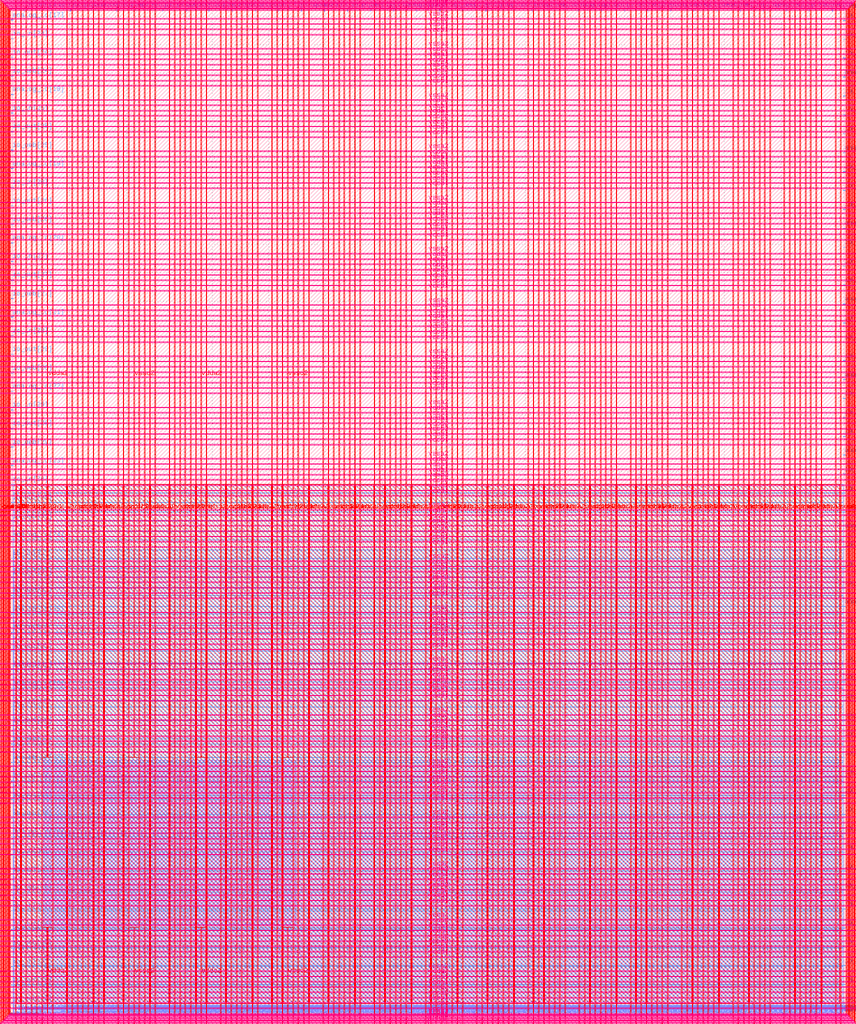
<source format=lef>
VERSION 5.7 ;
  NOWIREEXTENSIONATPIN ON ;
  DIVIDERCHAR "/" ;
  BUSBITCHARS "[]" ;
MACRO user_project_wrapper
  CLASS BLOCK ;
  FOREIGN user_project_wrapper ;
  ORIGIN 0.000 0.000 ;
  SIZE 2920.000 BY 3520.000 ;
  PIN analog_io[0]
    DIRECTION INOUT ;
    USE SIGNAL ;
    PORT
      LAYER met3 ;
        RECT 2917.600 1426.380 2924.800 1427.580 ;
    END
  END analog_io[0]
  PIN analog_io[10]
    DIRECTION INOUT ;
    USE SIGNAL ;
    PORT
      LAYER met2 ;
        RECT 2230.490 3517.600 2231.050 3524.800 ;
    END
  END analog_io[10]
  PIN analog_io[11]
    DIRECTION INOUT ;
    USE SIGNAL ;
    PORT
      LAYER met2 ;
        RECT 1905.730 3517.600 1906.290 3524.800 ;
    END
  END analog_io[11]
  PIN analog_io[12]
    DIRECTION INOUT ;
    USE SIGNAL ;
    PORT
      LAYER met2 ;
        RECT 1581.430 3517.600 1581.990 3524.800 ;
    END
  END analog_io[12]
  PIN analog_io[13]
    DIRECTION INOUT ;
    USE SIGNAL ;
    PORT
      LAYER met2 ;
        RECT 1257.130 3517.600 1257.690 3524.800 ;
    END
  END analog_io[13]
  PIN analog_io[14]
    DIRECTION INOUT ;
    USE SIGNAL ;
    PORT
      LAYER met2 ;
        RECT 932.370 3517.600 932.930 3524.800 ;
    END
  END analog_io[14]
  PIN analog_io[15]
    DIRECTION INOUT ;
    USE SIGNAL ;
    PORT
      LAYER met2 ;
        RECT 608.070 3517.600 608.630 3524.800 ;
    END
  END analog_io[15]
  PIN analog_io[16]
    DIRECTION INOUT ;
    USE SIGNAL ;
    PORT
      LAYER met2 ;
        RECT 283.770 3517.600 284.330 3524.800 ;
    END
  END analog_io[16]
  PIN analog_io[17]
    DIRECTION INOUT ;
    USE SIGNAL ;
    PORT
      LAYER met3 ;
        RECT -4.800 3486.100 2.400 3487.300 ;
    END
  END analog_io[17]
  PIN analog_io[18]
    DIRECTION INOUT ;
    USE SIGNAL ;
    PORT
      LAYER met3 ;
        RECT -4.800 3224.980 2.400 3226.180 ;
    END
  END analog_io[18]
  PIN analog_io[19]
    DIRECTION INOUT ;
    USE SIGNAL ;
    PORT
      LAYER met3 ;
        RECT -4.800 2964.540 2.400 2965.740 ;
    END
  END analog_io[19]
  PIN analog_io[1]
    DIRECTION INOUT ;
    USE SIGNAL ;
    PORT
      LAYER met3 ;
        RECT 2917.600 1692.260 2924.800 1693.460 ;
    END
  END analog_io[1]
  PIN analog_io[20]
    DIRECTION INOUT ;
    USE SIGNAL ;
    PORT
      LAYER met3 ;
        RECT -4.800 2703.420 2.400 2704.620 ;
    END
  END analog_io[20]
  PIN analog_io[21]
    DIRECTION INOUT ;
    USE SIGNAL ;
    PORT
      LAYER met3 ;
        RECT -4.800 2442.980 2.400 2444.180 ;
    END
  END analog_io[21]
  PIN analog_io[22]
    DIRECTION INOUT ;
    USE SIGNAL ;
    PORT
      LAYER met3 ;
        RECT -4.800 2182.540 2.400 2183.740 ;
    END
  END analog_io[22]
  PIN analog_io[23]
    DIRECTION INOUT ;
    USE SIGNAL ;
    PORT
      LAYER met3 ;
        RECT -4.800 1921.420 2.400 1922.620 ;
    END
  END analog_io[23]
  PIN analog_io[24]
    DIRECTION INOUT ;
    USE SIGNAL ;
    PORT
      LAYER met3 ;
        RECT -4.800 1660.980 2.400 1662.180 ;
    END
  END analog_io[24]
  PIN analog_io[25]
    DIRECTION INOUT ;
    USE SIGNAL ;
    PORT
      LAYER met3 ;
        RECT -4.800 1399.860 2.400 1401.060 ;
    END
  END analog_io[25]
  PIN analog_io[26]
    DIRECTION INOUT ;
    USE SIGNAL ;
    PORT
      LAYER met3 ;
        RECT -4.800 1139.420 2.400 1140.620 ;
    END
  END analog_io[26]
  PIN analog_io[27]
    DIRECTION INOUT ;
    USE SIGNAL ;
    PORT
      LAYER met3 ;
        RECT -4.800 878.980 2.400 880.180 ;
    END
  END analog_io[27]
  PIN analog_io[28]
    DIRECTION INOUT ;
    USE SIGNAL ;
    PORT
      LAYER met3 ;
        RECT -4.800 617.860 2.400 619.060 ;
    END
  END analog_io[28]
  PIN analog_io[2]
    DIRECTION INOUT ;
    USE SIGNAL ;
    PORT
      LAYER met3 ;
        RECT 2917.600 1958.140 2924.800 1959.340 ;
    END
  END analog_io[2]
  PIN analog_io[3]
    DIRECTION INOUT ;
    USE SIGNAL ;
    PORT
      LAYER met3 ;
        RECT 2917.600 2223.340 2924.800 2224.540 ;
    END
  END analog_io[3]
  PIN analog_io[4]
    DIRECTION INOUT ;
    USE SIGNAL ;
    PORT
      LAYER met3 ;
        RECT 2917.600 2489.220 2924.800 2490.420 ;
    END
  END analog_io[4]
  PIN analog_io[5]
    DIRECTION INOUT ;
    USE SIGNAL ;
    PORT
      LAYER met3 ;
        RECT 2917.600 2755.100 2924.800 2756.300 ;
    END
  END analog_io[5]
  PIN analog_io[6]
    DIRECTION INOUT ;
    USE SIGNAL ;
    PORT
      LAYER met3 ;
        RECT 2917.600 3020.300 2924.800 3021.500 ;
    END
  END analog_io[6]
  PIN analog_io[7]
    DIRECTION INOUT ;
    USE SIGNAL ;
    PORT
      LAYER met3 ;
        RECT 2917.600 3286.180 2924.800 3287.380 ;
    END
  END analog_io[7]
  PIN analog_io[8]
    DIRECTION INOUT ;
    USE SIGNAL ;
    PORT
      LAYER met2 ;
        RECT 2879.090 3517.600 2879.650 3524.800 ;
    END
  END analog_io[8]
  PIN analog_io[9]
    DIRECTION INOUT ;
    USE SIGNAL ;
    PORT
      LAYER met2 ;
        RECT 2554.790 3517.600 2555.350 3524.800 ;
    END
  END analog_io[9]
  PIN io_in[0]
    DIRECTION INPUT ;
    USE SIGNAL ;
    PORT
      LAYER met3 ;
        RECT 2917.600 32.380 2924.800 33.580 ;
    END
  END io_in[0]
  PIN io_in[10]
    DIRECTION INPUT ;
    USE SIGNAL ;
    PORT
      LAYER met3 ;
        RECT 2917.600 2289.980 2924.800 2291.180 ;
    END
  END io_in[10]
  PIN io_in[11]
    DIRECTION INPUT ;
    USE SIGNAL ;
    PORT
      LAYER met3 ;
        RECT 2917.600 2555.860 2924.800 2557.060 ;
    END
  END io_in[11]
  PIN io_in[12]
    DIRECTION INPUT ;
    USE SIGNAL ;
    PORT
      LAYER met3 ;
        RECT 2917.600 2821.060 2924.800 2822.260 ;
    END
  END io_in[12]
  PIN io_in[13]
    DIRECTION INPUT ;
    USE SIGNAL ;
    PORT
      LAYER met3 ;
        RECT 2917.600 3086.940 2924.800 3088.140 ;
    END
  END io_in[13]
  PIN io_in[14]
    DIRECTION INPUT ;
    USE SIGNAL ;
    PORT
      LAYER met3 ;
        RECT 2917.600 3352.820 2924.800 3354.020 ;
    END
  END io_in[14]
  PIN io_in[15]
    DIRECTION INPUT ;
    USE SIGNAL ;
    PORT
      LAYER met2 ;
        RECT 2798.130 3517.600 2798.690 3524.800 ;
    END
  END io_in[15]
  PIN io_in[16]
    DIRECTION INPUT ;
    USE SIGNAL ;
    PORT
      LAYER met2 ;
        RECT 2473.830 3517.600 2474.390 3524.800 ;
    END
  END io_in[16]
  PIN io_in[17]
    DIRECTION INPUT ;
    USE SIGNAL ;
    PORT
      LAYER met2 ;
        RECT 2149.070 3517.600 2149.630 3524.800 ;
    END
  END io_in[17]
  PIN io_in[18]
    DIRECTION INPUT ;
    USE SIGNAL ;
    PORT
      LAYER met2 ;
        RECT 1824.770 3517.600 1825.330 3524.800 ;
    END
  END io_in[18]
  PIN io_in[19]
    DIRECTION INPUT ;
    USE SIGNAL ;
    PORT
      LAYER met2 ;
        RECT 1500.470 3517.600 1501.030 3524.800 ;
    END
  END io_in[19]
  PIN io_in[1]
    DIRECTION INPUT ;
    USE SIGNAL ;
    PORT
      LAYER met3 ;
        RECT 2917.600 230.940 2924.800 232.140 ;
    END
  END io_in[1]
  PIN io_in[20]
    DIRECTION INPUT ;
    USE SIGNAL ;
    PORT
      LAYER met2 ;
        RECT 1175.710 3517.600 1176.270 3524.800 ;
    END
  END io_in[20]
  PIN io_in[21]
    DIRECTION INPUT ;
    USE SIGNAL ;
    PORT
      LAYER met2 ;
        RECT 851.410 3517.600 851.970 3524.800 ;
    END
  END io_in[21]
  PIN io_in[22]
    DIRECTION INPUT ;
    USE SIGNAL ;
    PORT
      LAYER met2 ;
        RECT 527.110 3517.600 527.670 3524.800 ;
    END
  END io_in[22]
  PIN io_in[23]
    DIRECTION INPUT ;
    USE SIGNAL ;
    PORT
      LAYER met2 ;
        RECT 202.350 3517.600 202.910 3524.800 ;
    END
  END io_in[23]
  PIN io_in[24]
    DIRECTION INPUT ;
    USE SIGNAL ;
    PORT
      LAYER met3 ;
        RECT -4.800 3420.820 2.400 3422.020 ;
    END
  END io_in[24]
  PIN io_in[25]
    DIRECTION INPUT ;
    USE SIGNAL ;
    PORT
      LAYER met3 ;
        RECT -4.800 3159.700 2.400 3160.900 ;
    END
  END io_in[25]
  PIN io_in[26]
    DIRECTION INPUT ;
    USE SIGNAL ;
    PORT
      LAYER met3 ;
        RECT -4.800 2899.260 2.400 2900.460 ;
    END
  END io_in[26]
  PIN io_in[27]
    DIRECTION INPUT ;
    USE SIGNAL ;
    PORT
      LAYER met3 ;
        RECT -4.800 2638.820 2.400 2640.020 ;
    END
  END io_in[27]
  PIN io_in[28]
    DIRECTION INPUT ;
    USE SIGNAL ;
    PORT
      LAYER met3 ;
        RECT -4.800 2377.700 2.400 2378.900 ;
    END
  END io_in[28]
  PIN io_in[29]
    DIRECTION INPUT ;
    USE SIGNAL ;
    PORT
      LAYER met3 ;
        RECT -4.800 2117.260 2.400 2118.460 ;
    END
  END io_in[29]
  PIN io_in[2]
    DIRECTION INPUT ;
    USE SIGNAL ;
    PORT
      LAYER met3 ;
        RECT 2917.600 430.180 2924.800 431.380 ;
    END
  END io_in[2]
  PIN io_in[30]
    DIRECTION INPUT ;
    USE SIGNAL ;
    PORT
      LAYER met3 ;
        RECT -4.800 1856.140 2.400 1857.340 ;
    END
  END io_in[30]
  PIN io_in[31]
    DIRECTION INPUT ;
    USE SIGNAL ;
    PORT
      LAYER met3 ;
        RECT -4.800 1595.700 2.400 1596.900 ;
    END
  END io_in[31]
  PIN io_in[32]
    DIRECTION INPUT ;
    USE SIGNAL ;
    PORT
      LAYER met3 ;
        RECT -4.800 1335.260 2.400 1336.460 ;
    END
  END io_in[32]
  PIN io_in[33]
    DIRECTION INPUT ;
    USE SIGNAL ;
    PORT
      LAYER met3 ;
        RECT -4.800 1074.140 2.400 1075.340 ;
    END
  END io_in[33]
  PIN io_in[34]
    DIRECTION INPUT ;
    USE SIGNAL ;
    PORT
      LAYER met3 ;
        RECT -4.800 813.700 2.400 814.900 ;
    END
  END io_in[34]
  PIN io_in[35]
    DIRECTION INPUT ;
    USE SIGNAL ;
    PORT
      LAYER met3 ;
        RECT -4.800 552.580 2.400 553.780 ;
    END
  END io_in[35]
  PIN io_in[36]
    DIRECTION INPUT ;
    USE SIGNAL ;
    PORT
      LAYER met3 ;
        RECT -4.800 357.420 2.400 358.620 ;
    END
  END io_in[36]
  PIN io_in[37]
    DIRECTION INPUT ;
    USE SIGNAL ;
    PORT
      LAYER met3 ;
        RECT -4.800 161.580 2.400 162.780 ;
    END
  END io_in[37]
  PIN io_in[3]
    DIRECTION INPUT ;
    USE SIGNAL ;
    PORT
      LAYER met3 ;
        RECT 2917.600 629.420 2924.800 630.620 ;
    END
  END io_in[3]
  PIN io_in[4]
    DIRECTION INPUT ;
    USE SIGNAL ;
    PORT
      LAYER met3 ;
        RECT 2917.600 828.660 2924.800 829.860 ;
    END
  END io_in[4]
  PIN io_in[5]
    DIRECTION INPUT ;
    USE SIGNAL ;
    PORT
      LAYER met3 ;
        RECT 2917.600 1027.900 2924.800 1029.100 ;
    END
  END io_in[5]
  PIN io_in[6]
    DIRECTION INPUT ;
    USE SIGNAL ;
    PORT
      LAYER met3 ;
        RECT 2917.600 1227.140 2924.800 1228.340 ;
    END
  END io_in[6]
  PIN io_in[7]
    DIRECTION INPUT ;
    USE SIGNAL ;
    PORT
      LAYER met3 ;
        RECT 2917.600 1493.020 2924.800 1494.220 ;
    END
  END io_in[7]
  PIN io_in[8]
    DIRECTION INPUT ;
    USE SIGNAL ;
    PORT
      LAYER met3 ;
        RECT 2917.600 1758.900 2924.800 1760.100 ;
    END
  END io_in[8]
  PIN io_in[9]
    DIRECTION INPUT ;
    USE SIGNAL ;
    PORT
      LAYER met3 ;
        RECT 2917.600 2024.100 2924.800 2025.300 ;
    END
  END io_in[9]
  PIN io_oeb[0]
    DIRECTION OUTPUT TRISTATE ;
    USE SIGNAL ;
    PORT
      LAYER met3 ;
        RECT 2917.600 164.980 2924.800 166.180 ;
    END
  END io_oeb[0]
  PIN io_oeb[10]
    DIRECTION OUTPUT TRISTATE ;
    USE SIGNAL ;
    PORT
      LAYER met3 ;
        RECT 2917.600 2422.580 2924.800 2423.780 ;
    END
  END io_oeb[10]
  PIN io_oeb[11]
    DIRECTION OUTPUT TRISTATE ;
    USE SIGNAL ;
    PORT
      LAYER met3 ;
        RECT 2917.600 2688.460 2924.800 2689.660 ;
    END
  END io_oeb[11]
  PIN io_oeb[12]
    DIRECTION OUTPUT TRISTATE ;
    USE SIGNAL ;
    PORT
      LAYER met3 ;
        RECT 2917.600 2954.340 2924.800 2955.540 ;
    END
  END io_oeb[12]
  PIN io_oeb[13]
    DIRECTION OUTPUT TRISTATE ;
    USE SIGNAL ;
    PORT
      LAYER met3 ;
        RECT 2917.600 3219.540 2924.800 3220.740 ;
    END
  END io_oeb[13]
  PIN io_oeb[14]
    DIRECTION OUTPUT TRISTATE ;
    USE SIGNAL ;
    PORT
      LAYER met3 ;
        RECT 2917.600 3485.420 2924.800 3486.620 ;
    END
  END io_oeb[14]
  PIN io_oeb[15]
    DIRECTION OUTPUT TRISTATE ;
    USE SIGNAL ;
    PORT
      LAYER met2 ;
        RECT 2635.750 3517.600 2636.310 3524.800 ;
    END
  END io_oeb[15]
  PIN io_oeb[16]
    DIRECTION OUTPUT TRISTATE ;
    USE SIGNAL ;
    PORT
      LAYER met2 ;
        RECT 2311.450 3517.600 2312.010 3524.800 ;
    END
  END io_oeb[16]
  PIN io_oeb[17]
    DIRECTION OUTPUT TRISTATE ;
    USE SIGNAL ;
    PORT
      LAYER met2 ;
        RECT 1987.150 3517.600 1987.710 3524.800 ;
    END
  END io_oeb[17]
  PIN io_oeb[18]
    DIRECTION OUTPUT TRISTATE ;
    USE SIGNAL ;
    PORT
      LAYER met2 ;
        RECT 1662.390 3517.600 1662.950 3524.800 ;
    END
  END io_oeb[18]
  PIN io_oeb[19]
    DIRECTION OUTPUT TRISTATE ;
    USE SIGNAL ;
    PORT
      LAYER met2 ;
        RECT 1338.090 3517.600 1338.650 3524.800 ;
    END
  END io_oeb[19]
  PIN io_oeb[1]
    DIRECTION OUTPUT TRISTATE ;
    USE SIGNAL ;
    PORT
      LAYER met3 ;
        RECT 2917.600 364.220 2924.800 365.420 ;
    END
  END io_oeb[1]
  PIN io_oeb[20]
    DIRECTION OUTPUT TRISTATE ;
    USE SIGNAL ;
    PORT
      LAYER met2 ;
        RECT 1013.790 3517.600 1014.350 3524.800 ;
    END
  END io_oeb[20]
  PIN io_oeb[21]
    DIRECTION OUTPUT TRISTATE ;
    USE SIGNAL ;
    PORT
      LAYER met2 ;
        RECT 689.030 3517.600 689.590 3524.800 ;
    END
  END io_oeb[21]
  PIN io_oeb[22]
    DIRECTION OUTPUT TRISTATE ;
    USE SIGNAL ;
    PORT
      LAYER met2 ;
        RECT 364.730 3517.600 365.290 3524.800 ;
    END
  END io_oeb[22]
  PIN io_oeb[23]
    DIRECTION OUTPUT TRISTATE ;
    USE SIGNAL ;
    PORT
      LAYER met2 ;
        RECT 40.430 3517.600 40.990 3524.800 ;
    END
  END io_oeb[23]
  PIN io_oeb[24]
    DIRECTION OUTPUT TRISTATE ;
    USE SIGNAL ;
    PORT
      LAYER met3 ;
        RECT -4.800 3290.260 2.400 3291.460 ;
    END
  END io_oeb[24]
  PIN io_oeb[25]
    DIRECTION OUTPUT TRISTATE ;
    USE SIGNAL ;
    PORT
      LAYER met3 ;
        RECT -4.800 3029.820 2.400 3031.020 ;
    END
  END io_oeb[25]
  PIN io_oeb[26]
    DIRECTION OUTPUT TRISTATE ;
    USE SIGNAL ;
    PORT
      LAYER met3 ;
        RECT -4.800 2768.700 2.400 2769.900 ;
    END
  END io_oeb[26]
  PIN io_oeb[27]
    DIRECTION OUTPUT TRISTATE ;
    USE SIGNAL ;
    PORT
      LAYER met3 ;
        RECT -4.800 2508.260 2.400 2509.460 ;
    END
  END io_oeb[27]
  PIN io_oeb[28]
    DIRECTION OUTPUT TRISTATE ;
    USE SIGNAL ;
    PORT
      LAYER met3 ;
        RECT -4.800 2247.140 2.400 2248.340 ;
    END
  END io_oeb[28]
  PIN io_oeb[29]
    DIRECTION OUTPUT TRISTATE ;
    USE SIGNAL ;
    PORT
      LAYER met3 ;
        RECT -4.800 1986.700 2.400 1987.900 ;
    END
  END io_oeb[29]
  PIN io_oeb[2]
    DIRECTION OUTPUT TRISTATE ;
    USE SIGNAL ;
    PORT
      LAYER met3 ;
        RECT 2917.600 563.460 2924.800 564.660 ;
    END
  END io_oeb[2]
  PIN io_oeb[30]
    DIRECTION OUTPUT TRISTATE ;
    USE SIGNAL ;
    PORT
      LAYER met3 ;
        RECT -4.800 1726.260 2.400 1727.460 ;
    END
  END io_oeb[30]
  PIN io_oeb[31]
    DIRECTION OUTPUT TRISTATE ;
    USE SIGNAL ;
    PORT
      LAYER met3 ;
        RECT -4.800 1465.140 2.400 1466.340 ;
    END
  END io_oeb[31]
  PIN io_oeb[32]
    DIRECTION OUTPUT TRISTATE ;
    USE SIGNAL ;
    PORT
      LAYER met3 ;
        RECT -4.800 1204.700 2.400 1205.900 ;
    END
  END io_oeb[32]
  PIN io_oeb[33]
    DIRECTION OUTPUT TRISTATE ;
    USE SIGNAL ;
    PORT
      LAYER met3 ;
        RECT -4.800 943.580 2.400 944.780 ;
    END
  END io_oeb[33]
  PIN io_oeb[34]
    DIRECTION OUTPUT TRISTATE ;
    USE SIGNAL ;
    PORT
      LAYER met3 ;
        RECT -4.800 683.140 2.400 684.340 ;
    END
  END io_oeb[34]
  PIN io_oeb[35]
    DIRECTION OUTPUT TRISTATE ;
    USE SIGNAL ;
    PORT
      LAYER met3 ;
        RECT -4.800 422.700 2.400 423.900 ;
    END
  END io_oeb[35]
  PIN io_oeb[36]
    DIRECTION OUTPUT TRISTATE ;
    USE SIGNAL ;
    PORT
      LAYER met3 ;
        RECT -4.800 226.860 2.400 228.060 ;
    END
  END io_oeb[36]
  PIN io_oeb[37]
    DIRECTION OUTPUT TRISTATE ;
    USE SIGNAL ;
    PORT
      LAYER met3 ;
        RECT -4.800 31.700 2.400 32.900 ;
    END
  END io_oeb[37]
  PIN io_oeb[3]
    DIRECTION OUTPUT TRISTATE ;
    USE SIGNAL ;
    PORT
      LAYER met3 ;
        RECT 2917.600 762.700 2924.800 763.900 ;
    END
  END io_oeb[3]
  PIN io_oeb[4]
    DIRECTION OUTPUT TRISTATE ;
    USE SIGNAL ;
    PORT
      LAYER met3 ;
        RECT 2917.600 961.940 2924.800 963.140 ;
    END
  END io_oeb[4]
  PIN io_oeb[5]
    DIRECTION OUTPUT TRISTATE ;
    USE SIGNAL ;
    PORT
      LAYER met3 ;
        RECT 2917.600 1161.180 2924.800 1162.380 ;
    END
  END io_oeb[5]
  PIN io_oeb[6]
    DIRECTION OUTPUT TRISTATE ;
    USE SIGNAL ;
    PORT
      LAYER met3 ;
        RECT 2917.600 1360.420 2924.800 1361.620 ;
    END
  END io_oeb[6]
  PIN io_oeb[7]
    DIRECTION OUTPUT TRISTATE ;
    USE SIGNAL ;
    PORT
      LAYER met3 ;
        RECT 2917.600 1625.620 2924.800 1626.820 ;
    END
  END io_oeb[7]
  PIN io_oeb[8]
    DIRECTION OUTPUT TRISTATE ;
    USE SIGNAL ;
    PORT
      LAYER met3 ;
        RECT 2917.600 1891.500 2924.800 1892.700 ;
    END
  END io_oeb[8]
  PIN io_oeb[9]
    DIRECTION OUTPUT TRISTATE ;
    USE SIGNAL ;
    PORT
      LAYER met3 ;
        RECT 2917.600 2157.380 2924.800 2158.580 ;
    END
  END io_oeb[9]
  PIN io_out[0]
    DIRECTION OUTPUT TRISTATE ;
    USE SIGNAL ;
    PORT
      LAYER met3 ;
        RECT 2917.600 98.340 2924.800 99.540 ;
    END
  END io_out[0]
  PIN io_out[10]
    DIRECTION OUTPUT TRISTATE ;
    USE SIGNAL ;
    PORT
      LAYER met3 ;
        RECT 2917.600 2356.620 2924.800 2357.820 ;
    END
  END io_out[10]
  PIN io_out[11]
    DIRECTION OUTPUT TRISTATE ;
    USE SIGNAL ;
    PORT
      LAYER met3 ;
        RECT 2917.600 2621.820 2924.800 2623.020 ;
    END
  END io_out[11]
  PIN io_out[12]
    DIRECTION OUTPUT TRISTATE ;
    USE SIGNAL ;
    PORT
      LAYER met3 ;
        RECT 2917.600 2887.700 2924.800 2888.900 ;
    END
  END io_out[12]
  PIN io_out[13]
    DIRECTION OUTPUT TRISTATE ;
    USE SIGNAL ;
    PORT
      LAYER met3 ;
        RECT 2917.600 3153.580 2924.800 3154.780 ;
    END
  END io_out[13]
  PIN io_out[14]
    DIRECTION OUTPUT TRISTATE ;
    USE SIGNAL ;
    PORT
      LAYER met3 ;
        RECT 2917.600 3418.780 2924.800 3419.980 ;
    END
  END io_out[14]
  PIN io_out[15]
    DIRECTION OUTPUT TRISTATE ;
    USE SIGNAL ;
    PORT
      LAYER met2 ;
        RECT 2717.170 3517.600 2717.730 3524.800 ;
    END
  END io_out[15]
  PIN io_out[16]
    DIRECTION OUTPUT TRISTATE ;
    USE SIGNAL ;
    PORT
      LAYER met2 ;
        RECT 2392.410 3517.600 2392.970 3524.800 ;
    END
  END io_out[16]
  PIN io_out[17]
    DIRECTION OUTPUT TRISTATE ;
    USE SIGNAL ;
    PORT
      LAYER met2 ;
        RECT 2068.110 3517.600 2068.670 3524.800 ;
    END
  END io_out[17]
  PIN io_out[18]
    DIRECTION OUTPUT TRISTATE ;
    USE SIGNAL ;
    PORT
      LAYER met2 ;
        RECT 1743.810 3517.600 1744.370 3524.800 ;
    END
  END io_out[18]
  PIN io_out[19]
    DIRECTION OUTPUT TRISTATE ;
    USE SIGNAL ;
    PORT
      LAYER met2 ;
        RECT 1419.050 3517.600 1419.610 3524.800 ;
    END
  END io_out[19]
  PIN io_out[1]
    DIRECTION OUTPUT TRISTATE ;
    USE SIGNAL ;
    PORT
      LAYER met3 ;
        RECT 2917.600 297.580 2924.800 298.780 ;
    END
  END io_out[1]
  PIN io_out[20]
    DIRECTION OUTPUT TRISTATE ;
    USE SIGNAL ;
    PORT
      LAYER met2 ;
        RECT 1094.750 3517.600 1095.310 3524.800 ;
    END
  END io_out[20]
  PIN io_out[21]
    DIRECTION OUTPUT TRISTATE ;
    USE SIGNAL ;
    PORT
      LAYER met2 ;
        RECT 770.450 3517.600 771.010 3524.800 ;
    END
  END io_out[21]
  PIN io_out[22]
    DIRECTION OUTPUT TRISTATE ;
    USE SIGNAL ;
    PORT
      LAYER met2 ;
        RECT 445.690 3517.600 446.250 3524.800 ;
    END
  END io_out[22]
  PIN io_out[23]
    DIRECTION OUTPUT TRISTATE ;
    USE SIGNAL ;
    PORT
      LAYER met2 ;
        RECT 121.390 3517.600 121.950 3524.800 ;
    END
  END io_out[23]
  PIN io_out[24]
    DIRECTION OUTPUT TRISTATE ;
    USE SIGNAL ;
    PORT
      LAYER met3 ;
        RECT -4.800 3355.540 2.400 3356.740 ;
    END
  END io_out[24]
  PIN io_out[25]
    DIRECTION OUTPUT TRISTATE ;
    USE SIGNAL ;
    PORT
      LAYER met3 ;
        RECT -4.800 3095.100 2.400 3096.300 ;
    END
  END io_out[25]
  PIN io_out[26]
    DIRECTION OUTPUT TRISTATE ;
    USE SIGNAL ;
    PORT
      LAYER met3 ;
        RECT -4.800 2833.980 2.400 2835.180 ;
    END
  END io_out[26]
  PIN io_out[27]
    DIRECTION OUTPUT TRISTATE ;
    USE SIGNAL ;
    PORT
      LAYER met3 ;
        RECT -4.800 2573.540 2.400 2574.740 ;
    END
  END io_out[27]
  PIN io_out[28]
    DIRECTION OUTPUT TRISTATE ;
    USE SIGNAL ;
    PORT
      LAYER met3 ;
        RECT -4.800 2312.420 2.400 2313.620 ;
    END
  END io_out[28]
  PIN io_out[29]
    DIRECTION OUTPUT TRISTATE ;
    USE SIGNAL ;
    PORT
      LAYER met3 ;
        RECT -4.800 2051.980 2.400 2053.180 ;
    END
  END io_out[29]
  PIN io_out[2]
    DIRECTION OUTPUT TRISTATE ;
    USE SIGNAL ;
    PORT
      LAYER met3 ;
        RECT 2917.600 496.820 2924.800 498.020 ;
    END
  END io_out[2]
  PIN io_out[30]
    DIRECTION OUTPUT TRISTATE ;
    USE SIGNAL ;
    PORT
      LAYER met3 ;
        RECT -4.800 1791.540 2.400 1792.740 ;
    END
  END io_out[30]
  PIN io_out[31]
    DIRECTION OUTPUT TRISTATE ;
    USE SIGNAL ;
    PORT
      LAYER met3 ;
        RECT -4.800 1530.420 2.400 1531.620 ;
    END
  END io_out[31]
  PIN io_out[32]
    DIRECTION OUTPUT TRISTATE ;
    USE SIGNAL ;
    PORT
      LAYER met3 ;
        RECT -4.800 1269.980 2.400 1271.180 ;
    END
  END io_out[32]
  PIN io_out[33]
    DIRECTION OUTPUT TRISTATE ;
    USE SIGNAL ;
    PORT
      LAYER met3 ;
        RECT -4.800 1008.860 2.400 1010.060 ;
    END
  END io_out[33]
  PIN io_out[34]
    DIRECTION OUTPUT TRISTATE ;
    USE SIGNAL ;
    PORT
      LAYER met3 ;
        RECT -4.800 748.420 2.400 749.620 ;
    END
  END io_out[34]
  PIN io_out[35]
    DIRECTION OUTPUT TRISTATE ;
    USE SIGNAL ;
    PORT
      LAYER met3 ;
        RECT -4.800 487.300 2.400 488.500 ;
    END
  END io_out[35]
  PIN io_out[36]
    DIRECTION OUTPUT TRISTATE ;
    USE SIGNAL ;
    PORT
      LAYER met3 ;
        RECT -4.800 292.140 2.400 293.340 ;
    END
  END io_out[36]
  PIN io_out[37]
    DIRECTION OUTPUT TRISTATE ;
    USE SIGNAL ;
    PORT
      LAYER met3 ;
        RECT -4.800 96.300 2.400 97.500 ;
    END
  END io_out[37]
  PIN io_out[3]
    DIRECTION OUTPUT TRISTATE ;
    USE SIGNAL ;
    PORT
      LAYER met3 ;
        RECT 2917.600 696.060 2924.800 697.260 ;
    END
  END io_out[3]
  PIN io_out[4]
    DIRECTION OUTPUT TRISTATE ;
    USE SIGNAL ;
    PORT
      LAYER met3 ;
        RECT 2917.600 895.300 2924.800 896.500 ;
    END
  END io_out[4]
  PIN io_out[5]
    DIRECTION OUTPUT TRISTATE ;
    USE SIGNAL ;
    PORT
      LAYER met3 ;
        RECT 2917.600 1094.540 2924.800 1095.740 ;
    END
  END io_out[5]
  PIN io_out[6]
    DIRECTION OUTPUT TRISTATE ;
    USE SIGNAL ;
    PORT
      LAYER met3 ;
        RECT 2917.600 1293.780 2924.800 1294.980 ;
    END
  END io_out[6]
  PIN io_out[7]
    DIRECTION OUTPUT TRISTATE ;
    USE SIGNAL ;
    PORT
      LAYER met3 ;
        RECT 2917.600 1559.660 2924.800 1560.860 ;
    END
  END io_out[7]
  PIN io_out[8]
    DIRECTION OUTPUT TRISTATE ;
    USE SIGNAL ;
    PORT
      LAYER met3 ;
        RECT 2917.600 1824.860 2924.800 1826.060 ;
    END
  END io_out[8]
  PIN io_out[9]
    DIRECTION OUTPUT TRISTATE ;
    USE SIGNAL ;
    PORT
      LAYER met3 ;
        RECT 2917.600 2090.740 2924.800 2091.940 ;
    END
  END io_out[9]
  PIN la_data_in[0]
    DIRECTION INPUT ;
    USE SIGNAL ;
    PORT
      LAYER met2 ;
        RECT 629.230 -4.800 629.790 2.400 ;
    END
  END la_data_in[0]
  PIN la_data_in[100]
    DIRECTION INPUT ;
    USE SIGNAL ;
    PORT
      LAYER met2 ;
        RECT 2402.530 -4.800 2403.090 2.400 ;
    END
  END la_data_in[100]
  PIN la_data_in[101]
    DIRECTION INPUT ;
    USE SIGNAL ;
    PORT
      LAYER met2 ;
        RECT 2420.010 -4.800 2420.570 2.400 ;
    END
  END la_data_in[101]
  PIN la_data_in[102]
    DIRECTION INPUT ;
    USE SIGNAL ;
    PORT
      LAYER met2 ;
        RECT 2437.950 -4.800 2438.510 2.400 ;
    END
  END la_data_in[102]
  PIN la_data_in[103]
    DIRECTION INPUT ;
    USE SIGNAL ;
    PORT
      LAYER met2 ;
        RECT 2455.430 -4.800 2455.990 2.400 ;
    END
  END la_data_in[103]
  PIN la_data_in[104]
    DIRECTION INPUT ;
    USE SIGNAL ;
    PORT
      LAYER met2 ;
        RECT 2473.370 -4.800 2473.930 2.400 ;
    END
  END la_data_in[104]
  PIN la_data_in[105]
    DIRECTION INPUT ;
    USE SIGNAL ;
    PORT
      LAYER met2 ;
        RECT 2490.850 -4.800 2491.410 2.400 ;
    END
  END la_data_in[105]
  PIN la_data_in[106]
    DIRECTION INPUT ;
    USE SIGNAL ;
    PORT
      LAYER met2 ;
        RECT 2508.790 -4.800 2509.350 2.400 ;
    END
  END la_data_in[106]
  PIN la_data_in[107]
    DIRECTION INPUT ;
    USE SIGNAL ;
    PORT
      LAYER met2 ;
        RECT 2526.730 -4.800 2527.290 2.400 ;
    END
  END la_data_in[107]
  PIN la_data_in[108]
    DIRECTION INPUT ;
    USE SIGNAL ;
    PORT
      LAYER met2 ;
        RECT 2544.210 -4.800 2544.770 2.400 ;
    END
  END la_data_in[108]
  PIN la_data_in[109]
    DIRECTION INPUT ;
    USE SIGNAL ;
    PORT
      LAYER met2 ;
        RECT 2562.150 -4.800 2562.710 2.400 ;
    END
  END la_data_in[109]
  PIN la_data_in[10]
    DIRECTION INPUT ;
    USE SIGNAL ;
    PORT
      LAYER met2 ;
        RECT 806.330 -4.800 806.890 2.400 ;
    END
  END la_data_in[10]
  PIN la_data_in[110]
    DIRECTION INPUT ;
    USE SIGNAL ;
    PORT
      LAYER met2 ;
        RECT 2579.630 -4.800 2580.190 2.400 ;
    END
  END la_data_in[110]
  PIN la_data_in[111]
    DIRECTION INPUT ;
    USE SIGNAL ;
    PORT
      LAYER met2 ;
        RECT 2597.570 -4.800 2598.130 2.400 ;
    END
  END la_data_in[111]
  PIN la_data_in[112]
    DIRECTION INPUT ;
    USE SIGNAL ;
    PORT
      LAYER met2 ;
        RECT 2615.050 -4.800 2615.610 2.400 ;
    END
  END la_data_in[112]
  PIN la_data_in[113]
    DIRECTION INPUT ;
    USE SIGNAL ;
    PORT
      LAYER met2 ;
        RECT 2632.990 -4.800 2633.550 2.400 ;
    END
  END la_data_in[113]
  PIN la_data_in[114]
    DIRECTION INPUT ;
    USE SIGNAL ;
    PORT
      LAYER met2 ;
        RECT 2650.470 -4.800 2651.030 2.400 ;
    END
  END la_data_in[114]
  PIN la_data_in[115]
    DIRECTION INPUT ;
    USE SIGNAL ;
    PORT
      LAYER met2 ;
        RECT 2668.410 -4.800 2668.970 2.400 ;
    END
  END la_data_in[115]
  PIN la_data_in[116]
    DIRECTION INPUT ;
    USE SIGNAL ;
    PORT
      LAYER met2 ;
        RECT 2685.890 -4.800 2686.450 2.400 ;
    END
  END la_data_in[116]
  PIN la_data_in[117]
    DIRECTION INPUT ;
    USE SIGNAL ;
    PORT
      LAYER met2 ;
        RECT 2703.830 -4.800 2704.390 2.400 ;
    END
  END la_data_in[117]
  PIN la_data_in[118]
    DIRECTION INPUT ;
    USE SIGNAL ;
    PORT
      LAYER met2 ;
        RECT 2721.770 -4.800 2722.330 2.400 ;
    END
  END la_data_in[118]
  PIN la_data_in[119]
    DIRECTION INPUT ;
    USE SIGNAL ;
    PORT
      LAYER met2 ;
        RECT 2739.250 -4.800 2739.810 2.400 ;
    END
  END la_data_in[119]
  PIN la_data_in[11]
    DIRECTION INPUT ;
    USE SIGNAL ;
    PORT
      LAYER met2 ;
        RECT 824.270 -4.800 824.830 2.400 ;
    END
  END la_data_in[11]
  PIN la_data_in[120]
    DIRECTION INPUT ;
    USE SIGNAL ;
    PORT
      LAYER met2 ;
        RECT 2757.190 -4.800 2757.750 2.400 ;
    END
  END la_data_in[120]
  PIN la_data_in[121]
    DIRECTION INPUT ;
    USE SIGNAL ;
    PORT
      LAYER met2 ;
        RECT 2774.670 -4.800 2775.230 2.400 ;
    END
  END la_data_in[121]
  PIN la_data_in[122]
    DIRECTION INPUT ;
    USE SIGNAL ;
    PORT
      LAYER met2 ;
        RECT 2792.610 -4.800 2793.170 2.400 ;
    END
  END la_data_in[122]
  PIN la_data_in[123]
    DIRECTION INPUT ;
    USE SIGNAL ;
    PORT
      LAYER met2 ;
        RECT 2810.090 -4.800 2810.650 2.400 ;
    END
  END la_data_in[123]
  PIN la_data_in[124]
    DIRECTION INPUT ;
    USE SIGNAL ;
    PORT
      LAYER met2 ;
        RECT 2828.030 -4.800 2828.590 2.400 ;
    END
  END la_data_in[124]
  PIN la_data_in[125]
    DIRECTION INPUT ;
    USE SIGNAL ;
    PORT
      LAYER met2 ;
        RECT 2845.510 -4.800 2846.070 2.400 ;
    END
  END la_data_in[125]
  PIN la_data_in[126]
    DIRECTION INPUT ;
    USE SIGNAL ;
    PORT
      LAYER met2 ;
        RECT 2863.450 -4.800 2864.010 2.400 ;
    END
  END la_data_in[126]
  PIN la_data_in[127]
    DIRECTION INPUT ;
    USE SIGNAL ;
    PORT
      LAYER met2 ;
        RECT 2881.390 -4.800 2881.950 2.400 ;
    END
  END la_data_in[127]
  PIN la_data_in[12]
    DIRECTION INPUT ;
    USE SIGNAL ;
    PORT
      LAYER met2 ;
        RECT 841.750 -4.800 842.310 2.400 ;
    END
  END la_data_in[12]
  PIN la_data_in[13]
    DIRECTION INPUT ;
    USE SIGNAL ;
    PORT
      LAYER met2 ;
        RECT 859.690 -4.800 860.250 2.400 ;
    END
  END la_data_in[13]
  PIN la_data_in[14]
    DIRECTION INPUT ;
    USE SIGNAL ;
    PORT
      LAYER met2 ;
        RECT 877.170 -4.800 877.730 2.400 ;
    END
  END la_data_in[14]
  PIN la_data_in[15]
    DIRECTION INPUT ;
    USE SIGNAL ;
    PORT
      LAYER met2 ;
        RECT 895.110 -4.800 895.670 2.400 ;
    END
  END la_data_in[15]
  PIN la_data_in[16]
    DIRECTION INPUT ;
    USE SIGNAL ;
    PORT
      LAYER met2 ;
        RECT 912.590 -4.800 913.150 2.400 ;
    END
  END la_data_in[16]
  PIN la_data_in[17]
    DIRECTION INPUT ;
    USE SIGNAL ;
    PORT
      LAYER met2 ;
        RECT 930.530 -4.800 931.090 2.400 ;
    END
  END la_data_in[17]
  PIN la_data_in[18]
    DIRECTION INPUT ;
    USE SIGNAL ;
    PORT
      LAYER met2 ;
        RECT 948.470 -4.800 949.030 2.400 ;
    END
  END la_data_in[18]
  PIN la_data_in[19]
    DIRECTION INPUT ;
    USE SIGNAL ;
    PORT
      LAYER met2 ;
        RECT 965.950 -4.800 966.510 2.400 ;
    END
  END la_data_in[19]
  PIN la_data_in[1]
    DIRECTION INPUT ;
    USE SIGNAL ;
    PORT
      LAYER met2 ;
        RECT 646.710 -4.800 647.270 2.400 ;
    END
  END la_data_in[1]
  PIN la_data_in[20]
    DIRECTION INPUT ;
    USE SIGNAL ;
    PORT
      LAYER met2 ;
        RECT 983.890 -4.800 984.450 2.400 ;
    END
  END la_data_in[20]
  PIN la_data_in[21]
    DIRECTION INPUT ;
    USE SIGNAL ;
    PORT
      LAYER met2 ;
        RECT 1001.370 -4.800 1001.930 2.400 ;
    END
  END la_data_in[21]
  PIN la_data_in[22]
    DIRECTION INPUT ;
    USE SIGNAL ;
    PORT
      LAYER met2 ;
        RECT 1019.310 -4.800 1019.870 2.400 ;
    END
  END la_data_in[22]
  PIN la_data_in[23]
    DIRECTION INPUT ;
    USE SIGNAL ;
    PORT
      LAYER met2 ;
        RECT 1036.790 -4.800 1037.350 2.400 ;
    END
  END la_data_in[23]
  PIN la_data_in[24]
    DIRECTION INPUT ;
    USE SIGNAL ;
    PORT
      LAYER met2 ;
        RECT 1054.730 -4.800 1055.290 2.400 ;
    END
  END la_data_in[24]
  PIN la_data_in[25]
    DIRECTION INPUT ;
    USE SIGNAL ;
    PORT
      LAYER met2 ;
        RECT 1072.210 -4.800 1072.770 2.400 ;
    END
  END la_data_in[25]
  PIN la_data_in[26]
    DIRECTION INPUT ;
    USE SIGNAL ;
    PORT
      LAYER met2 ;
        RECT 1090.150 -4.800 1090.710 2.400 ;
    END
  END la_data_in[26]
  PIN la_data_in[27]
    DIRECTION INPUT ;
    USE SIGNAL ;
    PORT
      LAYER met2 ;
        RECT 1107.630 -4.800 1108.190 2.400 ;
    END
  END la_data_in[27]
  PIN la_data_in[28]
    DIRECTION INPUT ;
    USE SIGNAL ;
    PORT
      LAYER met2 ;
        RECT 1125.570 -4.800 1126.130 2.400 ;
    END
  END la_data_in[28]
  PIN la_data_in[29]
    DIRECTION INPUT ;
    USE SIGNAL ;
    PORT
      LAYER met2 ;
        RECT 1143.510 -4.800 1144.070 2.400 ;
    END
  END la_data_in[29]
  PIN la_data_in[2]
    DIRECTION INPUT ;
    USE SIGNAL ;
    PORT
      LAYER met2 ;
        RECT 664.650 -4.800 665.210 2.400 ;
    END
  END la_data_in[2]
  PIN la_data_in[30]
    DIRECTION INPUT ;
    USE SIGNAL ;
    PORT
      LAYER met2 ;
        RECT 1160.990 -4.800 1161.550 2.400 ;
    END
  END la_data_in[30]
  PIN la_data_in[31]
    DIRECTION INPUT ;
    USE SIGNAL ;
    PORT
      LAYER met2 ;
        RECT 1178.930 -4.800 1179.490 2.400 ;
    END
  END la_data_in[31]
  PIN la_data_in[32]
    DIRECTION INPUT ;
    USE SIGNAL ;
    PORT
      LAYER met2 ;
        RECT 1196.410 -4.800 1196.970 2.400 ;
    END
  END la_data_in[32]
  PIN la_data_in[33]
    DIRECTION INPUT ;
    USE SIGNAL ;
    PORT
      LAYER met2 ;
        RECT 1214.350 -4.800 1214.910 2.400 ;
    END
  END la_data_in[33]
  PIN la_data_in[34]
    DIRECTION INPUT ;
    USE SIGNAL ;
    PORT
      LAYER met2 ;
        RECT 1231.830 -4.800 1232.390 2.400 ;
    END
  END la_data_in[34]
  PIN la_data_in[35]
    DIRECTION INPUT ;
    USE SIGNAL ;
    PORT
      LAYER met2 ;
        RECT 1249.770 -4.800 1250.330 2.400 ;
    END
  END la_data_in[35]
  PIN la_data_in[36]
    DIRECTION INPUT ;
    USE SIGNAL ;
    PORT
      LAYER met2 ;
        RECT 1267.250 -4.800 1267.810 2.400 ;
    END
  END la_data_in[36]
  PIN la_data_in[37]
    DIRECTION INPUT ;
    USE SIGNAL ;
    PORT
      LAYER met2 ;
        RECT 1285.190 -4.800 1285.750 2.400 ;
    END
  END la_data_in[37]
  PIN la_data_in[38]
    DIRECTION INPUT ;
    USE SIGNAL ;
    PORT
      LAYER met2 ;
        RECT 1303.130 -4.800 1303.690 2.400 ;
    END
  END la_data_in[38]
  PIN la_data_in[39]
    DIRECTION INPUT ;
    USE SIGNAL ;
    PORT
      LAYER met2 ;
        RECT 1320.610 -4.800 1321.170 2.400 ;
    END
  END la_data_in[39]
  PIN la_data_in[3]
    DIRECTION INPUT ;
    USE SIGNAL ;
    PORT
      LAYER met2 ;
        RECT 682.130 -4.800 682.690 2.400 ;
    END
  END la_data_in[3]
  PIN la_data_in[40]
    DIRECTION INPUT ;
    USE SIGNAL ;
    PORT
      LAYER met2 ;
        RECT 1338.550 -4.800 1339.110 2.400 ;
    END
  END la_data_in[40]
  PIN la_data_in[41]
    DIRECTION INPUT ;
    USE SIGNAL ;
    PORT
      LAYER met2 ;
        RECT 1356.030 -4.800 1356.590 2.400 ;
    END
  END la_data_in[41]
  PIN la_data_in[42]
    DIRECTION INPUT ;
    USE SIGNAL ;
    PORT
      LAYER met2 ;
        RECT 1373.970 -4.800 1374.530 2.400 ;
    END
  END la_data_in[42]
  PIN la_data_in[43]
    DIRECTION INPUT ;
    USE SIGNAL ;
    PORT
      LAYER met2 ;
        RECT 1391.450 -4.800 1392.010 2.400 ;
    END
  END la_data_in[43]
  PIN la_data_in[44]
    DIRECTION INPUT ;
    USE SIGNAL ;
    PORT
      LAYER met2 ;
        RECT 1409.390 -4.800 1409.950 2.400 ;
    END
  END la_data_in[44]
  PIN la_data_in[45]
    DIRECTION INPUT ;
    USE SIGNAL ;
    PORT
      LAYER met2 ;
        RECT 1426.870 -4.800 1427.430 2.400 ;
    END
  END la_data_in[45]
  PIN la_data_in[46]
    DIRECTION INPUT ;
    USE SIGNAL ;
    PORT
      LAYER met2 ;
        RECT 1444.810 -4.800 1445.370 2.400 ;
    END
  END la_data_in[46]
  PIN la_data_in[47]
    DIRECTION INPUT ;
    USE SIGNAL ;
    PORT
      LAYER met2 ;
        RECT 1462.750 -4.800 1463.310 2.400 ;
    END
  END la_data_in[47]
  PIN la_data_in[48]
    DIRECTION INPUT ;
    USE SIGNAL ;
    PORT
      LAYER met2 ;
        RECT 1480.230 -4.800 1480.790 2.400 ;
    END
  END la_data_in[48]
  PIN la_data_in[49]
    DIRECTION INPUT ;
    USE SIGNAL ;
    PORT
      LAYER met2 ;
        RECT 1498.170 -4.800 1498.730 2.400 ;
    END
  END la_data_in[49]
  PIN la_data_in[4]
    DIRECTION INPUT ;
    USE SIGNAL ;
    PORT
      LAYER met2 ;
        RECT 700.070 -4.800 700.630 2.400 ;
    END
  END la_data_in[4]
  PIN la_data_in[50]
    DIRECTION INPUT ;
    USE SIGNAL ;
    PORT
      LAYER met2 ;
        RECT 1515.650 -4.800 1516.210 2.400 ;
    END
  END la_data_in[50]
  PIN la_data_in[51]
    DIRECTION INPUT ;
    USE SIGNAL ;
    PORT
      LAYER met2 ;
        RECT 1533.590 -4.800 1534.150 2.400 ;
    END
  END la_data_in[51]
  PIN la_data_in[52]
    DIRECTION INPUT ;
    USE SIGNAL ;
    PORT
      LAYER met2 ;
        RECT 1551.070 -4.800 1551.630 2.400 ;
    END
  END la_data_in[52]
  PIN la_data_in[53]
    DIRECTION INPUT ;
    USE SIGNAL ;
    PORT
      LAYER met2 ;
        RECT 1569.010 -4.800 1569.570 2.400 ;
    END
  END la_data_in[53]
  PIN la_data_in[54]
    DIRECTION INPUT ;
    USE SIGNAL ;
    PORT
      LAYER met2 ;
        RECT 1586.490 -4.800 1587.050 2.400 ;
    END
  END la_data_in[54]
  PIN la_data_in[55]
    DIRECTION INPUT ;
    USE SIGNAL ;
    PORT
      LAYER met2 ;
        RECT 1604.430 -4.800 1604.990 2.400 ;
    END
  END la_data_in[55]
  PIN la_data_in[56]
    DIRECTION INPUT ;
    USE SIGNAL ;
    PORT
      LAYER met2 ;
        RECT 1621.910 -4.800 1622.470 2.400 ;
    END
  END la_data_in[56]
  PIN la_data_in[57]
    DIRECTION INPUT ;
    USE SIGNAL ;
    PORT
      LAYER met2 ;
        RECT 1639.850 -4.800 1640.410 2.400 ;
    END
  END la_data_in[57]
  PIN la_data_in[58]
    DIRECTION INPUT ;
    USE SIGNAL ;
    PORT
      LAYER met2 ;
        RECT 1657.790 -4.800 1658.350 2.400 ;
    END
  END la_data_in[58]
  PIN la_data_in[59]
    DIRECTION INPUT ;
    USE SIGNAL ;
    PORT
      LAYER met2 ;
        RECT 1675.270 -4.800 1675.830 2.400 ;
    END
  END la_data_in[59]
  PIN la_data_in[5]
    DIRECTION INPUT ;
    USE SIGNAL ;
    PORT
      LAYER met2 ;
        RECT 717.550 -4.800 718.110 2.400 ;
    END
  END la_data_in[5]
  PIN la_data_in[60]
    DIRECTION INPUT ;
    USE SIGNAL ;
    PORT
      LAYER met2 ;
        RECT 1693.210 -4.800 1693.770 2.400 ;
    END
  END la_data_in[60]
  PIN la_data_in[61]
    DIRECTION INPUT ;
    USE SIGNAL ;
    PORT
      LAYER met2 ;
        RECT 1710.690 -4.800 1711.250 2.400 ;
    END
  END la_data_in[61]
  PIN la_data_in[62]
    DIRECTION INPUT ;
    USE SIGNAL ;
    PORT
      LAYER met2 ;
        RECT 1728.630 -4.800 1729.190 2.400 ;
    END
  END la_data_in[62]
  PIN la_data_in[63]
    DIRECTION INPUT ;
    USE SIGNAL ;
    PORT
      LAYER met2 ;
        RECT 1746.110 -4.800 1746.670 2.400 ;
    END
  END la_data_in[63]
  PIN la_data_in[64]
    DIRECTION INPUT ;
    USE SIGNAL ;
    PORT
      LAYER met2 ;
        RECT 1764.050 -4.800 1764.610 2.400 ;
    END
  END la_data_in[64]
  PIN la_data_in[65]
    DIRECTION INPUT ;
    USE SIGNAL ;
    PORT
      LAYER met2 ;
        RECT 1781.530 -4.800 1782.090 2.400 ;
    END
  END la_data_in[65]
  PIN la_data_in[66]
    DIRECTION INPUT ;
    USE SIGNAL ;
    PORT
      LAYER met2 ;
        RECT 1799.470 -4.800 1800.030 2.400 ;
    END
  END la_data_in[66]
  PIN la_data_in[67]
    DIRECTION INPUT ;
    USE SIGNAL ;
    PORT
      LAYER met2 ;
        RECT 1817.410 -4.800 1817.970 2.400 ;
    END
  END la_data_in[67]
  PIN la_data_in[68]
    DIRECTION INPUT ;
    USE SIGNAL ;
    PORT
      LAYER met2 ;
        RECT 1834.890 -4.800 1835.450 2.400 ;
    END
  END la_data_in[68]
  PIN la_data_in[69]
    DIRECTION INPUT ;
    USE SIGNAL ;
    PORT
      LAYER met2 ;
        RECT 1852.830 -4.800 1853.390 2.400 ;
    END
  END la_data_in[69]
  PIN la_data_in[6]
    DIRECTION INPUT ;
    USE SIGNAL ;
    PORT
      LAYER met2 ;
        RECT 735.490 -4.800 736.050 2.400 ;
    END
  END la_data_in[6]
  PIN la_data_in[70]
    DIRECTION INPUT ;
    USE SIGNAL ;
    PORT
      LAYER met2 ;
        RECT 1870.310 -4.800 1870.870 2.400 ;
    END
  END la_data_in[70]
  PIN la_data_in[71]
    DIRECTION INPUT ;
    USE SIGNAL ;
    PORT
      LAYER met2 ;
        RECT 1888.250 -4.800 1888.810 2.400 ;
    END
  END la_data_in[71]
  PIN la_data_in[72]
    DIRECTION INPUT ;
    USE SIGNAL ;
    PORT
      LAYER met2 ;
        RECT 1905.730 -4.800 1906.290 2.400 ;
    END
  END la_data_in[72]
  PIN la_data_in[73]
    DIRECTION INPUT ;
    USE SIGNAL ;
    PORT
      LAYER met2 ;
        RECT 1923.670 -4.800 1924.230 2.400 ;
    END
  END la_data_in[73]
  PIN la_data_in[74]
    DIRECTION INPUT ;
    USE SIGNAL ;
    PORT
      LAYER met2 ;
        RECT 1941.150 -4.800 1941.710 2.400 ;
    END
  END la_data_in[74]
  PIN la_data_in[75]
    DIRECTION INPUT ;
    USE SIGNAL ;
    PORT
      LAYER met2 ;
        RECT 1959.090 -4.800 1959.650 2.400 ;
    END
  END la_data_in[75]
  PIN la_data_in[76]
    DIRECTION INPUT ;
    USE SIGNAL ;
    PORT
      LAYER met2 ;
        RECT 1976.570 -4.800 1977.130 2.400 ;
    END
  END la_data_in[76]
  PIN la_data_in[77]
    DIRECTION INPUT ;
    USE SIGNAL ;
    PORT
      LAYER met2 ;
        RECT 1994.510 -4.800 1995.070 2.400 ;
    END
  END la_data_in[77]
  PIN la_data_in[78]
    DIRECTION INPUT ;
    USE SIGNAL ;
    PORT
      LAYER met2 ;
        RECT 2012.450 -4.800 2013.010 2.400 ;
    END
  END la_data_in[78]
  PIN la_data_in[79]
    DIRECTION INPUT ;
    USE SIGNAL ;
    PORT
      LAYER met2 ;
        RECT 2029.930 -4.800 2030.490 2.400 ;
    END
  END la_data_in[79]
  PIN la_data_in[7]
    DIRECTION INPUT ;
    USE SIGNAL ;
    PORT
      LAYER met2 ;
        RECT 752.970 -4.800 753.530 2.400 ;
    END
  END la_data_in[7]
  PIN la_data_in[80]
    DIRECTION INPUT ;
    USE SIGNAL ;
    PORT
      LAYER met2 ;
        RECT 2047.870 -4.800 2048.430 2.400 ;
    END
  END la_data_in[80]
  PIN la_data_in[81]
    DIRECTION INPUT ;
    USE SIGNAL ;
    PORT
      LAYER met2 ;
        RECT 2065.350 -4.800 2065.910 2.400 ;
    END
  END la_data_in[81]
  PIN la_data_in[82]
    DIRECTION INPUT ;
    USE SIGNAL ;
    PORT
      LAYER met2 ;
        RECT 2083.290 -4.800 2083.850 2.400 ;
    END
  END la_data_in[82]
  PIN la_data_in[83]
    DIRECTION INPUT ;
    USE SIGNAL ;
    PORT
      LAYER met2 ;
        RECT 2100.770 -4.800 2101.330 2.400 ;
    END
  END la_data_in[83]
  PIN la_data_in[84]
    DIRECTION INPUT ;
    USE SIGNAL ;
    PORT
      LAYER met2 ;
        RECT 2118.710 -4.800 2119.270 2.400 ;
    END
  END la_data_in[84]
  PIN la_data_in[85]
    DIRECTION INPUT ;
    USE SIGNAL ;
    PORT
      LAYER met2 ;
        RECT 2136.190 -4.800 2136.750 2.400 ;
    END
  END la_data_in[85]
  PIN la_data_in[86]
    DIRECTION INPUT ;
    USE SIGNAL ;
    PORT
      LAYER met2 ;
        RECT 2154.130 -4.800 2154.690 2.400 ;
    END
  END la_data_in[86]
  PIN la_data_in[87]
    DIRECTION INPUT ;
    USE SIGNAL ;
    PORT
      LAYER met2 ;
        RECT 2172.070 -4.800 2172.630 2.400 ;
    END
  END la_data_in[87]
  PIN la_data_in[88]
    DIRECTION INPUT ;
    USE SIGNAL ;
    PORT
      LAYER met2 ;
        RECT 2189.550 -4.800 2190.110 2.400 ;
    END
  END la_data_in[88]
  PIN la_data_in[89]
    DIRECTION INPUT ;
    USE SIGNAL ;
    PORT
      LAYER met2 ;
        RECT 2207.490 -4.800 2208.050 2.400 ;
    END
  END la_data_in[89]
  PIN la_data_in[8]
    DIRECTION INPUT ;
    USE SIGNAL ;
    PORT
      LAYER met2 ;
        RECT 770.910 -4.800 771.470 2.400 ;
    END
  END la_data_in[8]
  PIN la_data_in[90]
    DIRECTION INPUT ;
    USE SIGNAL ;
    PORT
      LAYER met2 ;
        RECT 2224.970 -4.800 2225.530 2.400 ;
    END
  END la_data_in[90]
  PIN la_data_in[91]
    DIRECTION INPUT ;
    USE SIGNAL ;
    PORT
      LAYER met2 ;
        RECT 2242.910 -4.800 2243.470 2.400 ;
    END
  END la_data_in[91]
  PIN la_data_in[92]
    DIRECTION INPUT ;
    USE SIGNAL ;
    PORT
      LAYER met2 ;
        RECT 2260.390 -4.800 2260.950 2.400 ;
    END
  END la_data_in[92]
  PIN la_data_in[93]
    DIRECTION INPUT ;
    USE SIGNAL ;
    PORT
      LAYER met2 ;
        RECT 2278.330 -4.800 2278.890 2.400 ;
    END
  END la_data_in[93]
  PIN la_data_in[94]
    DIRECTION INPUT ;
    USE SIGNAL ;
    PORT
      LAYER met2 ;
        RECT 2295.810 -4.800 2296.370 2.400 ;
    END
  END la_data_in[94]
  PIN la_data_in[95]
    DIRECTION INPUT ;
    USE SIGNAL ;
    PORT
      LAYER met2 ;
        RECT 2313.750 -4.800 2314.310 2.400 ;
    END
  END la_data_in[95]
  PIN la_data_in[96]
    DIRECTION INPUT ;
    USE SIGNAL ;
    PORT
      LAYER met2 ;
        RECT 2331.230 -4.800 2331.790 2.400 ;
    END
  END la_data_in[96]
  PIN la_data_in[97]
    DIRECTION INPUT ;
    USE SIGNAL ;
    PORT
      LAYER met2 ;
        RECT 2349.170 -4.800 2349.730 2.400 ;
    END
  END la_data_in[97]
  PIN la_data_in[98]
    DIRECTION INPUT ;
    USE SIGNAL ;
    PORT
      LAYER met2 ;
        RECT 2367.110 -4.800 2367.670 2.400 ;
    END
  END la_data_in[98]
  PIN la_data_in[99]
    DIRECTION INPUT ;
    USE SIGNAL ;
    PORT
      LAYER met2 ;
        RECT 2384.590 -4.800 2385.150 2.400 ;
    END
  END la_data_in[99]
  PIN la_data_in[9]
    DIRECTION INPUT ;
    USE SIGNAL ;
    PORT
      LAYER met2 ;
        RECT 788.850 -4.800 789.410 2.400 ;
    END
  END la_data_in[9]
  PIN la_data_out[0]
    DIRECTION OUTPUT TRISTATE ;
    USE SIGNAL ;
    PORT
      LAYER met2 ;
        RECT 634.750 -4.800 635.310 2.400 ;
    END
  END la_data_out[0]
  PIN la_data_out[100]
    DIRECTION OUTPUT TRISTATE ;
    USE SIGNAL ;
    PORT
      LAYER met2 ;
        RECT 2408.510 -4.800 2409.070 2.400 ;
    END
  END la_data_out[100]
  PIN la_data_out[101]
    DIRECTION OUTPUT TRISTATE ;
    USE SIGNAL ;
    PORT
      LAYER met2 ;
        RECT 2425.990 -4.800 2426.550 2.400 ;
    END
  END la_data_out[101]
  PIN la_data_out[102]
    DIRECTION OUTPUT TRISTATE ;
    USE SIGNAL ;
    PORT
      LAYER met2 ;
        RECT 2443.930 -4.800 2444.490 2.400 ;
    END
  END la_data_out[102]
  PIN la_data_out[103]
    DIRECTION OUTPUT TRISTATE ;
    USE SIGNAL ;
    PORT
      LAYER met2 ;
        RECT 2461.410 -4.800 2461.970 2.400 ;
    END
  END la_data_out[103]
  PIN la_data_out[104]
    DIRECTION OUTPUT TRISTATE ;
    USE SIGNAL ;
    PORT
      LAYER met2 ;
        RECT 2479.350 -4.800 2479.910 2.400 ;
    END
  END la_data_out[104]
  PIN la_data_out[105]
    DIRECTION OUTPUT TRISTATE ;
    USE SIGNAL ;
    PORT
      LAYER met2 ;
        RECT 2496.830 -4.800 2497.390 2.400 ;
    END
  END la_data_out[105]
  PIN la_data_out[106]
    DIRECTION OUTPUT TRISTATE ;
    USE SIGNAL ;
    PORT
      LAYER met2 ;
        RECT 2514.770 -4.800 2515.330 2.400 ;
    END
  END la_data_out[106]
  PIN la_data_out[107]
    DIRECTION OUTPUT TRISTATE ;
    USE SIGNAL ;
    PORT
      LAYER met2 ;
        RECT 2532.250 -4.800 2532.810 2.400 ;
    END
  END la_data_out[107]
  PIN la_data_out[108]
    DIRECTION OUTPUT TRISTATE ;
    USE SIGNAL ;
    PORT
      LAYER met2 ;
        RECT 2550.190 -4.800 2550.750 2.400 ;
    END
  END la_data_out[108]
  PIN la_data_out[109]
    DIRECTION OUTPUT TRISTATE ;
    USE SIGNAL ;
    PORT
      LAYER met2 ;
        RECT 2567.670 -4.800 2568.230 2.400 ;
    END
  END la_data_out[109]
  PIN la_data_out[10]
    DIRECTION OUTPUT TRISTATE ;
    USE SIGNAL ;
    PORT
      LAYER met2 ;
        RECT 812.310 -4.800 812.870 2.400 ;
    END
  END la_data_out[10]
  PIN la_data_out[110]
    DIRECTION OUTPUT TRISTATE ;
    USE SIGNAL ;
    PORT
      LAYER met2 ;
        RECT 2585.610 -4.800 2586.170 2.400 ;
    END
  END la_data_out[110]
  PIN la_data_out[111]
    DIRECTION OUTPUT TRISTATE ;
    USE SIGNAL ;
    PORT
      LAYER met2 ;
        RECT 2603.550 -4.800 2604.110 2.400 ;
    END
  END la_data_out[111]
  PIN la_data_out[112]
    DIRECTION OUTPUT TRISTATE ;
    USE SIGNAL ;
    PORT
      LAYER met2 ;
        RECT 2621.030 -4.800 2621.590 2.400 ;
    END
  END la_data_out[112]
  PIN la_data_out[113]
    DIRECTION OUTPUT TRISTATE ;
    USE SIGNAL ;
    PORT
      LAYER met2 ;
        RECT 2638.970 -4.800 2639.530 2.400 ;
    END
  END la_data_out[113]
  PIN la_data_out[114]
    DIRECTION OUTPUT TRISTATE ;
    USE SIGNAL ;
    PORT
      LAYER met2 ;
        RECT 2656.450 -4.800 2657.010 2.400 ;
    END
  END la_data_out[114]
  PIN la_data_out[115]
    DIRECTION OUTPUT TRISTATE ;
    USE SIGNAL ;
    PORT
      LAYER met2 ;
        RECT 2674.390 -4.800 2674.950 2.400 ;
    END
  END la_data_out[115]
  PIN la_data_out[116]
    DIRECTION OUTPUT TRISTATE ;
    USE SIGNAL ;
    PORT
      LAYER met2 ;
        RECT 2691.870 -4.800 2692.430 2.400 ;
    END
  END la_data_out[116]
  PIN la_data_out[117]
    DIRECTION OUTPUT TRISTATE ;
    USE SIGNAL ;
    PORT
      LAYER met2 ;
        RECT 2709.810 -4.800 2710.370 2.400 ;
    END
  END la_data_out[117]
  PIN la_data_out[118]
    DIRECTION OUTPUT TRISTATE ;
    USE SIGNAL ;
    PORT
      LAYER met2 ;
        RECT 2727.290 -4.800 2727.850 2.400 ;
    END
  END la_data_out[118]
  PIN la_data_out[119]
    DIRECTION OUTPUT TRISTATE ;
    USE SIGNAL ;
    PORT
      LAYER met2 ;
        RECT 2745.230 -4.800 2745.790 2.400 ;
    END
  END la_data_out[119]
  PIN la_data_out[11]
    DIRECTION OUTPUT TRISTATE ;
    USE SIGNAL ;
    PORT
      LAYER met2 ;
        RECT 830.250 -4.800 830.810 2.400 ;
    END
  END la_data_out[11]
  PIN la_data_out[120]
    DIRECTION OUTPUT TRISTATE ;
    USE SIGNAL ;
    PORT
      LAYER met2 ;
        RECT 2763.170 -4.800 2763.730 2.400 ;
    END
  END la_data_out[120]
  PIN la_data_out[121]
    DIRECTION OUTPUT TRISTATE ;
    USE SIGNAL ;
    PORT
      LAYER met2 ;
        RECT 2780.650 -4.800 2781.210 2.400 ;
    END
  END la_data_out[121]
  PIN la_data_out[122]
    DIRECTION OUTPUT TRISTATE ;
    USE SIGNAL ;
    PORT
      LAYER met2 ;
        RECT 2798.590 -4.800 2799.150 2.400 ;
    END
  END la_data_out[122]
  PIN la_data_out[123]
    DIRECTION OUTPUT TRISTATE ;
    USE SIGNAL ;
    PORT
      LAYER met2 ;
        RECT 2816.070 -4.800 2816.630 2.400 ;
    END
  END la_data_out[123]
  PIN la_data_out[124]
    DIRECTION OUTPUT TRISTATE ;
    USE SIGNAL ;
    PORT
      LAYER met2 ;
        RECT 2834.010 -4.800 2834.570 2.400 ;
    END
  END la_data_out[124]
  PIN la_data_out[125]
    DIRECTION OUTPUT TRISTATE ;
    USE SIGNAL ;
    PORT
      LAYER met2 ;
        RECT 2851.490 -4.800 2852.050 2.400 ;
    END
  END la_data_out[125]
  PIN la_data_out[126]
    DIRECTION OUTPUT TRISTATE ;
    USE SIGNAL ;
    PORT
      LAYER met2 ;
        RECT 2869.430 -4.800 2869.990 2.400 ;
    END
  END la_data_out[126]
  PIN la_data_out[127]
    DIRECTION OUTPUT TRISTATE ;
    USE SIGNAL ;
    PORT
      LAYER met2 ;
        RECT 2886.910 -4.800 2887.470 2.400 ;
    END
  END la_data_out[127]
  PIN la_data_out[12]
    DIRECTION OUTPUT TRISTATE ;
    USE SIGNAL ;
    PORT
      LAYER met2 ;
        RECT 847.730 -4.800 848.290 2.400 ;
    END
  END la_data_out[12]
  PIN la_data_out[13]
    DIRECTION OUTPUT TRISTATE ;
    USE SIGNAL ;
    PORT
      LAYER met2 ;
        RECT 865.670 -4.800 866.230 2.400 ;
    END
  END la_data_out[13]
  PIN la_data_out[14]
    DIRECTION OUTPUT TRISTATE ;
    USE SIGNAL ;
    PORT
      LAYER met2 ;
        RECT 883.150 -4.800 883.710 2.400 ;
    END
  END la_data_out[14]
  PIN la_data_out[15]
    DIRECTION OUTPUT TRISTATE ;
    USE SIGNAL ;
    PORT
      LAYER met2 ;
        RECT 901.090 -4.800 901.650 2.400 ;
    END
  END la_data_out[15]
  PIN la_data_out[16]
    DIRECTION OUTPUT TRISTATE ;
    USE SIGNAL ;
    PORT
      LAYER met2 ;
        RECT 918.570 -4.800 919.130 2.400 ;
    END
  END la_data_out[16]
  PIN la_data_out[17]
    DIRECTION OUTPUT TRISTATE ;
    USE SIGNAL ;
    PORT
      LAYER met2 ;
        RECT 936.510 -4.800 937.070 2.400 ;
    END
  END la_data_out[17]
  PIN la_data_out[18]
    DIRECTION OUTPUT TRISTATE ;
    USE SIGNAL ;
    PORT
      LAYER met2 ;
        RECT 953.990 -4.800 954.550 2.400 ;
    END
  END la_data_out[18]
  PIN la_data_out[19]
    DIRECTION OUTPUT TRISTATE ;
    USE SIGNAL ;
    PORT
      LAYER met2 ;
        RECT 971.930 -4.800 972.490 2.400 ;
    END
  END la_data_out[19]
  PIN la_data_out[1]
    DIRECTION OUTPUT TRISTATE ;
    USE SIGNAL ;
    PORT
      LAYER met2 ;
        RECT 652.690 -4.800 653.250 2.400 ;
    END
  END la_data_out[1]
  PIN la_data_out[20]
    DIRECTION OUTPUT TRISTATE ;
    USE SIGNAL ;
    PORT
      LAYER met2 ;
        RECT 989.410 -4.800 989.970 2.400 ;
    END
  END la_data_out[20]
  PIN la_data_out[21]
    DIRECTION OUTPUT TRISTATE ;
    USE SIGNAL ;
    PORT
      LAYER met2 ;
        RECT 1007.350 -4.800 1007.910 2.400 ;
    END
  END la_data_out[21]
  PIN la_data_out[22]
    DIRECTION OUTPUT TRISTATE ;
    USE SIGNAL ;
    PORT
      LAYER met2 ;
        RECT 1025.290 -4.800 1025.850 2.400 ;
    END
  END la_data_out[22]
  PIN la_data_out[23]
    DIRECTION OUTPUT TRISTATE ;
    USE SIGNAL ;
    PORT
      LAYER met2 ;
        RECT 1042.770 -4.800 1043.330 2.400 ;
    END
  END la_data_out[23]
  PIN la_data_out[24]
    DIRECTION OUTPUT TRISTATE ;
    USE SIGNAL ;
    PORT
      LAYER met2 ;
        RECT 1060.710 -4.800 1061.270 2.400 ;
    END
  END la_data_out[24]
  PIN la_data_out[25]
    DIRECTION OUTPUT TRISTATE ;
    USE SIGNAL ;
    PORT
      LAYER met2 ;
        RECT 1078.190 -4.800 1078.750 2.400 ;
    END
  END la_data_out[25]
  PIN la_data_out[26]
    DIRECTION OUTPUT TRISTATE ;
    USE SIGNAL ;
    PORT
      LAYER met2 ;
        RECT 1096.130 -4.800 1096.690 2.400 ;
    END
  END la_data_out[26]
  PIN la_data_out[27]
    DIRECTION OUTPUT TRISTATE ;
    USE SIGNAL ;
    PORT
      LAYER met2 ;
        RECT 1113.610 -4.800 1114.170 2.400 ;
    END
  END la_data_out[27]
  PIN la_data_out[28]
    DIRECTION OUTPUT TRISTATE ;
    USE SIGNAL ;
    PORT
      LAYER met2 ;
        RECT 1131.550 -4.800 1132.110 2.400 ;
    END
  END la_data_out[28]
  PIN la_data_out[29]
    DIRECTION OUTPUT TRISTATE ;
    USE SIGNAL ;
    PORT
      LAYER met2 ;
        RECT 1149.030 -4.800 1149.590 2.400 ;
    END
  END la_data_out[29]
  PIN la_data_out[2]
    DIRECTION OUTPUT TRISTATE ;
    USE SIGNAL ;
    PORT
      LAYER met2 ;
        RECT 670.630 -4.800 671.190 2.400 ;
    END
  END la_data_out[2]
  PIN la_data_out[30]
    DIRECTION OUTPUT TRISTATE ;
    USE SIGNAL ;
    PORT
      LAYER met2 ;
        RECT 1166.970 -4.800 1167.530 2.400 ;
    END
  END la_data_out[30]
  PIN la_data_out[31]
    DIRECTION OUTPUT TRISTATE ;
    USE SIGNAL ;
    PORT
      LAYER met2 ;
        RECT 1184.910 -4.800 1185.470 2.400 ;
    END
  END la_data_out[31]
  PIN la_data_out[32]
    DIRECTION OUTPUT TRISTATE ;
    USE SIGNAL ;
    PORT
      LAYER met2 ;
        RECT 1202.390 -4.800 1202.950 2.400 ;
    END
  END la_data_out[32]
  PIN la_data_out[33]
    DIRECTION OUTPUT TRISTATE ;
    USE SIGNAL ;
    PORT
      LAYER met2 ;
        RECT 1220.330 -4.800 1220.890 2.400 ;
    END
  END la_data_out[33]
  PIN la_data_out[34]
    DIRECTION OUTPUT TRISTATE ;
    USE SIGNAL ;
    PORT
      LAYER met2 ;
        RECT 1237.810 -4.800 1238.370 2.400 ;
    END
  END la_data_out[34]
  PIN la_data_out[35]
    DIRECTION OUTPUT TRISTATE ;
    USE SIGNAL ;
    PORT
      LAYER met2 ;
        RECT 1255.750 -4.800 1256.310 2.400 ;
    END
  END la_data_out[35]
  PIN la_data_out[36]
    DIRECTION OUTPUT TRISTATE ;
    USE SIGNAL ;
    PORT
      LAYER met2 ;
        RECT 1273.230 -4.800 1273.790 2.400 ;
    END
  END la_data_out[36]
  PIN la_data_out[37]
    DIRECTION OUTPUT TRISTATE ;
    USE SIGNAL ;
    PORT
      LAYER met2 ;
        RECT 1291.170 -4.800 1291.730 2.400 ;
    END
  END la_data_out[37]
  PIN la_data_out[38]
    DIRECTION OUTPUT TRISTATE ;
    USE SIGNAL ;
    PORT
      LAYER met2 ;
        RECT 1308.650 -4.800 1309.210 2.400 ;
    END
  END la_data_out[38]
  PIN la_data_out[39]
    DIRECTION OUTPUT TRISTATE ;
    USE SIGNAL ;
    PORT
      LAYER met2 ;
        RECT 1326.590 -4.800 1327.150 2.400 ;
    END
  END la_data_out[39]
  PIN la_data_out[3]
    DIRECTION OUTPUT TRISTATE ;
    USE SIGNAL ;
    PORT
      LAYER met2 ;
        RECT 688.110 -4.800 688.670 2.400 ;
    END
  END la_data_out[3]
  PIN la_data_out[40]
    DIRECTION OUTPUT TRISTATE ;
    USE SIGNAL ;
    PORT
      LAYER met2 ;
        RECT 1344.070 -4.800 1344.630 2.400 ;
    END
  END la_data_out[40]
  PIN la_data_out[41]
    DIRECTION OUTPUT TRISTATE ;
    USE SIGNAL ;
    PORT
      LAYER met2 ;
        RECT 1362.010 -4.800 1362.570 2.400 ;
    END
  END la_data_out[41]
  PIN la_data_out[42]
    DIRECTION OUTPUT TRISTATE ;
    USE SIGNAL ;
    PORT
      LAYER met2 ;
        RECT 1379.950 -4.800 1380.510 2.400 ;
    END
  END la_data_out[42]
  PIN la_data_out[43]
    DIRECTION OUTPUT TRISTATE ;
    USE SIGNAL ;
    PORT
      LAYER met2 ;
        RECT 1397.430 -4.800 1397.990 2.400 ;
    END
  END la_data_out[43]
  PIN la_data_out[44]
    DIRECTION OUTPUT TRISTATE ;
    USE SIGNAL ;
    PORT
      LAYER met2 ;
        RECT 1415.370 -4.800 1415.930 2.400 ;
    END
  END la_data_out[44]
  PIN la_data_out[45]
    DIRECTION OUTPUT TRISTATE ;
    USE SIGNAL ;
    PORT
      LAYER met2 ;
        RECT 1432.850 -4.800 1433.410 2.400 ;
    END
  END la_data_out[45]
  PIN la_data_out[46]
    DIRECTION OUTPUT TRISTATE ;
    USE SIGNAL ;
    PORT
      LAYER met2 ;
        RECT 1450.790 -4.800 1451.350 2.400 ;
    END
  END la_data_out[46]
  PIN la_data_out[47]
    DIRECTION OUTPUT TRISTATE ;
    USE SIGNAL ;
    PORT
      LAYER met2 ;
        RECT 1468.270 -4.800 1468.830 2.400 ;
    END
  END la_data_out[47]
  PIN la_data_out[48]
    DIRECTION OUTPUT TRISTATE ;
    USE SIGNAL ;
    PORT
      LAYER met2 ;
        RECT 1486.210 -4.800 1486.770 2.400 ;
    END
  END la_data_out[48]
  PIN la_data_out[49]
    DIRECTION OUTPUT TRISTATE ;
    USE SIGNAL ;
    PORT
      LAYER met2 ;
        RECT 1503.690 -4.800 1504.250 2.400 ;
    END
  END la_data_out[49]
  PIN la_data_out[4]
    DIRECTION OUTPUT TRISTATE ;
    USE SIGNAL ;
    PORT
      LAYER met2 ;
        RECT 706.050 -4.800 706.610 2.400 ;
    END
  END la_data_out[4]
  PIN la_data_out[50]
    DIRECTION OUTPUT TRISTATE ;
    USE SIGNAL ;
    PORT
      LAYER met2 ;
        RECT 1521.630 -4.800 1522.190 2.400 ;
    END
  END la_data_out[50]
  PIN la_data_out[51]
    DIRECTION OUTPUT TRISTATE ;
    USE SIGNAL ;
    PORT
      LAYER met2 ;
        RECT 1539.570 -4.800 1540.130 2.400 ;
    END
  END la_data_out[51]
  PIN la_data_out[52]
    DIRECTION OUTPUT TRISTATE ;
    USE SIGNAL ;
    PORT
      LAYER met2 ;
        RECT 1557.050 -4.800 1557.610 2.400 ;
    END
  END la_data_out[52]
  PIN la_data_out[53]
    DIRECTION OUTPUT TRISTATE ;
    USE SIGNAL ;
    PORT
      LAYER met2 ;
        RECT 1574.990 -4.800 1575.550 2.400 ;
    END
  END la_data_out[53]
  PIN la_data_out[54]
    DIRECTION OUTPUT TRISTATE ;
    USE SIGNAL ;
    PORT
      LAYER met2 ;
        RECT 1592.470 -4.800 1593.030 2.400 ;
    END
  END la_data_out[54]
  PIN la_data_out[55]
    DIRECTION OUTPUT TRISTATE ;
    USE SIGNAL ;
    PORT
      LAYER met2 ;
        RECT 1610.410 -4.800 1610.970 2.400 ;
    END
  END la_data_out[55]
  PIN la_data_out[56]
    DIRECTION OUTPUT TRISTATE ;
    USE SIGNAL ;
    PORT
      LAYER met2 ;
        RECT 1627.890 -4.800 1628.450 2.400 ;
    END
  END la_data_out[56]
  PIN la_data_out[57]
    DIRECTION OUTPUT TRISTATE ;
    USE SIGNAL ;
    PORT
      LAYER met2 ;
        RECT 1645.830 -4.800 1646.390 2.400 ;
    END
  END la_data_out[57]
  PIN la_data_out[58]
    DIRECTION OUTPUT TRISTATE ;
    USE SIGNAL ;
    PORT
      LAYER met2 ;
        RECT 1663.310 -4.800 1663.870 2.400 ;
    END
  END la_data_out[58]
  PIN la_data_out[59]
    DIRECTION OUTPUT TRISTATE ;
    USE SIGNAL ;
    PORT
      LAYER met2 ;
        RECT 1681.250 -4.800 1681.810 2.400 ;
    END
  END la_data_out[59]
  PIN la_data_out[5]
    DIRECTION OUTPUT TRISTATE ;
    USE SIGNAL ;
    PORT
      LAYER met2 ;
        RECT 723.530 -4.800 724.090 2.400 ;
    END
  END la_data_out[5]
  PIN la_data_out[60]
    DIRECTION OUTPUT TRISTATE ;
    USE SIGNAL ;
    PORT
      LAYER met2 ;
        RECT 1699.190 -4.800 1699.750 2.400 ;
    END
  END la_data_out[60]
  PIN la_data_out[61]
    DIRECTION OUTPUT TRISTATE ;
    USE SIGNAL ;
    PORT
      LAYER met2 ;
        RECT 1716.670 -4.800 1717.230 2.400 ;
    END
  END la_data_out[61]
  PIN la_data_out[62]
    DIRECTION OUTPUT TRISTATE ;
    USE SIGNAL ;
    PORT
      LAYER met2 ;
        RECT 1734.610 -4.800 1735.170 2.400 ;
    END
  END la_data_out[62]
  PIN la_data_out[63]
    DIRECTION OUTPUT TRISTATE ;
    USE SIGNAL ;
    PORT
      LAYER met2 ;
        RECT 1752.090 -4.800 1752.650 2.400 ;
    END
  END la_data_out[63]
  PIN la_data_out[64]
    DIRECTION OUTPUT TRISTATE ;
    USE SIGNAL ;
    PORT
      LAYER met2 ;
        RECT 1770.030 -4.800 1770.590 2.400 ;
    END
  END la_data_out[64]
  PIN la_data_out[65]
    DIRECTION OUTPUT TRISTATE ;
    USE SIGNAL ;
    PORT
      LAYER met2 ;
        RECT 1787.510 -4.800 1788.070 2.400 ;
    END
  END la_data_out[65]
  PIN la_data_out[66]
    DIRECTION OUTPUT TRISTATE ;
    USE SIGNAL ;
    PORT
      LAYER met2 ;
        RECT 1805.450 -4.800 1806.010 2.400 ;
    END
  END la_data_out[66]
  PIN la_data_out[67]
    DIRECTION OUTPUT TRISTATE ;
    USE SIGNAL ;
    PORT
      LAYER met2 ;
        RECT 1822.930 -4.800 1823.490 2.400 ;
    END
  END la_data_out[67]
  PIN la_data_out[68]
    DIRECTION OUTPUT TRISTATE ;
    USE SIGNAL ;
    PORT
      LAYER met2 ;
        RECT 1840.870 -4.800 1841.430 2.400 ;
    END
  END la_data_out[68]
  PIN la_data_out[69]
    DIRECTION OUTPUT TRISTATE ;
    USE SIGNAL ;
    PORT
      LAYER met2 ;
        RECT 1858.350 -4.800 1858.910 2.400 ;
    END
  END la_data_out[69]
  PIN la_data_out[6]
    DIRECTION OUTPUT TRISTATE ;
    USE SIGNAL ;
    PORT
      LAYER met2 ;
        RECT 741.470 -4.800 742.030 2.400 ;
    END
  END la_data_out[6]
  PIN la_data_out[70]
    DIRECTION OUTPUT TRISTATE ;
    USE SIGNAL ;
    PORT
      LAYER met2 ;
        RECT 1876.290 -4.800 1876.850 2.400 ;
    END
  END la_data_out[70]
  PIN la_data_out[71]
    DIRECTION OUTPUT TRISTATE ;
    USE SIGNAL ;
    PORT
      LAYER met2 ;
        RECT 1894.230 -4.800 1894.790 2.400 ;
    END
  END la_data_out[71]
  PIN la_data_out[72]
    DIRECTION OUTPUT TRISTATE ;
    USE SIGNAL ;
    PORT
      LAYER met2 ;
        RECT 1911.710 -4.800 1912.270 2.400 ;
    END
  END la_data_out[72]
  PIN la_data_out[73]
    DIRECTION OUTPUT TRISTATE ;
    USE SIGNAL ;
    PORT
      LAYER met2 ;
        RECT 1929.650 -4.800 1930.210 2.400 ;
    END
  END la_data_out[73]
  PIN la_data_out[74]
    DIRECTION OUTPUT TRISTATE ;
    USE SIGNAL ;
    PORT
      LAYER met2 ;
        RECT 1947.130 -4.800 1947.690 2.400 ;
    END
  END la_data_out[74]
  PIN la_data_out[75]
    DIRECTION OUTPUT TRISTATE ;
    USE SIGNAL ;
    PORT
      LAYER met2 ;
        RECT 1965.070 -4.800 1965.630 2.400 ;
    END
  END la_data_out[75]
  PIN la_data_out[76]
    DIRECTION OUTPUT TRISTATE ;
    USE SIGNAL ;
    PORT
      LAYER met2 ;
        RECT 1982.550 -4.800 1983.110 2.400 ;
    END
  END la_data_out[76]
  PIN la_data_out[77]
    DIRECTION OUTPUT TRISTATE ;
    USE SIGNAL ;
    PORT
      LAYER met2 ;
        RECT 2000.490 -4.800 2001.050 2.400 ;
    END
  END la_data_out[77]
  PIN la_data_out[78]
    DIRECTION OUTPUT TRISTATE ;
    USE SIGNAL ;
    PORT
      LAYER met2 ;
        RECT 2017.970 -4.800 2018.530 2.400 ;
    END
  END la_data_out[78]
  PIN la_data_out[79]
    DIRECTION OUTPUT TRISTATE ;
    USE SIGNAL ;
    PORT
      LAYER met2 ;
        RECT 2035.910 -4.800 2036.470 2.400 ;
    END
  END la_data_out[79]
  PIN la_data_out[7]
    DIRECTION OUTPUT TRISTATE ;
    USE SIGNAL ;
    PORT
      LAYER met2 ;
        RECT 758.950 -4.800 759.510 2.400 ;
    END
  END la_data_out[7]
  PIN la_data_out[80]
    DIRECTION OUTPUT TRISTATE ;
    USE SIGNAL ;
    PORT
      LAYER met2 ;
        RECT 2053.850 -4.800 2054.410 2.400 ;
    END
  END la_data_out[80]
  PIN la_data_out[81]
    DIRECTION OUTPUT TRISTATE ;
    USE SIGNAL ;
    PORT
      LAYER met2 ;
        RECT 2071.330 -4.800 2071.890 2.400 ;
    END
  END la_data_out[81]
  PIN la_data_out[82]
    DIRECTION OUTPUT TRISTATE ;
    USE SIGNAL ;
    PORT
      LAYER met2 ;
        RECT 2089.270 -4.800 2089.830 2.400 ;
    END
  END la_data_out[82]
  PIN la_data_out[83]
    DIRECTION OUTPUT TRISTATE ;
    USE SIGNAL ;
    PORT
      LAYER met2 ;
        RECT 2106.750 -4.800 2107.310 2.400 ;
    END
  END la_data_out[83]
  PIN la_data_out[84]
    DIRECTION OUTPUT TRISTATE ;
    USE SIGNAL ;
    PORT
      LAYER met2 ;
        RECT 2124.690 -4.800 2125.250 2.400 ;
    END
  END la_data_out[84]
  PIN la_data_out[85]
    DIRECTION OUTPUT TRISTATE ;
    USE SIGNAL ;
    PORT
      LAYER met2 ;
        RECT 2142.170 -4.800 2142.730 2.400 ;
    END
  END la_data_out[85]
  PIN la_data_out[86]
    DIRECTION OUTPUT TRISTATE ;
    USE SIGNAL ;
    PORT
      LAYER met2 ;
        RECT 2160.110 -4.800 2160.670 2.400 ;
    END
  END la_data_out[86]
  PIN la_data_out[87]
    DIRECTION OUTPUT TRISTATE ;
    USE SIGNAL ;
    PORT
      LAYER met2 ;
        RECT 2177.590 -4.800 2178.150 2.400 ;
    END
  END la_data_out[87]
  PIN la_data_out[88]
    DIRECTION OUTPUT TRISTATE ;
    USE SIGNAL ;
    PORT
      LAYER met2 ;
        RECT 2195.530 -4.800 2196.090 2.400 ;
    END
  END la_data_out[88]
  PIN la_data_out[89]
    DIRECTION OUTPUT TRISTATE ;
    USE SIGNAL ;
    PORT
      LAYER met2 ;
        RECT 2213.010 -4.800 2213.570 2.400 ;
    END
  END la_data_out[89]
  PIN la_data_out[8]
    DIRECTION OUTPUT TRISTATE ;
    USE SIGNAL ;
    PORT
      LAYER met2 ;
        RECT 776.890 -4.800 777.450 2.400 ;
    END
  END la_data_out[8]
  PIN la_data_out[90]
    DIRECTION OUTPUT TRISTATE ;
    USE SIGNAL ;
    PORT
      LAYER met2 ;
        RECT 2230.950 -4.800 2231.510 2.400 ;
    END
  END la_data_out[90]
  PIN la_data_out[91]
    DIRECTION OUTPUT TRISTATE ;
    USE SIGNAL ;
    PORT
      LAYER met2 ;
        RECT 2248.890 -4.800 2249.450 2.400 ;
    END
  END la_data_out[91]
  PIN la_data_out[92]
    DIRECTION OUTPUT TRISTATE ;
    USE SIGNAL ;
    PORT
      LAYER met2 ;
        RECT 2266.370 -4.800 2266.930 2.400 ;
    END
  END la_data_out[92]
  PIN la_data_out[93]
    DIRECTION OUTPUT TRISTATE ;
    USE SIGNAL ;
    PORT
      LAYER met2 ;
        RECT 2284.310 -4.800 2284.870 2.400 ;
    END
  END la_data_out[93]
  PIN la_data_out[94]
    DIRECTION OUTPUT TRISTATE ;
    USE SIGNAL ;
    PORT
      LAYER met2 ;
        RECT 2301.790 -4.800 2302.350 2.400 ;
    END
  END la_data_out[94]
  PIN la_data_out[95]
    DIRECTION OUTPUT TRISTATE ;
    USE SIGNAL ;
    PORT
      LAYER met2 ;
        RECT 2319.730 -4.800 2320.290 2.400 ;
    END
  END la_data_out[95]
  PIN la_data_out[96]
    DIRECTION OUTPUT TRISTATE ;
    USE SIGNAL ;
    PORT
      LAYER met2 ;
        RECT 2337.210 -4.800 2337.770 2.400 ;
    END
  END la_data_out[96]
  PIN la_data_out[97]
    DIRECTION OUTPUT TRISTATE ;
    USE SIGNAL ;
    PORT
      LAYER met2 ;
        RECT 2355.150 -4.800 2355.710 2.400 ;
    END
  END la_data_out[97]
  PIN la_data_out[98]
    DIRECTION OUTPUT TRISTATE ;
    USE SIGNAL ;
    PORT
      LAYER met2 ;
        RECT 2372.630 -4.800 2373.190 2.400 ;
    END
  END la_data_out[98]
  PIN la_data_out[99]
    DIRECTION OUTPUT TRISTATE ;
    USE SIGNAL ;
    PORT
      LAYER met2 ;
        RECT 2390.570 -4.800 2391.130 2.400 ;
    END
  END la_data_out[99]
  PIN la_data_out[9]
    DIRECTION OUTPUT TRISTATE ;
    USE SIGNAL ;
    PORT
      LAYER met2 ;
        RECT 794.370 -4.800 794.930 2.400 ;
    END
  END la_data_out[9]
  PIN la_oenb[0]
    DIRECTION INPUT ;
    USE SIGNAL ;
    PORT
      LAYER met2 ;
        RECT 640.730 -4.800 641.290 2.400 ;
    END
  END la_oenb[0]
  PIN la_oenb[100]
    DIRECTION INPUT ;
    USE SIGNAL ;
    PORT
      LAYER met2 ;
        RECT 2414.030 -4.800 2414.590 2.400 ;
    END
  END la_oenb[100]
  PIN la_oenb[101]
    DIRECTION INPUT ;
    USE SIGNAL ;
    PORT
      LAYER met2 ;
        RECT 2431.970 -4.800 2432.530 2.400 ;
    END
  END la_oenb[101]
  PIN la_oenb[102]
    DIRECTION INPUT ;
    USE SIGNAL ;
    PORT
      LAYER met2 ;
        RECT 2449.450 -4.800 2450.010 2.400 ;
    END
  END la_oenb[102]
  PIN la_oenb[103]
    DIRECTION INPUT ;
    USE SIGNAL ;
    PORT
      LAYER met2 ;
        RECT 2467.390 -4.800 2467.950 2.400 ;
    END
  END la_oenb[103]
  PIN la_oenb[104]
    DIRECTION INPUT ;
    USE SIGNAL ;
    PORT
      LAYER met2 ;
        RECT 2485.330 -4.800 2485.890 2.400 ;
    END
  END la_oenb[104]
  PIN la_oenb[105]
    DIRECTION INPUT ;
    USE SIGNAL ;
    PORT
      LAYER met2 ;
        RECT 2502.810 -4.800 2503.370 2.400 ;
    END
  END la_oenb[105]
  PIN la_oenb[106]
    DIRECTION INPUT ;
    USE SIGNAL ;
    PORT
      LAYER met2 ;
        RECT 2520.750 -4.800 2521.310 2.400 ;
    END
  END la_oenb[106]
  PIN la_oenb[107]
    DIRECTION INPUT ;
    USE SIGNAL ;
    PORT
      LAYER met2 ;
        RECT 2538.230 -4.800 2538.790 2.400 ;
    END
  END la_oenb[107]
  PIN la_oenb[108]
    DIRECTION INPUT ;
    USE SIGNAL ;
    PORT
      LAYER met2 ;
        RECT 2556.170 -4.800 2556.730 2.400 ;
    END
  END la_oenb[108]
  PIN la_oenb[109]
    DIRECTION INPUT ;
    USE SIGNAL ;
    PORT
      LAYER met2 ;
        RECT 2573.650 -4.800 2574.210 2.400 ;
    END
  END la_oenb[109]
  PIN la_oenb[10]
    DIRECTION INPUT ;
    USE SIGNAL ;
    PORT
      LAYER met2 ;
        RECT 818.290 -4.800 818.850 2.400 ;
    END
  END la_oenb[10]
  PIN la_oenb[110]
    DIRECTION INPUT ;
    USE SIGNAL ;
    PORT
      LAYER met2 ;
        RECT 2591.590 -4.800 2592.150 2.400 ;
    END
  END la_oenb[110]
  PIN la_oenb[111]
    DIRECTION INPUT ;
    USE SIGNAL ;
    PORT
      LAYER met2 ;
        RECT 2609.070 -4.800 2609.630 2.400 ;
    END
  END la_oenb[111]
  PIN la_oenb[112]
    DIRECTION INPUT ;
    USE SIGNAL ;
    PORT
      LAYER met2 ;
        RECT 2627.010 -4.800 2627.570 2.400 ;
    END
  END la_oenb[112]
  PIN la_oenb[113]
    DIRECTION INPUT ;
    USE SIGNAL ;
    PORT
      LAYER met2 ;
        RECT 2644.950 -4.800 2645.510 2.400 ;
    END
  END la_oenb[113]
  PIN la_oenb[114]
    DIRECTION INPUT ;
    USE SIGNAL ;
    PORT
      LAYER met2 ;
        RECT 2662.430 -4.800 2662.990 2.400 ;
    END
  END la_oenb[114]
  PIN la_oenb[115]
    DIRECTION INPUT ;
    USE SIGNAL ;
    PORT
      LAYER met2 ;
        RECT 2680.370 -4.800 2680.930 2.400 ;
    END
  END la_oenb[115]
  PIN la_oenb[116]
    DIRECTION INPUT ;
    USE SIGNAL ;
    PORT
      LAYER met2 ;
        RECT 2697.850 -4.800 2698.410 2.400 ;
    END
  END la_oenb[116]
  PIN la_oenb[117]
    DIRECTION INPUT ;
    USE SIGNAL ;
    PORT
      LAYER met2 ;
        RECT 2715.790 -4.800 2716.350 2.400 ;
    END
  END la_oenb[117]
  PIN la_oenb[118]
    DIRECTION INPUT ;
    USE SIGNAL ;
    PORT
      LAYER met2 ;
        RECT 2733.270 -4.800 2733.830 2.400 ;
    END
  END la_oenb[118]
  PIN la_oenb[119]
    DIRECTION INPUT ;
    USE SIGNAL ;
    PORT
      LAYER met2 ;
        RECT 2751.210 -4.800 2751.770 2.400 ;
    END
  END la_oenb[119]
  PIN la_oenb[11]
    DIRECTION INPUT ;
    USE SIGNAL ;
    PORT
      LAYER met2 ;
        RECT 835.770 -4.800 836.330 2.400 ;
    END
  END la_oenb[11]
  PIN la_oenb[120]
    DIRECTION INPUT ;
    USE SIGNAL ;
    PORT
      LAYER met2 ;
        RECT 2768.690 -4.800 2769.250 2.400 ;
    END
  END la_oenb[120]
  PIN la_oenb[121]
    DIRECTION INPUT ;
    USE SIGNAL ;
    PORT
      LAYER met2 ;
        RECT 2786.630 -4.800 2787.190 2.400 ;
    END
  END la_oenb[121]
  PIN la_oenb[122]
    DIRECTION INPUT ;
    USE SIGNAL ;
    PORT
      LAYER met2 ;
        RECT 2804.110 -4.800 2804.670 2.400 ;
    END
  END la_oenb[122]
  PIN la_oenb[123]
    DIRECTION INPUT ;
    USE SIGNAL ;
    PORT
      LAYER met2 ;
        RECT 2822.050 -4.800 2822.610 2.400 ;
    END
  END la_oenb[123]
  PIN la_oenb[124]
    DIRECTION INPUT ;
    USE SIGNAL ;
    PORT
      LAYER met2 ;
        RECT 2839.990 -4.800 2840.550 2.400 ;
    END
  END la_oenb[124]
  PIN la_oenb[125]
    DIRECTION INPUT ;
    USE SIGNAL ;
    PORT
      LAYER met2 ;
        RECT 2857.470 -4.800 2858.030 2.400 ;
    END
  END la_oenb[125]
  PIN la_oenb[126]
    DIRECTION INPUT ;
    USE SIGNAL ;
    PORT
      LAYER met2 ;
        RECT 2875.410 -4.800 2875.970 2.400 ;
    END
  END la_oenb[126]
  PIN la_oenb[127]
    DIRECTION INPUT ;
    USE SIGNAL ;
    PORT
      LAYER met2 ;
        RECT 2892.890 -4.800 2893.450 2.400 ;
    END
  END la_oenb[127]
  PIN la_oenb[12]
    DIRECTION INPUT ;
    USE SIGNAL ;
    PORT
      LAYER met2 ;
        RECT 853.710 -4.800 854.270 2.400 ;
    END
  END la_oenb[12]
  PIN la_oenb[13]
    DIRECTION INPUT ;
    USE SIGNAL ;
    PORT
      LAYER met2 ;
        RECT 871.190 -4.800 871.750 2.400 ;
    END
  END la_oenb[13]
  PIN la_oenb[14]
    DIRECTION INPUT ;
    USE SIGNAL ;
    PORT
      LAYER met2 ;
        RECT 889.130 -4.800 889.690 2.400 ;
    END
  END la_oenb[14]
  PIN la_oenb[15]
    DIRECTION INPUT ;
    USE SIGNAL ;
    PORT
      LAYER met2 ;
        RECT 907.070 -4.800 907.630 2.400 ;
    END
  END la_oenb[15]
  PIN la_oenb[16]
    DIRECTION INPUT ;
    USE SIGNAL ;
    PORT
      LAYER met2 ;
        RECT 924.550 -4.800 925.110 2.400 ;
    END
  END la_oenb[16]
  PIN la_oenb[17]
    DIRECTION INPUT ;
    USE SIGNAL ;
    PORT
      LAYER met2 ;
        RECT 942.490 -4.800 943.050 2.400 ;
    END
  END la_oenb[17]
  PIN la_oenb[18]
    DIRECTION INPUT ;
    USE SIGNAL ;
    PORT
      LAYER met2 ;
        RECT 959.970 -4.800 960.530 2.400 ;
    END
  END la_oenb[18]
  PIN la_oenb[19]
    DIRECTION INPUT ;
    USE SIGNAL ;
    PORT
      LAYER met2 ;
        RECT 977.910 -4.800 978.470 2.400 ;
    END
  END la_oenb[19]
  PIN la_oenb[1]
    DIRECTION INPUT ;
    USE SIGNAL ;
    PORT
      LAYER met2 ;
        RECT 658.670 -4.800 659.230 2.400 ;
    END
  END la_oenb[1]
  PIN la_oenb[20]
    DIRECTION INPUT ;
    USE SIGNAL ;
    PORT
      LAYER met2 ;
        RECT 995.390 -4.800 995.950 2.400 ;
    END
  END la_oenb[20]
  PIN la_oenb[21]
    DIRECTION INPUT ;
    USE SIGNAL ;
    PORT
      LAYER met2 ;
        RECT 1013.330 -4.800 1013.890 2.400 ;
    END
  END la_oenb[21]
  PIN la_oenb[22]
    DIRECTION INPUT ;
    USE SIGNAL ;
    PORT
      LAYER met2 ;
        RECT 1030.810 -4.800 1031.370 2.400 ;
    END
  END la_oenb[22]
  PIN la_oenb[23]
    DIRECTION INPUT ;
    USE SIGNAL ;
    PORT
      LAYER met2 ;
        RECT 1048.750 -4.800 1049.310 2.400 ;
    END
  END la_oenb[23]
  PIN la_oenb[24]
    DIRECTION INPUT ;
    USE SIGNAL ;
    PORT
      LAYER met2 ;
        RECT 1066.690 -4.800 1067.250 2.400 ;
    END
  END la_oenb[24]
  PIN la_oenb[25]
    DIRECTION INPUT ;
    USE SIGNAL ;
    PORT
      LAYER met2 ;
        RECT 1084.170 -4.800 1084.730 2.400 ;
    END
  END la_oenb[25]
  PIN la_oenb[26]
    DIRECTION INPUT ;
    USE SIGNAL ;
    PORT
      LAYER met2 ;
        RECT 1102.110 -4.800 1102.670 2.400 ;
    END
  END la_oenb[26]
  PIN la_oenb[27]
    DIRECTION INPUT ;
    USE SIGNAL ;
    PORT
      LAYER met2 ;
        RECT 1119.590 -4.800 1120.150 2.400 ;
    END
  END la_oenb[27]
  PIN la_oenb[28]
    DIRECTION INPUT ;
    USE SIGNAL ;
    PORT
      LAYER met2 ;
        RECT 1137.530 -4.800 1138.090 2.400 ;
    END
  END la_oenb[28]
  PIN la_oenb[29]
    DIRECTION INPUT ;
    USE SIGNAL ;
    PORT
      LAYER met2 ;
        RECT 1155.010 -4.800 1155.570 2.400 ;
    END
  END la_oenb[29]
  PIN la_oenb[2]
    DIRECTION INPUT ;
    USE SIGNAL ;
    PORT
      LAYER met2 ;
        RECT 676.150 -4.800 676.710 2.400 ;
    END
  END la_oenb[2]
  PIN la_oenb[30]
    DIRECTION INPUT ;
    USE SIGNAL ;
    PORT
      LAYER met2 ;
        RECT 1172.950 -4.800 1173.510 2.400 ;
    END
  END la_oenb[30]
  PIN la_oenb[31]
    DIRECTION INPUT ;
    USE SIGNAL ;
    PORT
      LAYER met2 ;
        RECT 1190.430 -4.800 1190.990 2.400 ;
    END
  END la_oenb[31]
  PIN la_oenb[32]
    DIRECTION INPUT ;
    USE SIGNAL ;
    PORT
      LAYER met2 ;
        RECT 1208.370 -4.800 1208.930 2.400 ;
    END
  END la_oenb[32]
  PIN la_oenb[33]
    DIRECTION INPUT ;
    USE SIGNAL ;
    PORT
      LAYER met2 ;
        RECT 1225.850 -4.800 1226.410 2.400 ;
    END
  END la_oenb[33]
  PIN la_oenb[34]
    DIRECTION INPUT ;
    USE SIGNAL ;
    PORT
      LAYER met2 ;
        RECT 1243.790 -4.800 1244.350 2.400 ;
    END
  END la_oenb[34]
  PIN la_oenb[35]
    DIRECTION INPUT ;
    USE SIGNAL ;
    PORT
      LAYER met2 ;
        RECT 1261.730 -4.800 1262.290 2.400 ;
    END
  END la_oenb[35]
  PIN la_oenb[36]
    DIRECTION INPUT ;
    USE SIGNAL ;
    PORT
      LAYER met2 ;
        RECT 1279.210 -4.800 1279.770 2.400 ;
    END
  END la_oenb[36]
  PIN la_oenb[37]
    DIRECTION INPUT ;
    USE SIGNAL ;
    PORT
      LAYER met2 ;
        RECT 1297.150 -4.800 1297.710 2.400 ;
    END
  END la_oenb[37]
  PIN la_oenb[38]
    DIRECTION INPUT ;
    USE SIGNAL ;
    PORT
      LAYER met2 ;
        RECT 1314.630 -4.800 1315.190 2.400 ;
    END
  END la_oenb[38]
  PIN la_oenb[39]
    DIRECTION INPUT ;
    USE SIGNAL ;
    PORT
      LAYER met2 ;
        RECT 1332.570 -4.800 1333.130 2.400 ;
    END
  END la_oenb[39]
  PIN la_oenb[3]
    DIRECTION INPUT ;
    USE SIGNAL ;
    PORT
      LAYER met2 ;
        RECT 694.090 -4.800 694.650 2.400 ;
    END
  END la_oenb[3]
  PIN la_oenb[40]
    DIRECTION INPUT ;
    USE SIGNAL ;
    PORT
      LAYER met2 ;
        RECT 1350.050 -4.800 1350.610 2.400 ;
    END
  END la_oenb[40]
  PIN la_oenb[41]
    DIRECTION INPUT ;
    USE SIGNAL ;
    PORT
      LAYER met2 ;
        RECT 1367.990 -4.800 1368.550 2.400 ;
    END
  END la_oenb[41]
  PIN la_oenb[42]
    DIRECTION INPUT ;
    USE SIGNAL ;
    PORT
      LAYER met2 ;
        RECT 1385.470 -4.800 1386.030 2.400 ;
    END
  END la_oenb[42]
  PIN la_oenb[43]
    DIRECTION INPUT ;
    USE SIGNAL ;
    PORT
      LAYER met2 ;
        RECT 1403.410 -4.800 1403.970 2.400 ;
    END
  END la_oenb[43]
  PIN la_oenb[44]
    DIRECTION INPUT ;
    USE SIGNAL ;
    PORT
      LAYER met2 ;
        RECT 1421.350 -4.800 1421.910 2.400 ;
    END
  END la_oenb[44]
  PIN la_oenb[45]
    DIRECTION INPUT ;
    USE SIGNAL ;
    PORT
      LAYER met2 ;
        RECT 1438.830 -4.800 1439.390 2.400 ;
    END
  END la_oenb[45]
  PIN la_oenb[46]
    DIRECTION INPUT ;
    USE SIGNAL ;
    PORT
      LAYER met2 ;
        RECT 1456.770 -4.800 1457.330 2.400 ;
    END
  END la_oenb[46]
  PIN la_oenb[47]
    DIRECTION INPUT ;
    USE SIGNAL ;
    PORT
      LAYER met2 ;
        RECT 1474.250 -4.800 1474.810 2.400 ;
    END
  END la_oenb[47]
  PIN la_oenb[48]
    DIRECTION INPUT ;
    USE SIGNAL ;
    PORT
      LAYER met2 ;
        RECT 1492.190 -4.800 1492.750 2.400 ;
    END
  END la_oenb[48]
  PIN la_oenb[49]
    DIRECTION INPUT ;
    USE SIGNAL ;
    PORT
      LAYER met2 ;
        RECT 1509.670 -4.800 1510.230 2.400 ;
    END
  END la_oenb[49]
  PIN la_oenb[4]
    DIRECTION INPUT ;
    USE SIGNAL ;
    PORT
      LAYER met2 ;
        RECT 712.030 -4.800 712.590 2.400 ;
    END
  END la_oenb[4]
  PIN la_oenb[50]
    DIRECTION INPUT ;
    USE SIGNAL ;
    PORT
      LAYER met2 ;
        RECT 1527.610 -4.800 1528.170 2.400 ;
    END
  END la_oenb[50]
  PIN la_oenb[51]
    DIRECTION INPUT ;
    USE SIGNAL ;
    PORT
      LAYER met2 ;
        RECT 1545.090 -4.800 1545.650 2.400 ;
    END
  END la_oenb[51]
  PIN la_oenb[52]
    DIRECTION INPUT ;
    USE SIGNAL ;
    PORT
      LAYER met2 ;
        RECT 1563.030 -4.800 1563.590 2.400 ;
    END
  END la_oenb[52]
  PIN la_oenb[53]
    DIRECTION INPUT ;
    USE SIGNAL ;
    PORT
      LAYER met2 ;
        RECT 1580.970 -4.800 1581.530 2.400 ;
    END
  END la_oenb[53]
  PIN la_oenb[54]
    DIRECTION INPUT ;
    USE SIGNAL ;
    PORT
      LAYER met2 ;
        RECT 1598.450 -4.800 1599.010 2.400 ;
    END
  END la_oenb[54]
  PIN la_oenb[55]
    DIRECTION INPUT ;
    USE SIGNAL ;
    PORT
      LAYER met2 ;
        RECT 1616.390 -4.800 1616.950 2.400 ;
    END
  END la_oenb[55]
  PIN la_oenb[56]
    DIRECTION INPUT ;
    USE SIGNAL ;
    PORT
      LAYER met2 ;
        RECT 1633.870 -4.800 1634.430 2.400 ;
    END
  END la_oenb[56]
  PIN la_oenb[57]
    DIRECTION INPUT ;
    USE SIGNAL ;
    PORT
      LAYER met2 ;
        RECT 1651.810 -4.800 1652.370 2.400 ;
    END
  END la_oenb[57]
  PIN la_oenb[58]
    DIRECTION INPUT ;
    USE SIGNAL ;
    PORT
      LAYER met2 ;
        RECT 1669.290 -4.800 1669.850 2.400 ;
    END
  END la_oenb[58]
  PIN la_oenb[59]
    DIRECTION INPUT ;
    USE SIGNAL ;
    PORT
      LAYER met2 ;
        RECT 1687.230 -4.800 1687.790 2.400 ;
    END
  END la_oenb[59]
  PIN la_oenb[5]
    DIRECTION INPUT ;
    USE SIGNAL ;
    PORT
      LAYER met2 ;
        RECT 729.510 -4.800 730.070 2.400 ;
    END
  END la_oenb[5]
  PIN la_oenb[60]
    DIRECTION INPUT ;
    USE SIGNAL ;
    PORT
      LAYER met2 ;
        RECT 1704.710 -4.800 1705.270 2.400 ;
    END
  END la_oenb[60]
  PIN la_oenb[61]
    DIRECTION INPUT ;
    USE SIGNAL ;
    PORT
      LAYER met2 ;
        RECT 1722.650 -4.800 1723.210 2.400 ;
    END
  END la_oenb[61]
  PIN la_oenb[62]
    DIRECTION INPUT ;
    USE SIGNAL ;
    PORT
      LAYER met2 ;
        RECT 1740.130 -4.800 1740.690 2.400 ;
    END
  END la_oenb[62]
  PIN la_oenb[63]
    DIRECTION INPUT ;
    USE SIGNAL ;
    PORT
      LAYER met2 ;
        RECT 1758.070 -4.800 1758.630 2.400 ;
    END
  END la_oenb[63]
  PIN la_oenb[64]
    DIRECTION INPUT ;
    USE SIGNAL ;
    PORT
      LAYER met2 ;
        RECT 1776.010 -4.800 1776.570 2.400 ;
    END
  END la_oenb[64]
  PIN la_oenb[65]
    DIRECTION INPUT ;
    USE SIGNAL ;
    PORT
      LAYER met2 ;
        RECT 1793.490 -4.800 1794.050 2.400 ;
    END
  END la_oenb[65]
  PIN la_oenb[66]
    DIRECTION INPUT ;
    USE SIGNAL ;
    PORT
      LAYER met2 ;
        RECT 1811.430 -4.800 1811.990 2.400 ;
    END
  END la_oenb[66]
  PIN la_oenb[67]
    DIRECTION INPUT ;
    USE SIGNAL ;
    PORT
      LAYER met2 ;
        RECT 1828.910 -4.800 1829.470 2.400 ;
    END
  END la_oenb[67]
  PIN la_oenb[68]
    DIRECTION INPUT ;
    USE SIGNAL ;
    PORT
      LAYER met2 ;
        RECT 1846.850 -4.800 1847.410 2.400 ;
    END
  END la_oenb[68]
  PIN la_oenb[69]
    DIRECTION INPUT ;
    USE SIGNAL ;
    PORT
      LAYER met2 ;
        RECT 1864.330 -4.800 1864.890 2.400 ;
    END
  END la_oenb[69]
  PIN la_oenb[6]
    DIRECTION INPUT ;
    USE SIGNAL ;
    PORT
      LAYER met2 ;
        RECT 747.450 -4.800 748.010 2.400 ;
    END
  END la_oenb[6]
  PIN la_oenb[70]
    DIRECTION INPUT ;
    USE SIGNAL ;
    PORT
      LAYER met2 ;
        RECT 1882.270 -4.800 1882.830 2.400 ;
    END
  END la_oenb[70]
  PIN la_oenb[71]
    DIRECTION INPUT ;
    USE SIGNAL ;
    PORT
      LAYER met2 ;
        RECT 1899.750 -4.800 1900.310 2.400 ;
    END
  END la_oenb[71]
  PIN la_oenb[72]
    DIRECTION INPUT ;
    USE SIGNAL ;
    PORT
      LAYER met2 ;
        RECT 1917.690 -4.800 1918.250 2.400 ;
    END
  END la_oenb[72]
  PIN la_oenb[73]
    DIRECTION INPUT ;
    USE SIGNAL ;
    PORT
      LAYER met2 ;
        RECT 1935.630 -4.800 1936.190 2.400 ;
    END
  END la_oenb[73]
  PIN la_oenb[74]
    DIRECTION INPUT ;
    USE SIGNAL ;
    PORT
      LAYER met2 ;
        RECT 1953.110 -4.800 1953.670 2.400 ;
    END
  END la_oenb[74]
  PIN la_oenb[75]
    DIRECTION INPUT ;
    USE SIGNAL ;
    PORT
      LAYER met2 ;
        RECT 1971.050 -4.800 1971.610 2.400 ;
    END
  END la_oenb[75]
  PIN la_oenb[76]
    DIRECTION INPUT ;
    USE SIGNAL ;
    PORT
      LAYER met2 ;
        RECT 1988.530 -4.800 1989.090 2.400 ;
    END
  END la_oenb[76]
  PIN la_oenb[77]
    DIRECTION INPUT ;
    USE SIGNAL ;
    PORT
      LAYER met2 ;
        RECT 2006.470 -4.800 2007.030 2.400 ;
    END
  END la_oenb[77]
  PIN la_oenb[78]
    DIRECTION INPUT ;
    USE SIGNAL ;
    PORT
      LAYER met2 ;
        RECT 2023.950 -4.800 2024.510 2.400 ;
    END
  END la_oenb[78]
  PIN la_oenb[79]
    DIRECTION INPUT ;
    USE SIGNAL ;
    PORT
      LAYER met2 ;
        RECT 2041.890 -4.800 2042.450 2.400 ;
    END
  END la_oenb[79]
  PIN la_oenb[7]
    DIRECTION INPUT ;
    USE SIGNAL ;
    PORT
      LAYER met2 ;
        RECT 764.930 -4.800 765.490 2.400 ;
    END
  END la_oenb[7]
  PIN la_oenb[80]
    DIRECTION INPUT ;
    USE SIGNAL ;
    PORT
      LAYER met2 ;
        RECT 2059.370 -4.800 2059.930 2.400 ;
    END
  END la_oenb[80]
  PIN la_oenb[81]
    DIRECTION INPUT ;
    USE SIGNAL ;
    PORT
      LAYER met2 ;
        RECT 2077.310 -4.800 2077.870 2.400 ;
    END
  END la_oenb[81]
  PIN la_oenb[82]
    DIRECTION INPUT ;
    USE SIGNAL ;
    PORT
      LAYER met2 ;
        RECT 2094.790 -4.800 2095.350 2.400 ;
    END
  END la_oenb[82]
  PIN la_oenb[83]
    DIRECTION INPUT ;
    USE SIGNAL ;
    PORT
      LAYER met2 ;
        RECT 2112.730 -4.800 2113.290 2.400 ;
    END
  END la_oenb[83]
  PIN la_oenb[84]
    DIRECTION INPUT ;
    USE SIGNAL ;
    PORT
      LAYER met2 ;
        RECT 2130.670 -4.800 2131.230 2.400 ;
    END
  END la_oenb[84]
  PIN la_oenb[85]
    DIRECTION INPUT ;
    USE SIGNAL ;
    PORT
      LAYER met2 ;
        RECT 2148.150 -4.800 2148.710 2.400 ;
    END
  END la_oenb[85]
  PIN la_oenb[86]
    DIRECTION INPUT ;
    USE SIGNAL ;
    PORT
      LAYER met2 ;
        RECT 2166.090 -4.800 2166.650 2.400 ;
    END
  END la_oenb[86]
  PIN la_oenb[87]
    DIRECTION INPUT ;
    USE SIGNAL ;
    PORT
      LAYER met2 ;
        RECT 2183.570 -4.800 2184.130 2.400 ;
    END
  END la_oenb[87]
  PIN la_oenb[88]
    DIRECTION INPUT ;
    USE SIGNAL ;
    PORT
      LAYER met2 ;
        RECT 2201.510 -4.800 2202.070 2.400 ;
    END
  END la_oenb[88]
  PIN la_oenb[89]
    DIRECTION INPUT ;
    USE SIGNAL ;
    PORT
      LAYER met2 ;
        RECT 2218.990 -4.800 2219.550 2.400 ;
    END
  END la_oenb[89]
  PIN la_oenb[8]
    DIRECTION INPUT ;
    USE SIGNAL ;
    PORT
      LAYER met2 ;
        RECT 782.870 -4.800 783.430 2.400 ;
    END
  END la_oenb[8]
  PIN la_oenb[90]
    DIRECTION INPUT ;
    USE SIGNAL ;
    PORT
      LAYER met2 ;
        RECT 2236.930 -4.800 2237.490 2.400 ;
    END
  END la_oenb[90]
  PIN la_oenb[91]
    DIRECTION INPUT ;
    USE SIGNAL ;
    PORT
      LAYER met2 ;
        RECT 2254.410 -4.800 2254.970 2.400 ;
    END
  END la_oenb[91]
  PIN la_oenb[92]
    DIRECTION INPUT ;
    USE SIGNAL ;
    PORT
      LAYER met2 ;
        RECT 2272.350 -4.800 2272.910 2.400 ;
    END
  END la_oenb[92]
  PIN la_oenb[93]
    DIRECTION INPUT ;
    USE SIGNAL ;
    PORT
      LAYER met2 ;
        RECT 2290.290 -4.800 2290.850 2.400 ;
    END
  END la_oenb[93]
  PIN la_oenb[94]
    DIRECTION INPUT ;
    USE SIGNAL ;
    PORT
      LAYER met2 ;
        RECT 2307.770 -4.800 2308.330 2.400 ;
    END
  END la_oenb[94]
  PIN la_oenb[95]
    DIRECTION INPUT ;
    USE SIGNAL ;
    PORT
      LAYER met2 ;
        RECT 2325.710 -4.800 2326.270 2.400 ;
    END
  END la_oenb[95]
  PIN la_oenb[96]
    DIRECTION INPUT ;
    USE SIGNAL ;
    PORT
      LAYER met2 ;
        RECT 2343.190 -4.800 2343.750 2.400 ;
    END
  END la_oenb[96]
  PIN la_oenb[97]
    DIRECTION INPUT ;
    USE SIGNAL ;
    PORT
      LAYER met2 ;
        RECT 2361.130 -4.800 2361.690 2.400 ;
    END
  END la_oenb[97]
  PIN la_oenb[98]
    DIRECTION INPUT ;
    USE SIGNAL ;
    PORT
      LAYER met2 ;
        RECT 2378.610 -4.800 2379.170 2.400 ;
    END
  END la_oenb[98]
  PIN la_oenb[99]
    DIRECTION INPUT ;
    USE SIGNAL ;
    PORT
      LAYER met2 ;
        RECT 2396.550 -4.800 2397.110 2.400 ;
    END
  END la_oenb[99]
  PIN la_oenb[9]
    DIRECTION INPUT ;
    USE SIGNAL ;
    PORT
      LAYER met2 ;
        RECT 800.350 -4.800 800.910 2.400 ;
    END
  END la_oenb[9]
  PIN user_clock2
    DIRECTION INPUT ;
    USE SIGNAL ;
    PORT
      LAYER met2 ;
        RECT 2898.870 -4.800 2899.430 2.400 ;
    END
  END user_clock2
  PIN user_irq[0]
    DIRECTION OUTPUT TRISTATE ;
    USE SIGNAL ;
    PORT
      LAYER met2 ;
        RECT 2904.850 -4.800 2905.410 2.400 ;
    END
  END user_irq[0]
  PIN user_irq[1]
    DIRECTION OUTPUT TRISTATE ;
    USE SIGNAL ;
    PORT
      LAYER met2 ;
        RECT 2910.830 -4.800 2911.390 2.400 ;
    END
  END user_irq[1]
  PIN user_irq[2]
    DIRECTION OUTPUT TRISTATE ;
    USE SIGNAL ;
    PORT
      LAYER met2 ;
        RECT 2916.810 -4.800 2917.370 2.400 ;
    END
  END user_irq[2]
  PIN vccd1
    DIRECTION INOUT ;
    USE POWER ;
    PORT
      LAYER met4 ;
        RECT -10.030 -4.670 -6.930 3524.350 ;
    END
    PORT
      LAYER met5 ;
        RECT -10.030 -4.670 2929.650 -1.570 ;
    END
    PORT
      LAYER met5 ;
        RECT -10.030 3521.250 2929.650 3524.350 ;
    END
    PORT
      LAYER met4 ;
        RECT 2926.550 -4.670 2929.650 3524.350 ;
    END
    PORT
      LAYER met4 ;
        RECT 8.970 -38.270 12.070 3557.950 ;
    END
    PORT
      LAYER met4 ;
        RECT 188.970 -38.270 192.070 3557.950 ;
    END
    PORT
      LAYER met4 ;
        RECT 368.970 -38.270 372.070 3557.950 ;
    END
    PORT
      LAYER met4 ;
        RECT 548.970 -38.270 552.070 3557.950 ;
    END
    PORT
      LAYER met4 ;
        RECT 728.970 -38.270 732.070 3557.950 ;
    END
    PORT
      LAYER met4 ;
        RECT 908.970 -38.270 912.070 3557.950 ;
    END
    PORT
      LAYER met4 ;
        RECT 1088.970 -38.270 1092.070 3557.950 ;
    END
    PORT
      LAYER met4 ;
        RECT 1268.970 -38.270 1272.070 3557.950 ;
    END
    PORT
      LAYER met4 ;
        RECT 1448.970 -38.270 1452.070 3557.950 ;
    END
    PORT
      LAYER met4 ;
        RECT 1628.970 -38.270 1632.070 3557.950 ;
    END
    PORT
      LAYER met4 ;
        RECT 1808.970 -38.270 1812.070 3557.950 ;
    END
    PORT
      LAYER met4 ;
        RECT 1988.970 -38.270 1992.070 3557.950 ;
    END
    PORT
      LAYER met4 ;
        RECT 2168.970 -38.270 2172.070 3557.950 ;
    END
    PORT
      LAYER met4 ;
        RECT 2348.970 -38.270 2352.070 3557.950 ;
    END
    PORT
      LAYER met4 ;
        RECT 2528.970 -38.270 2532.070 3557.950 ;
    END
    PORT
      LAYER met4 ;
        RECT 2708.970 -38.270 2712.070 3557.950 ;
    END
    PORT
      LAYER met4 ;
        RECT 2888.970 -38.270 2892.070 3557.950 ;
    END
    PORT
      LAYER met5 ;
        RECT -43.630 14.330 2963.250 17.430 ;
    END
    PORT
      LAYER met5 ;
        RECT -43.630 194.330 2963.250 197.430 ;
    END
    PORT
      LAYER met5 ;
        RECT -43.630 374.330 2963.250 377.430 ;
    END
    PORT
      LAYER met5 ;
        RECT -43.630 554.330 2963.250 557.430 ;
    END
    PORT
      LAYER met5 ;
        RECT -43.630 734.330 2963.250 737.430 ;
    END
    PORT
      LAYER met5 ;
        RECT -43.630 914.330 2963.250 917.430 ;
    END
    PORT
      LAYER met5 ;
        RECT -43.630 1094.330 2963.250 1097.430 ;
    END
    PORT
      LAYER met5 ;
        RECT -43.630 1274.330 2963.250 1277.430 ;
    END
    PORT
      LAYER met5 ;
        RECT -43.630 1454.330 2963.250 1457.430 ;
    END
    PORT
      LAYER met5 ;
        RECT -43.630 1634.330 2963.250 1637.430 ;
    END
    PORT
      LAYER met5 ;
        RECT -43.630 1814.330 2963.250 1817.430 ;
    END
    PORT
      LAYER met5 ;
        RECT -43.630 1994.330 2963.250 1997.430 ;
    END
    PORT
      LAYER met5 ;
        RECT -43.630 2174.330 2963.250 2177.430 ;
    END
    PORT
      LAYER met5 ;
        RECT -43.630 2354.330 2963.250 2357.430 ;
    END
    PORT
      LAYER met5 ;
        RECT -43.630 2534.330 2963.250 2537.430 ;
    END
    PORT
      LAYER met5 ;
        RECT -43.630 2714.330 2963.250 2717.430 ;
    END
    PORT
      LAYER met5 ;
        RECT -43.630 2894.330 2963.250 2897.430 ;
    END
    PORT
      LAYER met5 ;
        RECT -43.630 3074.330 2963.250 3077.430 ;
    END
    PORT
      LAYER met5 ;
        RECT -43.630 3254.330 2963.250 3257.430 ;
    END
    PORT
      LAYER met5 ;
        RECT -43.630 3434.330 2963.250 3437.430 ;
    END
  END vccd1
  PIN vccd2
    DIRECTION INOUT ;
    USE POWER ;
    PORT
      LAYER met4 ;
        RECT -19.630 -14.270 -16.530 3533.950 ;
    END
    PORT
      LAYER met5 ;
        RECT -19.630 -14.270 2939.250 -11.170 ;
    END
    PORT
      LAYER met5 ;
        RECT -19.630 3530.850 2939.250 3533.950 ;
    END
    PORT
      LAYER met4 ;
        RECT 2936.150 -14.270 2939.250 3533.950 ;
    END
    PORT
      LAYER met4 ;
        RECT 46.170 -38.270 49.270 3557.950 ;
    END
    PORT
      LAYER met4 ;
        RECT 226.170 -38.270 229.270 3557.950 ;
    END
    PORT
      LAYER met4 ;
        RECT 406.170 -38.270 409.270 3557.950 ;
    END
    PORT
      LAYER met4 ;
        RECT 586.170 -38.270 589.270 3557.950 ;
    END
    PORT
      LAYER met4 ;
        RECT 766.170 -38.270 769.270 3557.950 ;
    END
    PORT
      LAYER met4 ;
        RECT 946.170 -38.270 949.270 3557.950 ;
    END
    PORT
      LAYER met4 ;
        RECT 1126.170 -38.270 1129.270 3557.950 ;
    END
    PORT
      LAYER met4 ;
        RECT 1306.170 -38.270 1309.270 3557.950 ;
    END
    PORT
      LAYER met4 ;
        RECT 1486.170 -38.270 1489.270 3557.950 ;
    END
    PORT
      LAYER met4 ;
        RECT 1666.170 -38.270 1669.270 3557.950 ;
    END
    PORT
      LAYER met4 ;
        RECT 1846.170 -38.270 1849.270 3557.950 ;
    END
    PORT
      LAYER met4 ;
        RECT 2026.170 -38.270 2029.270 3557.950 ;
    END
    PORT
      LAYER met4 ;
        RECT 2206.170 -38.270 2209.270 3557.950 ;
    END
    PORT
      LAYER met4 ;
        RECT 2386.170 -38.270 2389.270 3557.950 ;
    END
    PORT
      LAYER met4 ;
        RECT 2566.170 -38.270 2569.270 3557.950 ;
    END
    PORT
      LAYER met4 ;
        RECT 2746.170 -38.270 2749.270 3557.950 ;
    END
    PORT
      LAYER met5 ;
        RECT -43.630 51.530 2963.250 54.630 ;
    END
    PORT
      LAYER met5 ;
        RECT -43.630 231.530 2963.250 234.630 ;
    END
    PORT
      LAYER met5 ;
        RECT -43.630 411.530 2963.250 414.630 ;
    END
    PORT
      LAYER met5 ;
        RECT -43.630 591.530 2963.250 594.630 ;
    END
    PORT
      LAYER met5 ;
        RECT -43.630 771.530 2963.250 774.630 ;
    END
    PORT
      LAYER met5 ;
        RECT -43.630 951.530 2963.250 954.630 ;
    END
    PORT
      LAYER met5 ;
        RECT -43.630 1131.530 2963.250 1134.630 ;
    END
    PORT
      LAYER met5 ;
        RECT -43.630 1311.530 2963.250 1314.630 ;
    END
    PORT
      LAYER met5 ;
        RECT -43.630 1491.530 2963.250 1494.630 ;
    END
    PORT
      LAYER met5 ;
        RECT -43.630 1671.530 2963.250 1674.630 ;
    END
    PORT
      LAYER met5 ;
        RECT -43.630 1851.530 2963.250 1854.630 ;
    END
    PORT
      LAYER met5 ;
        RECT -43.630 2031.530 2963.250 2034.630 ;
    END
    PORT
      LAYER met5 ;
        RECT -43.630 2211.530 2963.250 2214.630 ;
    END
    PORT
      LAYER met5 ;
        RECT -43.630 2391.530 2963.250 2394.630 ;
    END
    PORT
      LAYER met5 ;
        RECT -43.630 2571.530 2963.250 2574.630 ;
    END
    PORT
      LAYER met5 ;
        RECT -43.630 2751.530 2963.250 2754.630 ;
    END
    PORT
      LAYER met5 ;
        RECT -43.630 2931.530 2963.250 2934.630 ;
    END
    PORT
      LAYER met5 ;
        RECT -43.630 3111.530 2963.250 3114.630 ;
    END
    PORT
      LAYER met5 ;
        RECT -43.630 3291.530 2963.250 3294.630 ;
    END
    PORT
      LAYER met5 ;
        RECT -43.630 3471.530 2963.250 3474.630 ;
    END
  END vccd2
  PIN vdda1
    DIRECTION INOUT ;
    USE POWER ;
    PORT
      LAYER met4 ;
        RECT -29.230 -23.870 -26.130 3543.550 ;
    END
    PORT
      LAYER met5 ;
        RECT -29.230 -23.870 2948.850 -20.770 ;
    END
    PORT
      LAYER met5 ;
        RECT -29.230 3540.450 2948.850 3543.550 ;
    END
    PORT
      LAYER met4 ;
        RECT 2945.750 -23.870 2948.850 3543.550 ;
    END
    PORT
      LAYER met4 ;
        RECT 83.370 -38.270 86.470 3557.950 ;
    END
    PORT
      LAYER met4 ;
        RECT 263.370 -38.270 266.470 3557.950 ;
    END
    PORT
      LAYER met4 ;
        RECT 443.370 -38.270 446.470 3557.950 ;
    END
    PORT
      LAYER met4 ;
        RECT 623.370 -38.270 626.470 3557.950 ;
    END
    PORT
      LAYER met4 ;
        RECT 803.370 -38.270 806.470 3557.950 ;
    END
    PORT
      LAYER met4 ;
        RECT 983.370 -38.270 986.470 3557.950 ;
    END
    PORT
      LAYER met4 ;
        RECT 1163.370 -38.270 1166.470 3557.950 ;
    END
    PORT
      LAYER met4 ;
        RECT 1343.370 -38.270 1346.470 3557.950 ;
    END
    PORT
      LAYER met4 ;
        RECT 1523.370 -38.270 1526.470 3557.950 ;
    END
    PORT
      LAYER met4 ;
        RECT 1703.370 -38.270 1706.470 3557.950 ;
    END
    PORT
      LAYER met4 ;
        RECT 1883.370 -38.270 1886.470 3557.950 ;
    END
    PORT
      LAYER met4 ;
        RECT 2063.370 -38.270 2066.470 3557.950 ;
    END
    PORT
      LAYER met4 ;
        RECT 2243.370 -38.270 2246.470 3557.950 ;
    END
    PORT
      LAYER met4 ;
        RECT 2423.370 -38.270 2426.470 3557.950 ;
    END
    PORT
      LAYER met4 ;
        RECT 2603.370 -38.270 2606.470 3557.950 ;
    END
    PORT
      LAYER met4 ;
        RECT 2783.370 -38.270 2786.470 3557.950 ;
    END
    PORT
      LAYER met5 ;
        RECT -43.630 88.730 2963.250 91.830 ;
    END
    PORT
      LAYER met5 ;
        RECT -43.630 268.730 2963.250 271.830 ;
    END
    PORT
      LAYER met5 ;
        RECT -43.630 448.730 2963.250 451.830 ;
    END
    PORT
      LAYER met5 ;
        RECT -43.630 628.730 2963.250 631.830 ;
    END
    PORT
      LAYER met5 ;
        RECT -43.630 808.730 2963.250 811.830 ;
    END
    PORT
      LAYER met5 ;
        RECT -43.630 988.730 2963.250 991.830 ;
    END
    PORT
      LAYER met5 ;
        RECT -43.630 1168.730 2963.250 1171.830 ;
    END
    PORT
      LAYER met5 ;
        RECT -43.630 1348.730 2963.250 1351.830 ;
    END
    PORT
      LAYER met5 ;
        RECT -43.630 1528.730 2963.250 1531.830 ;
    END
    PORT
      LAYER met5 ;
        RECT -43.630 1708.730 2963.250 1711.830 ;
    END
    PORT
      LAYER met5 ;
        RECT -43.630 1888.730 2963.250 1891.830 ;
    END
    PORT
      LAYER met5 ;
        RECT -43.630 2068.730 2963.250 2071.830 ;
    END
    PORT
      LAYER met5 ;
        RECT -43.630 2248.730 2963.250 2251.830 ;
    END
    PORT
      LAYER met5 ;
        RECT -43.630 2428.730 2963.250 2431.830 ;
    END
    PORT
      LAYER met5 ;
        RECT -43.630 2608.730 2963.250 2611.830 ;
    END
    PORT
      LAYER met5 ;
        RECT -43.630 2788.730 2963.250 2791.830 ;
    END
    PORT
      LAYER met5 ;
        RECT -43.630 2968.730 2963.250 2971.830 ;
    END
    PORT
      LAYER met5 ;
        RECT -43.630 3148.730 2963.250 3151.830 ;
    END
    PORT
      LAYER met5 ;
        RECT -43.630 3328.730 2963.250 3331.830 ;
    END
  END vdda1
  PIN vdda2
    DIRECTION INOUT ;
    USE POWER ;
    PORT
      LAYER met4 ;
        RECT -38.830 -33.470 -35.730 3553.150 ;
    END
    PORT
      LAYER met5 ;
        RECT -38.830 -33.470 2958.450 -30.370 ;
    END
    PORT
      LAYER met5 ;
        RECT -38.830 3550.050 2958.450 3553.150 ;
    END
    PORT
      LAYER met4 ;
        RECT 2955.350 -33.470 2958.450 3553.150 ;
    END
    PORT
      LAYER met4 ;
        RECT 120.570 -38.270 123.670 299.940 ;
    END
    PORT
      LAYER met4 ;
        RECT 120.570 898.460 123.670 3557.950 ;
    END
    PORT
      LAYER met4 ;
        RECT 300.570 -38.270 303.670 3557.950 ;
    END
    PORT
      LAYER met4 ;
        RECT 480.570 -38.270 483.670 3557.950 ;
    END
    PORT
      LAYER met4 ;
        RECT 660.570 -38.270 663.670 299.940 ;
    END
    PORT
      LAYER met4 ;
        RECT 660.570 898.460 663.670 3557.950 ;
    END
    PORT
      LAYER met4 ;
        RECT 840.570 -38.270 843.670 3557.950 ;
    END
    PORT
      LAYER met4 ;
        RECT 1020.570 -38.270 1023.670 3557.950 ;
    END
    PORT
      LAYER met4 ;
        RECT 1200.570 -38.270 1203.670 3557.950 ;
    END
    PORT
      LAYER met4 ;
        RECT 1380.570 -38.270 1383.670 3557.950 ;
    END
    PORT
      LAYER met4 ;
        RECT 1560.570 -38.270 1563.670 3557.950 ;
    END
    PORT
      LAYER met4 ;
        RECT 1740.570 -38.270 1743.670 3557.950 ;
    END
    PORT
      LAYER met4 ;
        RECT 1920.570 -38.270 1923.670 3557.950 ;
    END
    PORT
      LAYER met4 ;
        RECT 2100.570 -38.270 2103.670 3557.950 ;
    END
    PORT
      LAYER met4 ;
        RECT 2280.570 -38.270 2283.670 3557.950 ;
    END
    PORT
      LAYER met4 ;
        RECT 2460.570 -38.270 2463.670 3557.950 ;
    END
    PORT
      LAYER met4 ;
        RECT 2640.570 -38.270 2643.670 3557.950 ;
    END
    PORT
      LAYER met4 ;
        RECT 2820.570 -38.270 2823.670 3557.950 ;
    END
    PORT
      LAYER met5 ;
        RECT -43.630 125.930 2963.250 129.030 ;
    END
    PORT
      LAYER met5 ;
        RECT -43.630 305.930 2963.250 309.030 ;
    END
    PORT
      LAYER met5 ;
        RECT -43.630 485.930 2963.250 489.030 ;
    END
    PORT
      LAYER met5 ;
        RECT -43.630 665.930 2963.250 669.030 ;
    END
    PORT
      LAYER met5 ;
        RECT -43.630 845.930 2963.250 849.030 ;
    END
    PORT
      LAYER met5 ;
        RECT -43.630 1025.930 2963.250 1029.030 ;
    END
    PORT
      LAYER met5 ;
        RECT -43.630 1205.930 2963.250 1209.030 ;
    END
    PORT
      LAYER met5 ;
        RECT -43.630 1385.930 2963.250 1389.030 ;
    END
    PORT
      LAYER met5 ;
        RECT -43.630 1565.930 2963.250 1569.030 ;
    END
    PORT
      LAYER met5 ;
        RECT -43.630 1745.930 2963.250 1749.030 ;
    END
    PORT
      LAYER met5 ;
        RECT -43.630 1925.930 2963.250 1929.030 ;
    END
    PORT
      LAYER met5 ;
        RECT -43.630 2105.930 2963.250 2109.030 ;
    END
    PORT
      LAYER met5 ;
        RECT -43.630 2285.930 2963.250 2289.030 ;
    END
    PORT
      LAYER met5 ;
        RECT -43.630 2465.930 2963.250 2469.030 ;
    END
    PORT
      LAYER met5 ;
        RECT -43.630 2645.930 2963.250 2649.030 ;
    END
    PORT
      LAYER met5 ;
        RECT -43.630 2825.930 2963.250 2829.030 ;
    END
    PORT
      LAYER met5 ;
        RECT -43.630 3005.930 2963.250 3009.030 ;
    END
    PORT
      LAYER met5 ;
        RECT -43.630 3185.930 2963.250 3189.030 ;
    END
    PORT
      LAYER met5 ;
        RECT -43.630 3365.930 2963.250 3369.030 ;
    END
  END vdda2
  PIN vssa1
    DIRECTION INOUT ;
    USE GROUND ;
    PORT
      LAYER met4 ;
        RECT -34.030 -28.670 -30.930 3548.350 ;
    END
    PORT
      LAYER met5 ;
        RECT -34.030 -28.670 2953.650 -25.570 ;
    END
    PORT
      LAYER met5 ;
        RECT -34.030 3545.250 2953.650 3548.350 ;
    END
    PORT
      LAYER met4 ;
        RECT 2950.550 -28.670 2953.650 3548.350 ;
    END
    PORT
      LAYER met4 ;
        RECT 101.970 -38.270 105.070 3557.950 ;
    END
    PORT
      LAYER met4 ;
        RECT 281.970 -38.270 285.070 3557.950 ;
    END
    PORT
      LAYER met4 ;
        RECT 461.970 -38.270 465.070 3557.950 ;
    END
    PORT
      LAYER met4 ;
        RECT 641.970 -38.270 645.070 3557.950 ;
    END
    PORT
      LAYER met4 ;
        RECT 821.970 -38.270 825.070 3557.950 ;
    END
    PORT
      LAYER met4 ;
        RECT 1001.970 -38.270 1005.070 3557.950 ;
    END
    PORT
      LAYER met4 ;
        RECT 1181.970 -38.270 1185.070 3557.950 ;
    END
    PORT
      LAYER met4 ;
        RECT 1361.970 -38.270 1365.070 3557.950 ;
    END
    PORT
      LAYER met4 ;
        RECT 1541.970 -38.270 1545.070 3557.950 ;
    END
    PORT
      LAYER met4 ;
        RECT 1721.970 -38.270 1725.070 3557.950 ;
    END
    PORT
      LAYER met4 ;
        RECT 1901.970 -38.270 1905.070 3557.950 ;
    END
    PORT
      LAYER met4 ;
        RECT 2081.970 -38.270 2085.070 3557.950 ;
    END
    PORT
      LAYER met4 ;
        RECT 2261.970 -38.270 2265.070 3557.950 ;
    END
    PORT
      LAYER met4 ;
        RECT 2441.970 -38.270 2445.070 3557.950 ;
    END
    PORT
      LAYER met4 ;
        RECT 2621.970 -38.270 2625.070 3557.950 ;
    END
    PORT
      LAYER met4 ;
        RECT 2801.970 -38.270 2805.070 3557.950 ;
    END
    PORT
      LAYER met5 ;
        RECT -43.630 107.330 2963.250 110.430 ;
    END
    PORT
      LAYER met5 ;
        RECT -43.630 287.330 2963.250 290.430 ;
    END
    PORT
      LAYER met5 ;
        RECT -43.630 467.330 2963.250 470.430 ;
    END
    PORT
      LAYER met5 ;
        RECT -43.630 647.330 2963.250 650.430 ;
    END
    PORT
      LAYER met5 ;
        RECT -43.630 827.330 2963.250 830.430 ;
    END
    PORT
      LAYER met5 ;
        RECT -43.630 1007.330 2963.250 1010.430 ;
    END
    PORT
      LAYER met5 ;
        RECT -43.630 1187.330 2963.250 1190.430 ;
    END
    PORT
      LAYER met5 ;
        RECT -43.630 1367.330 2963.250 1370.430 ;
    END
    PORT
      LAYER met5 ;
        RECT -43.630 1547.330 2963.250 1550.430 ;
    END
    PORT
      LAYER met5 ;
        RECT -43.630 1727.330 2963.250 1730.430 ;
    END
    PORT
      LAYER met5 ;
        RECT -43.630 1907.330 2963.250 1910.430 ;
    END
    PORT
      LAYER met5 ;
        RECT -43.630 2087.330 2963.250 2090.430 ;
    END
    PORT
      LAYER met5 ;
        RECT -43.630 2267.330 2963.250 2270.430 ;
    END
    PORT
      LAYER met5 ;
        RECT -43.630 2447.330 2963.250 2450.430 ;
    END
    PORT
      LAYER met5 ;
        RECT -43.630 2627.330 2963.250 2630.430 ;
    END
    PORT
      LAYER met5 ;
        RECT -43.630 2807.330 2963.250 2810.430 ;
    END
    PORT
      LAYER met5 ;
        RECT -43.630 2987.330 2963.250 2990.430 ;
    END
    PORT
      LAYER met5 ;
        RECT -43.630 3167.330 2963.250 3170.430 ;
    END
    PORT
      LAYER met5 ;
        RECT -43.630 3347.330 2963.250 3350.430 ;
    END
  END vssa1
  PIN vssa2
    DIRECTION INOUT ;
    USE GROUND ;
    PORT
      LAYER met4 ;
        RECT -43.630 -38.270 -40.530 3557.950 ;
    END
    PORT
      LAYER met5 ;
        RECT -43.630 -38.270 2963.250 -35.170 ;
    END
    PORT
      LAYER met5 ;
        RECT -43.630 3554.850 2963.250 3557.950 ;
    END
    PORT
      LAYER met4 ;
        RECT 2960.150 -38.270 2963.250 3557.950 ;
    END
    PORT
      LAYER met4 ;
        RECT 139.170 -38.270 142.270 3557.950 ;
    END
    PORT
      LAYER met4 ;
        RECT 319.170 -38.270 322.270 3557.950 ;
    END
    PORT
      LAYER met4 ;
        RECT 499.170 -38.270 502.270 3557.950 ;
    END
    PORT
      LAYER met4 ;
        RECT 679.170 -38.270 682.270 3557.950 ;
    END
    PORT
      LAYER met4 ;
        RECT 859.170 -38.270 862.270 3557.950 ;
    END
    PORT
      LAYER met4 ;
        RECT 1039.170 -38.270 1042.270 3557.950 ;
    END
    PORT
      LAYER met4 ;
        RECT 1219.170 -38.270 1222.270 3557.950 ;
    END
    PORT
      LAYER met4 ;
        RECT 1399.170 -38.270 1402.270 3557.950 ;
    END
    PORT
      LAYER met4 ;
        RECT 1579.170 -38.270 1582.270 3557.950 ;
    END
    PORT
      LAYER met4 ;
        RECT 1759.170 -38.270 1762.270 3557.950 ;
    END
    PORT
      LAYER met4 ;
        RECT 1939.170 -38.270 1942.270 3557.950 ;
    END
    PORT
      LAYER met4 ;
        RECT 2119.170 -38.270 2122.270 3557.950 ;
    END
    PORT
      LAYER met4 ;
        RECT 2299.170 -38.270 2302.270 3557.950 ;
    END
    PORT
      LAYER met4 ;
        RECT 2479.170 -38.270 2482.270 3557.950 ;
    END
    PORT
      LAYER met4 ;
        RECT 2659.170 -38.270 2662.270 3557.950 ;
    END
    PORT
      LAYER met4 ;
        RECT 2839.170 -38.270 2842.270 3557.950 ;
    END
    PORT
      LAYER met5 ;
        RECT -43.630 144.530 2963.250 147.630 ;
    END
    PORT
      LAYER met5 ;
        RECT -43.630 324.530 2963.250 327.630 ;
    END
    PORT
      LAYER met5 ;
        RECT -43.630 504.530 2963.250 507.630 ;
    END
    PORT
      LAYER met5 ;
        RECT -43.630 684.530 2963.250 687.630 ;
    END
    PORT
      LAYER met5 ;
        RECT -43.630 864.530 2963.250 867.630 ;
    END
    PORT
      LAYER met5 ;
        RECT -43.630 1044.530 2963.250 1047.630 ;
    END
    PORT
      LAYER met5 ;
        RECT -43.630 1224.530 2963.250 1227.630 ;
    END
    PORT
      LAYER met5 ;
        RECT -43.630 1404.530 2963.250 1407.630 ;
    END
    PORT
      LAYER met5 ;
        RECT -43.630 1584.530 2963.250 1587.630 ;
    END
    PORT
      LAYER met5 ;
        RECT -43.630 1764.530 2963.250 1767.630 ;
    END
    PORT
      LAYER met5 ;
        RECT -43.630 1944.530 2963.250 1947.630 ;
    END
    PORT
      LAYER met5 ;
        RECT -43.630 2124.530 2963.250 2127.630 ;
    END
    PORT
      LAYER met5 ;
        RECT -43.630 2304.530 2963.250 2307.630 ;
    END
    PORT
      LAYER met5 ;
        RECT -43.630 2484.530 2963.250 2487.630 ;
    END
    PORT
      LAYER met5 ;
        RECT -43.630 2664.530 2963.250 2667.630 ;
    END
    PORT
      LAYER met5 ;
        RECT -43.630 2844.530 2963.250 2847.630 ;
    END
    PORT
      LAYER met5 ;
        RECT -43.630 3024.530 2963.250 3027.630 ;
    END
    PORT
      LAYER met5 ;
        RECT -43.630 3204.530 2963.250 3207.630 ;
    END
    PORT
      LAYER met5 ;
        RECT -43.630 3384.530 2963.250 3387.630 ;
    END
  END vssa2
  PIN vssd1
    DIRECTION INOUT ;
    USE GROUND ;
    PORT
      LAYER met4 ;
        RECT -14.830 -9.470 -11.730 3529.150 ;
    END
    PORT
      LAYER met5 ;
        RECT -14.830 -9.470 2934.450 -6.370 ;
    END
    PORT
      LAYER met5 ;
        RECT -14.830 3526.050 2934.450 3529.150 ;
    END
    PORT
      LAYER met4 ;
        RECT 2931.350 -9.470 2934.450 3529.150 ;
    END
    PORT
      LAYER met4 ;
        RECT 27.570 -38.270 30.670 3557.950 ;
    END
    PORT
      LAYER met4 ;
        RECT 207.570 -38.270 210.670 3557.950 ;
    END
    PORT
      LAYER met4 ;
        RECT 387.570 -38.270 390.670 3557.950 ;
    END
    PORT
      LAYER met4 ;
        RECT 567.570 -38.270 570.670 3557.950 ;
    END
    PORT
      LAYER met4 ;
        RECT 747.570 -38.270 750.670 3557.950 ;
    END
    PORT
      LAYER met4 ;
        RECT 927.570 -38.270 930.670 3557.950 ;
    END
    PORT
      LAYER met4 ;
        RECT 1107.570 -38.270 1110.670 3557.950 ;
    END
    PORT
      LAYER met4 ;
        RECT 1287.570 -38.270 1290.670 3557.950 ;
    END
    PORT
      LAYER met4 ;
        RECT 1467.570 -38.270 1470.670 3557.950 ;
    END
    PORT
      LAYER met4 ;
        RECT 1647.570 -38.270 1650.670 3557.950 ;
    END
    PORT
      LAYER met4 ;
        RECT 1827.570 -38.270 1830.670 3557.950 ;
    END
    PORT
      LAYER met4 ;
        RECT 2007.570 -38.270 2010.670 3557.950 ;
    END
    PORT
      LAYER met4 ;
        RECT 2187.570 -38.270 2190.670 3557.950 ;
    END
    PORT
      LAYER met4 ;
        RECT 2367.570 -38.270 2370.670 3557.950 ;
    END
    PORT
      LAYER met4 ;
        RECT 2547.570 -38.270 2550.670 3557.950 ;
    END
    PORT
      LAYER met4 ;
        RECT 2727.570 -38.270 2730.670 3557.950 ;
    END
    PORT
      LAYER met4 ;
        RECT 2907.570 -38.270 2910.670 3557.950 ;
    END
    PORT
      LAYER met5 ;
        RECT -43.630 32.930 2963.250 36.030 ;
    END
    PORT
      LAYER met5 ;
        RECT -43.630 212.930 2963.250 216.030 ;
    END
    PORT
      LAYER met5 ;
        RECT -43.630 392.930 2963.250 396.030 ;
    END
    PORT
      LAYER met5 ;
        RECT -43.630 572.930 2963.250 576.030 ;
    END
    PORT
      LAYER met5 ;
        RECT -43.630 752.930 2963.250 756.030 ;
    END
    PORT
      LAYER met5 ;
        RECT -43.630 932.930 2963.250 936.030 ;
    END
    PORT
      LAYER met5 ;
        RECT -43.630 1112.930 2963.250 1116.030 ;
    END
    PORT
      LAYER met5 ;
        RECT -43.630 1292.930 2963.250 1296.030 ;
    END
    PORT
      LAYER met5 ;
        RECT -43.630 1472.930 2963.250 1476.030 ;
    END
    PORT
      LAYER met5 ;
        RECT -43.630 1652.930 2963.250 1656.030 ;
    END
    PORT
      LAYER met5 ;
        RECT -43.630 1832.930 2963.250 1836.030 ;
    END
    PORT
      LAYER met5 ;
        RECT -43.630 2012.930 2963.250 2016.030 ;
    END
    PORT
      LAYER met5 ;
        RECT -43.630 2192.930 2963.250 2196.030 ;
    END
    PORT
      LAYER met5 ;
        RECT -43.630 2372.930 2963.250 2376.030 ;
    END
    PORT
      LAYER met5 ;
        RECT -43.630 2552.930 2963.250 2556.030 ;
    END
    PORT
      LAYER met5 ;
        RECT -43.630 2732.930 2963.250 2736.030 ;
    END
    PORT
      LAYER met5 ;
        RECT -43.630 2912.930 2963.250 2916.030 ;
    END
    PORT
      LAYER met5 ;
        RECT -43.630 3092.930 2963.250 3096.030 ;
    END
    PORT
      LAYER met5 ;
        RECT -43.630 3272.930 2963.250 3276.030 ;
    END
    PORT
      LAYER met5 ;
        RECT -43.630 3452.930 2963.250 3456.030 ;
    END
  END vssd1
  PIN vssd2
    DIRECTION INOUT ;
    USE GROUND ;
    PORT
      LAYER met4 ;
        RECT -24.430 -19.070 -21.330 3538.750 ;
    END
    PORT
      LAYER met5 ;
        RECT -24.430 -19.070 2944.050 -15.970 ;
    END
    PORT
      LAYER met5 ;
        RECT -24.430 3535.650 2944.050 3538.750 ;
    END
    PORT
      LAYER met4 ;
        RECT 2940.950 -19.070 2944.050 3538.750 ;
    END
    PORT
      LAYER met4 ;
        RECT 64.770 -38.270 67.870 3557.950 ;
    END
    PORT
      LAYER met4 ;
        RECT 244.770 -38.270 247.870 3557.950 ;
    END
    PORT
      LAYER met4 ;
        RECT 424.770 -38.270 427.870 299.940 ;
    END
    PORT
      LAYER met4 ;
        RECT 424.770 898.460 427.870 3557.950 ;
    END
    PORT
      LAYER met4 ;
        RECT 604.770 -38.270 607.870 3557.950 ;
    END
    PORT
      LAYER met4 ;
        RECT 784.770 -38.270 787.870 3557.950 ;
    END
    PORT
      LAYER met4 ;
        RECT 964.770 -38.270 967.870 299.940 ;
    END
    PORT
      LAYER met4 ;
        RECT 964.770 898.460 967.870 3557.950 ;
    END
    PORT
      LAYER met4 ;
        RECT 1144.770 -38.270 1147.870 3557.950 ;
    END
    PORT
      LAYER met4 ;
        RECT 1324.770 -38.270 1327.870 3557.950 ;
    END
    PORT
      LAYER met4 ;
        RECT 1504.770 -38.270 1507.870 3557.950 ;
    END
    PORT
      LAYER met4 ;
        RECT 1684.770 -38.270 1687.870 3557.950 ;
    END
    PORT
      LAYER met4 ;
        RECT 1864.770 -38.270 1867.870 3557.950 ;
    END
    PORT
      LAYER met4 ;
        RECT 2044.770 -38.270 2047.870 3557.950 ;
    END
    PORT
      LAYER met4 ;
        RECT 2224.770 -38.270 2227.870 3557.950 ;
    END
    PORT
      LAYER met4 ;
        RECT 2404.770 -38.270 2407.870 3557.950 ;
    END
    PORT
      LAYER met4 ;
        RECT 2584.770 -38.270 2587.870 3557.950 ;
    END
    PORT
      LAYER met4 ;
        RECT 2764.770 -38.270 2767.870 3557.950 ;
    END
    PORT
      LAYER met5 ;
        RECT -43.630 70.130 2963.250 73.230 ;
    END
    PORT
      LAYER met5 ;
        RECT -43.630 250.130 2963.250 253.230 ;
    END
    PORT
      LAYER met5 ;
        RECT -43.630 430.130 2963.250 433.230 ;
    END
    PORT
      LAYER met5 ;
        RECT -43.630 610.130 2963.250 613.230 ;
    END
    PORT
      LAYER met5 ;
        RECT -43.630 790.130 2963.250 793.230 ;
    END
    PORT
      LAYER met5 ;
        RECT -43.630 970.130 2963.250 973.230 ;
    END
    PORT
      LAYER met5 ;
        RECT -43.630 1150.130 2963.250 1153.230 ;
    END
    PORT
      LAYER met5 ;
        RECT -43.630 1330.130 2963.250 1333.230 ;
    END
    PORT
      LAYER met5 ;
        RECT -43.630 1510.130 2963.250 1513.230 ;
    END
    PORT
      LAYER met5 ;
        RECT -43.630 1690.130 2963.250 1693.230 ;
    END
    PORT
      LAYER met5 ;
        RECT -43.630 1870.130 2963.250 1873.230 ;
    END
    PORT
      LAYER met5 ;
        RECT -43.630 2050.130 2963.250 2053.230 ;
    END
    PORT
      LAYER met5 ;
        RECT -43.630 2230.130 2963.250 2233.230 ;
    END
    PORT
      LAYER met5 ;
        RECT -43.630 2410.130 2963.250 2413.230 ;
    END
    PORT
      LAYER met5 ;
        RECT -43.630 2590.130 2963.250 2593.230 ;
    END
    PORT
      LAYER met5 ;
        RECT -43.630 2770.130 2963.250 2773.230 ;
    END
    PORT
      LAYER met5 ;
        RECT -43.630 2950.130 2963.250 2953.230 ;
    END
    PORT
      LAYER met5 ;
        RECT -43.630 3130.130 2963.250 3133.230 ;
    END
    PORT
      LAYER met5 ;
        RECT -43.630 3310.130 2963.250 3313.230 ;
    END
    PORT
      LAYER met5 ;
        RECT -43.630 3490.130 2963.250 3493.230 ;
    END
  END vssd2
  PIN wb_clk_i
    DIRECTION INPUT ;
    USE SIGNAL ;
    PORT
      LAYER met2 ;
        RECT 2.710 -4.800 3.270 2.400 ;
    END
  END wb_clk_i
  PIN wb_rst_i
    DIRECTION INPUT ;
    USE SIGNAL ;
    PORT
      LAYER met2 ;
        RECT 8.230 -4.800 8.790 2.400 ;
    END
  END wb_rst_i
  PIN wbs_ack_o
    DIRECTION OUTPUT TRISTATE ;
    USE SIGNAL ;
    PORT
      LAYER met2 ;
        RECT 14.210 -4.800 14.770 2.400 ;
    END
  END wbs_ack_o
  PIN wbs_adr_i[0]
    DIRECTION INPUT ;
    USE SIGNAL ;
    PORT
      LAYER met2 ;
        RECT 38.130 -4.800 38.690 2.400 ;
    END
  END wbs_adr_i[0]
  PIN wbs_adr_i[10]
    DIRECTION INPUT ;
    USE SIGNAL ;
    PORT
      LAYER met2 ;
        RECT 239.150 -4.800 239.710 2.400 ;
    END
  END wbs_adr_i[10]
  PIN wbs_adr_i[11]
    DIRECTION INPUT ;
    USE SIGNAL ;
    PORT
      LAYER met2 ;
        RECT 256.630 -4.800 257.190 2.400 ;
    END
  END wbs_adr_i[11]
  PIN wbs_adr_i[12]
    DIRECTION INPUT ;
    USE SIGNAL ;
    PORT
      LAYER met2 ;
        RECT 274.570 -4.800 275.130 2.400 ;
    END
  END wbs_adr_i[12]
  PIN wbs_adr_i[13]
    DIRECTION INPUT ;
    USE SIGNAL ;
    PORT
      LAYER met2 ;
        RECT 292.050 -4.800 292.610 2.400 ;
    END
  END wbs_adr_i[13]
  PIN wbs_adr_i[14]
    DIRECTION INPUT ;
    USE SIGNAL ;
    PORT
      LAYER met2 ;
        RECT 309.990 -4.800 310.550 2.400 ;
    END
  END wbs_adr_i[14]
  PIN wbs_adr_i[15]
    DIRECTION INPUT ;
    USE SIGNAL ;
    PORT
      LAYER met2 ;
        RECT 327.470 -4.800 328.030 2.400 ;
    END
  END wbs_adr_i[15]
  PIN wbs_adr_i[16]
    DIRECTION INPUT ;
    USE SIGNAL ;
    PORT
      LAYER met2 ;
        RECT 345.410 -4.800 345.970 2.400 ;
    END
  END wbs_adr_i[16]
  PIN wbs_adr_i[17]
    DIRECTION INPUT ;
    USE SIGNAL ;
    PORT
      LAYER met2 ;
        RECT 362.890 -4.800 363.450 2.400 ;
    END
  END wbs_adr_i[17]
  PIN wbs_adr_i[18]
    DIRECTION INPUT ;
    USE SIGNAL ;
    PORT
      LAYER met2 ;
        RECT 380.830 -4.800 381.390 2.400 ;
    END
  END wbs_adr_i[18]
  PIN wbs_adr_i[19]
    DIRECTION INPUT ;
    USE SIGNAL ;
    PORT
      LAYER met2 ;
        RECT 398.310 -4.800 398.870 2.400 ;
    END
  END wbs_adr_i[19]
  PIN wbs_adr_i[1]
    DIRECTION INPUT ;
    USE SIGNAL ;
    PORT
      LAYER met2 ;
        RECT 61.590 -4.800 62.150 2.400 ;
    END
  END wbs_adr_i[1]
  PIN wbs_adr_i[20]
    DIRECTION INPUT ;
    USE SIGNAL ;
    PORT
      LAYER met2 ;
        RECT 416.250 -4.800 416.810 2.400 ;
    END
  END wbs_adr_i[20]
  PIN wbs_adr_i[21]
    DIRECTION INPUT ;
    USE SIGNAL ;
    PORT
      LAYER met2 ;
        RECT 434.190 -4.800 434.750 2.400 ;
    END
  END wbs_adr_i[21]
  PIN wbs_adr_i[22]
    DIRECTION INPUT ;
    USE SIGNAL ;
    PORT
      LAYER met2 ;
        RECT 451.670 -4.800 452.230 2.400 ;
    END
  END wbs_adr_i[22]
  PIN wbs_adr_i[23]
    DIRECTION INPUT ;
    USE SIGNAL ;
    PORT
      LAYER met2 ;
        RECT 469.610 -4.800 470.170 2.400 ;
    END
  END wbs_adr_i[23]
  PIN wbs_adr_i[24]
    DIRECTION INPUT ;
    USE SIGNAL ;
    PORT
      LAYER met2 ;
        RECT 487.090 -4.800 487.650 2.400 ;
    END
  END wbs_adr_i[24]
  PIN wbs_adr_i[25]
    DIRECTION INPUT ;
    USE SIGNAL ;
    PORT
      LAYER met2 ;
        RECT 505.030 -4.800 505.590 2.400 ;
    END
  END wbs_adr_i[25]
  PIN wbs_adr_i[26]
    DIRECTION INPUT ;
    USE SIGNAL ;
    PORT
      LAYER met2 ;
        RECT 522.510 -4.800 523.070 2.400 ;
    END
  END wbs_adr_i[26]
  PIN wbs_adr_i[27]
    DIRECTION INPUT ;
    USE SIGNAL ;
    PORT
      LAYER met2 ;
        RECT 540.450 -4.800 541.010 2.400 ;
    END
  END wbs_adr_i[27]
  PIN wbs_adr_i[28]
    DIRECTION INPUT ;
    USE SIGNAL ;
    PORT
      LAYER met2 ;
        RECT 557.930 -4.800 558.490 2.400 ;
    END
  END wbs_adr_i[28]
  PIN wbs_adr_i[29]
    DIRECTION INPUT ;
    USE SIGNAL ;
    PORT
      LAYER met2 ;
        RECT 575.870 -4.800 576.430 2.400 ;
    END
  END wbs_adr_i[29]
  PIN wbs_adr_i[2]
    DIRECTION INPUT ;
    USE SIGNAL ;
    PORT
      LAYER met2 ;
        RECT 85.050 -4.800 85.610 2.400 ;
    END
  END wbs_adr_i[2]
  PIN wbs_adr_i[30]
    DIRECTION INPUT ;
    USE SIGNAL ;
    PORT
      LAYER met2 ;
        RECT 593.810 -4.800 594.370 2.400 ;
    END
  END wbs_adr_i[30]
  PIN wbs_adr_i[31]
    DIRECTION INPUT ;
    USE SIGNAL ;
    PORT
      LAYER met2 ;
        RECT 611.290 -4.800 611.850 2.400 ;
    END
  END wbs_adr_i[31]
  PIN wbs_adr_i[3]
    DIRECTION INPUT ;
    USE SIGNAL ;
    PORT
      LAYER met2 ;
        RECT 108.970 -4.800 109.530 2.400 ;
    END
  END wbs_adr_i[3]
  PIN wbs_adr_i[4]
    DIRECTION INPUT ;
    USE SIGNAL ;
    PORT
      LAYER met2 ;
        RECT 132.430 -4.800 132.990 2.400 ;
    END
  END wbs_adr_i[4]
  PIN wbs_adr_i[5]
    DIRECTION INPUT ;
    USE SIGNAL ;
    PORT
      LAYER met2 ;
        RECT 150.370 -4.800 150.930 2.400 ;
    END
  END wbs_adr_i[5]
  PIN wbs_adr_i[6]
    DIRECTION INPUT ;
    USE SIGNAL ;
    PORT
      LAYER met2 ;
        RECT 167.850 -4.800 168.410 2.400 ;
    END
  END wbs_adr_i[6]
  PIN wbs_adr_i[7]
    DIRECTION INPUT ;
    USE SIGNAL ;
    PORT
      LAYER met2 ;
        RECT 185.790 -4.800 186.350 2.400 ;
    END
  END wbs_adr_i[7]
  PIN wbs_adr_i[8]
    DIRECTION INPUT ;
    USE SIGNAL ;
    PORT
      LAYER met2 ;
        RECT 203.270 -4.800 203.830 2.400 ;
    END
  END wbs_adr_i[8]
  PIN wbs_adr_i[9]
    DIRECTION INPUT ;
    USE SIGNAL ;
    PORT
      LAYER met2 ;
        RECT 221.210 -4.800 221.770 2.400 ;
    END
  END wbs_adr_i[9]
  PIN wbs_cyc_i
    DIRECTION INPUT ;
    USE SIGNAL ;
    PORT
      LAYER met2 ;
        RECT 20.190 -4.800 20.750 2.400 ;
    END
  END wbs_cyc_i
  PIN wbs_dat_i[0]
    DIRECTION INPUT ;
    USE SIGNAL ;
    PORT
      LAYER met2 ;
        RECT 43.650 -4.800 44.210 2.400 ;
    END
  END wbs_dat_i[0]
  PIN wbs_dat_i[10]
    DIRECTION INPUT ;
    USE SIGNAL ;
    PORT
      LAYER met2 ;
        RECT 244.670 -4.800 245.230 2.400 ;
    END
  END wbs_dat_i[10]
  PIN wbs_dat_i[11]
    DIRECTION INPUT ;
    USE SIGNAL ;
    PORT
      LAYER met2 ;
        RECT 262.610 -4.800 263.170 2.400 ;
    END
  END wbs_dat_i[11]
  PIN wbs_dat_i[12]
    DIRECTION INPUT ;
    USE SIGNAL ;
    PORT
      LAYER met2 ;
        RECT 280.090 -4.800 280.650 2.400 ;
    END
  END wbs_dat_i[12]
  PIN wbs_dat_i[13]
    DIRECTION INPUT ;
    USE SIGNAL ;
    PORT
      LAYER met2 ;
        RECT 298.030 -4.800 298.590 2.400 ;
    END
  END wbs_dat_i[13]
  PIN wbs_dat_i[14]
    DIRECTION INPUT ;
    USE SIGNAL ;
    PORT
      LAYER met2 ;
        RECT 315.970 -4.800 316.530 2.400 ;
    END
  END wbs_dat_i[14]
  PIN wbs_dat_i[15]
    DIRECTION INPUT ;
    USE SIGNAL ;
    PORT
      LAYER met2 ;
        RECT 333.450 -4.800 334.010 2.400 ;
    END
  END wbs_dat_i[15]
  PIN wbs_dat_i[16]
    DIRECTION INPUT ;
    USE SIGNAL ;
    PORT
      LAYER met2 ;
        RECT 351.390 -4.800 351.950 2.400 ;
    END
  END wbs_dat_i[16]
  PIN wbs_dat_i[17]
    DIRECTION INPUT ;
    USE SIGNAL ;
    PORT
      LAYER met2 ;
        RECT 368.870 -4.800 369.430 2.400 ;
    END
  END wbs_dat_i[17]
  PIN wbs_dat_i[18]
    DIRECTION INPUT ;
    USE SIGNAL ;
    PORT
      LAYER met2 ;
        RECT 386.810 -4.800 387.370 2.400 ;
    END
  END wbs_dat_i[18]
  PIN wbs_dat_i[19]
    DIRECTION INPUT ;
    USE SIGNAL ;
    PORT
      LAYER met2 ;
        RECT 404.290 -4.800 404.850 2.400 ;
    END
  END wbs_dat_i[19]
  PIN wbs_dat_i[1]
    DIRECTION INPUT ;
    USE SIGNAL ;
    PORT
      LAYER met2 ;
        RECT 67.570 -4.800 68.130 2.400 ;
    END
  END wbs_dat_i[1]
  PIN wbs_dat_i[20]
    DIRECTION INPUT ;
    USE SIGNAL ;
    PORT
      LAYER met2 ;
        RECT 422.230 -4.800 422.790 2.400 ;
    END
  END wbs_dat_i[20]
  PIN wbs_dat_i[21]
    DIRECTION INPUT ;
    USE SIGNAL ;
    PORT
      LAYER met2 ;
        RECT 439.710 -4.800 440.270 2.400 ;
    END
  END wbs_dat_i[21]
  PIN wbs_dat_i[22]
    DIRECTION INPUT ;
    USE SIGNAL ;
    PORT
      LAYER met2 ;
        RECT 457.650 -4.800 458.210 2.400 ;
    END
  END wbs_dat_i[22]
  PIN wbs_dat_i[23]
    DIRECTION INPUT ;
    USE SIGNAL ;
    PORT
      LAYER met2 ;
        RECT 475.590 -4.800 476.150 2.400 ;
    END
  END wbs_dat_i[23]
  PIN wbs_dat_i[24]
    DIRECTION INPUT ;
    USE SIGNAL ;
    PORT
      LAYER met2 ;
        RECT 493.070 -4.800 493.630 2.400 ;
    END
  END wbs_dat_i[24]
  PIN wbs_dat_i[25]
    DIRECTION INPUT ;
    USE SIGNAL ;
    PORT
      LAYER met2 ;
        RECT 511.010 -4.800 511.570 2.400 ;
    END
  END wbs_dat_i[25]
  PIN wbs_dat_i[26]
    DIRECTION INPUT ;
    USE SIGNAL ;
    PORT
      LAYER met2 ;
        RECT 528.490 -4.800 529.050 2.400 ;
    END
  END wbs_dat_i[26]
  PIN wbs_dat_i[27]
    DIRECTION INPUT ;
    USE SIGNAL ;
    PORT
      LAYER met2 ;
        RECT 546.430 -4.800 546.990 2.400 ;
    END
  END wbs_dat_i[27]
  PIN wbs_dat_i[28]
    DIRECTION INPUT ;
    USE SIGNAL ;
    PORT
      LAYER met2 ;
        RECT 563.910 -4.800 564.470 2.400 ;
    END
  END wbs_dat_i[28]
  PIN wbs_dat_i[29]
    DIRECTION INPUT ;
    USE SIGNAL ;
    PORT
      LAYER met2 ;
        RECT 581.850 -4.800 582.410 2.400 ;
    END
  END wbs_dat_i[29]
  PIN wbs_dat_i[2]
    DIRECTION INPUT ;
    USE SIGNAL ;
    PORT
      LAYER met2 ;
        RECT 91.030 -4.800 91.590 2.400 ;
    END
  END wbs_dat_i[2]
  PIN wbs_dat_i[30]
    DIRECTION INPUT ;
    USE SIGNAL ;
    PORT
      LAYER met2 ;
        RECT 599.330 -4.800 599.890 2.400 ;
    END
  END wbs_dat_i[30]
  PIN wbs_dat_i[31]
    DIRECTION INPUT ;
    USE SIGNAL ;
    PORT
      LAYER met2 ;
        RECT 617.270 -4.800 617.830 2.400 ;
    END
  END wbs_dat_i[31]
  PIN wbs_dat_i[3]
    DIRECTION INPUT ;
    USE SIGNAL ;
    PORT
      LAYER met2 ;
        RECT 114.950 -4.800 115.510 2.400 ;
    END
  END wbs_dat_i[3]
  PIN wbs_dat_i[4]
    DIRECTION INPUT ;
    USE SIGNAL ;
    PORT
      LAYER met2 ;
        RECT 138.410 -4.800 138.970 2.400 ;
    END
  END wbs_dat_i[4]
  PIN wbs_dat_i[5]
    DIRECTION INPUT ;
    USE SIGNAL ;
    PORT
      LAYER met2 ;
        RECT 156.350 -4.800 156.910 2.400 ;
    END
  END wbs_dat_i[5]
  PIN wbs_dat_i[6]
    DIRECTION INPUT ;
    USE SIGNAL ;
    PORT
      LAYER met2 ;
        RECT 173.830 -4.800 174.390 2.400 ;
    END
  END wbs_dat_i[6]
  PIN wbs_dat_i[7]
    DIRECTION INPUT ;
    USE SIGNAL ;
    PORT
      LAYER met2 ;
        RECT 191.770 -4.800 192.330 2.400 ;
    END
  END wbs_dat_i[7]
  PIN wbs_dat_i[8]
    DIRECTION INPUT ;
    USE SIGNAL ;
    PORT
      LAYER met2 ;
        RECT 209.250 -4.800 209.810 2.400 ;
    END
  END wbs_dat_i[8]
  PIN wbs_dat_i[9]
    DIRECTION INPUT ;
    USE SIGNAL ;
    PORT
      LAYER met2 ;
        RECT 227.190 -4.800 227.750 2.400 ;
    END
  END wbs_dat_i[9]
  PIN wbs_dat_o[0]
    DIRECTION OUTPUT TRISTATE ;
    USE SIGNAL ;
    PORT
      LAYER met2 ;
        RECT 49.630 -4.800 50.190 2.400 ;
    END
  END wbs_dat_o[0]
  PIN wbs_dat_o[10]
    DIRECTION OUTPUT TRISTATE ;
    USE SIGNAL ;
    PORT
      LAYER met2 ;
        RECT 250.650 -4.800 251.210 2.400 ;
    END
  END wbs_dat_o[10]
  PIN wbs_dat_o[11]
    DIRECTION OUTPUT TRISTATE ;
    USE SIGNAL ;
    PORT
      LAYER met2 ;
        RECT 268.590 -4.800 269.150 2.400 ;
    END
  END wbs_dat_o[11]
  PIN wbs_dat_o[12]
    DIRECTION OUTPUT TRISTATE ;
    USE SIGNAL ;
    PORT
      LAYER met2 ;
        RECT 286.070 -4.800 286.630 2.400 ;
    END
  END wbs_dat_o[12]
  PIN wbs_dat_o[13]
    DIRECTION OUTPUT TRISTATE ;
    USE SIGNAL ;
    PORT
      LAYER met2 ;
        RECT 304.010 -4.800 304.570 2.400 ;
    END
  END wbs_dat_o[13]
  PIN wbs_dat_o[14]
    DIRECTION OUTPUT TRISTATE ;
    USE SIGNAL ;
    PORT
      LAYER met2 ;
        RECT 321.490 -4.800 322.050 2.400 ;
    END
  END wbs_dat_o[14]
  PIN wbs_dat_o[15]
    DIRECTION OUTPUT TRISTATE ;
    USE SIGNAL ;
    PORT
      LAYER met2 ;
        RECT 339.430 -4.800 339.990 2.400 ;
    END
  END wbs_dat_o[15]
  PIN wbs_dat_o[16]
    DIRECTION OUTPUT TRISTATE ;
    USE SIGNAL ;
    PORT
      LAYER met2 ;
        RECT 357.370 -4.800 357.930 2.400 ;
    END
  END wbs_dat_o[16]
  PIN wbs_dat_o[17]
    DIRECTION OUTPUT TRISTATE ;
    USE SIGNAL ;
    PORT
      LAYER met2 ;
        RECT 374.850 -4.800 375.410 2.400 ;
    END
  END wbs_dat_o[17]
  PIN wbs_dat_o[18]
    DIRECTION OUTPUT TRISTATE ;
    USE SIGNAL ;
    PORT
      LAYER met2 ;
        RECT 392.790 -4.800 393.350 2.400 ;
    END
  END wbs_dat_o[18]
  PIN wbs_dat_o[19]
    DIRECTION OUTPUT TRISTATE ;
    USE SIGNAL ;
    PORT
      LAYER met2 ;
        RECT 410.270 -4.800 410.830 2.400 ;
    END
  END wbs_dat_o[19]
  PIN wbs_dat_o[1]
    DIRECTION OUTPUT TRISTATE ;
    USE SIGNAL ;
    PORT
      LAYER met2 ;
        RECT 73.550 -4.800 74.110 2.400 ;
    END
  END wbs_dat_o[1]
  PIN wbs_dat_o[20]
    DIRECTION OUTPUT TRISTATE ;
    USE SIGNAL ;
    PORT
      LAYER met2 ;
        RECT 428.210 -4.800 428.770 2.400 ;
    END
  END wbs_dat_o[20]
  PIN wbs_dat_o[21]
    DIRECTION OUTPUT TRISTATE ;
    USE SIGNAL ;
    PORT
      LAYER met2 ;
        RECT 445.690 -4.800 446.250 2.400 ;
    END
  END wbs_dat_o[21]
  PIN wbs_dat_o[22]
    DIRECTION OUTPUT TRISTATE ;
    USE SIGNAL ;
    PORT
      LAYER met2 ;
        RECT 463.630 -4.800 464.190 2.400 ;
    END
  END wbs_dat_o[22]
  PIN wbs_dat_o[23]
    DIRECTION OUTPUT TRISTATE ;
    USE SIGNAL ;
    PORT
      LAYER met2 ;
        RECT 481.110 -4.800 481.670 2.400 ;
    END
  END wbs_dat_o[23]
  PIN wbs_dat_o[24]
    DIRECTION OUTPUT TRISTATE ;
    USE SIGNAL ;
    PORT
      LAYER met2 ;
        RECT 499.050 -4.800 499.610 2.400 ;
    END
  END wbs_dat_o[24]
  PIN wbs_dat_o[25]
    DIRECTION OUTPUT TRISTATE ;
    USE SIGNAL ;
    PORT
      LAYER met2 ;
        RECT 516.530 -4.800 517.090 2.400 ;
    END
  END wbs_dat_o[25]
  PIN wbs_dat_o[26]
    DIRECTION OUTPUT TRISTATE ;
    USE SIGNAL ;
    PORT
      LAYER met2 ;
        RECT 534.470 -4.800 535.030 2.400 ;
    END
  END wbs_dat_o[26]
  PIN wbs_dat_o[27]
    DIRECTION OUTPUT TRISTATE ;
    USE SIGNAL ;
    PORT
      LAYER met2 ;
        RECT 552.410 -4.800 552.970 2.400 ;
    END
  END wbs_dat_o[27]
  PIN wbs_dat_o[28]
    DIRECTION OUTPUT TRISTATE ;
    USE SIGNAL ;
    PORT
      LAYER met2 ;
        RECT 569.890 -4.800 570.450 2.400 ;
    END
  END wbs_dat_o[28]
  PIN wbs_dat_o[29]
    DIRECTION OUTPUT TRISTATE ;
    USE SIGNAL ;
    PORT
      LAYER met2 ;
        RECT 587.830 -4.800 588.390 2.400 ;
    END
  END wbs_dat_o[29]
  PIN wbs_dat_o[2]
    DIRECTION OUTPUT TRISTATE ;
    USE SIGNAL ;
    PORT
      LAYER met2 ;
        RECT 97.010 -4.800 97.570 2.400 ;
    END
  END wbs_dat_o[2]
  PIN wbs_dat_o[30]
    DIRECTION OUTPUT TRISTATE ;
    USE SIGNAL ;
    PORT
      LAYER met2 ;
        RECT 605.310 -4.800 605.870 2.400 ;
    END
  END wbs_dat_o[30]
  PIN wbs_dat_o[31]
    DIRECTION OUTPUT TRISTATE ;
    USE SIGNAL ;
    PORT
      LAYER met2 ;
        RECT 623.250 -4.800 623.810 2.400 ;
    END
  END wbs_dat_o[31]
  PIN wbs_dat_o[3]
    DIRECTION OUTPUT TRISTATE ;
    USE SIGNAL ;
    PORT
      LAYER met2 ;
        RECT 120.930 -4.800 121.490 2.400 ;
    END
  END wbs_dat_o[3]
  PIN wbs_dat_o[4]
    DIRECTION OUTPUT TRISTATE ;
    USE SIGNAL ;
    PORT
      LAYER met2 ;
        RECT 144.390 -4.800 144.950 2.400 ;
    END
  END wbs_dat_o[4]
  PIN wbs_dat_o[5]
    DIRECTION OUTPUT TRISTATE ;
    USE SIGNAL ;
    PORT
      LAYER met2 ;
        RECT 161.870 -4.800 162.430 2.400 ;
    END
  END wbs_dat_o[5]
  PIN wbs_dat_o[6]
    DIRECTION OUTPUT TRISTATE ;
    USE SIGNAL ;
    PORT
      LAYER met2 ;
        RECT 179.810 -4.800 180.370 2.400 ;
    END
  END wbs_dat_o[6]
  PIN wbs_dat_o[7]
    DIRECTION OUTPUT TRISTATE ;
    USE SIGNAL ;
    PORT
      LAYER met2 ;
        RECT 197.750 -4.800 198.310 2.400 ;
    END
  END wbs_dat_o[7]
  PIN wbs_dat_o[8]
    DIRECTION OUTPUT TRISTATE ;
    USE SIGNAL ;
    PORT
      LAYER met2 ;
        RECT 215.230 -4.800 215.790 2.400 ;
    END
  END wbs_dat_o[8]
  PIN wbs_dat_o[9]
    DIRECTION OUTPUT TRISTATE ;
    USE SIGNAL ;
    PORT
      LAYER met2 ;
        RECT 233.170 -4.800 233.730 2.400 ;
    END
  END wbs_dat_o[9]
  PIN wbs_sel_i[0]
    DIRECTION INPUT ;
    USE SIGNAL ;
    PORT
      LAYER met2 ;
        RECT 55.610 -4.800 56.170 2.400 ;
    END
  END wbs_sel_i[0]
  PIN wbs_sel_i[1]
    DIRECTION INPUT ;
    USE SIGNAL ;
    PORT
      LAYER met2 ;
        RECT 79.530 -4.800 80.090 2.400 ;
    END
  END wbs_sel_i[1]
  PIN wbs_sel_i[2]
    DIRECTION INPUT ;
    USE SIGNAL ;
    PORT
      LAYER met2 ;
        RECT 102.990 -4.800 103.550 2.400 ;
    END
  END wbs_sel_i[2]
  PIN wbs_sel_i[3]
    DIRECTION INPUT ;
    USE SIGNAL ;
    PORT
      LAYER met2 ;
        RECT 126.450 -4.800 127.010 2.400 ;
    END
  END wbs_sel_i[3]
  PIN wbs_stb_i
    DIRECTION INPUT ;
    USE SIGNAL ;
    PORT
      LAYER met2 ;
        RECT 26.170 -4.800 26.730 2.400 ;
    END
  END wbs_stb_i
  PIN wbs_we_i
    DIRECTION INPUT ;
    USE SIGNAL ;
    PORT
      LAYER met2 ;
        RECT 32.150 -4.800 32.710 2.400 ;
    END
  END wbs_we_i
  OBS
      LAYER li1 ;
        RECT 105.520 310.795 994.240 887.605 ;
      LAYER met1 ;
        RECT 102.190 17.040 2917.250 887.760 ;
      LAYER met2 ;
        RECT 2.850 2.680 2917.220 1626.405 ;
        RECT 3.550 0.155 7.950 2.680 ;
        RECT 9.070 0.155 13.930 2.680 ;
        RECT 15.050 0.155 19.910 2.680 ;
        RECT 21.030 0.155 25.890 2.680 ;
        RECT 27.010 0.155 31.870 2.680 ;
        RECT 32.990 0.155 37.850 2.680 ;
        RECT 38.970 0.155 43.370 2.680 ;
        RECT 44.490 0.155 49.350 2.680 ;
        RECT 50.470 0.155 55.330 2.680 ;
        RECT 56.450 0.155 61.310 2.680 ;
        RECT 62.430 0.155 67.290 2.680 ;
        RECT 68.410 0.155 73.270 2.680 ;
        RECT 74.390 0.155 79.250 2.680 ;
        RECT 80.370 0.155 84.770 2.680 ;
        RECT 85.890 0.155 90.750 2.680 ;
        RECT 91.870 0.155 96.730 2.680 ;
        RECT 97.850 0.155 102.710 2.680 ;
        RECT 103.830 0.155 108.690 2.680 ;
        RECT 109.810 0.155 114.670 2.680 ;
        RECT 115.790 0.155 120.650 2.680 ;
        RECT 121.770 0.155 126.170 2.680 ;
        RECT 127.290 0.155 132.150 2.680 ;
        RECT 133.270 0.155 138.130 2.680 ;
        RECT 139.250 0.155 144.110 2.680 ;
        RECT 145.230 0.155 150.090 2.680 ;
        RECT 151.210 0.155 156.070 2.680 ;
        RECT 157.190 0.155 161.590 2.680 ;
        RECT 162.710 0.155 167.570 2.680 ;
        RECT 168.690 0.155 173.550 2.680 ;
        RECT 174.670 0.155 179.530 2.680 ;
        RECT 180.650 0.155 185.510 2.680 ;
        RECT 186.630 0.155 191.490 2.680 ;
        RECT 192.610 0.155 197.470 2.680 ;
        RECT 198.590 0.155 202.990 2.680 ;
        RECT 204.110 0.155 208.970 2.680 ;
        RECT 210.090 0.155 214.950 2.680 ;
        RECT 216.070 0.155 220.930 2.680 ;
        RECT 222.050 0.155 226.910 2.680 ;
        RECT 228.030 0.155 232.890 2.680 ;
        RECT 234.010 0.155 238.870 2.680 ;
        RECT 239.990 0.155 244.390 2.680 ;
        RECT 245.510 0.155 250.370 2.680 ;
        RECT 251.490 0.155 256.350 2.680 ;
        RECT 257.470 0.155 262.330 2.680 ;
        RECT 263.450 0.155 268.310 2.680 ;
        RECT 269.430 0.155 274.290 2.680 ;
        RECT 275.410 0.155 279.810 2.680 ;
        RECT 280.930 0.155 285.790 2.680 ;
        RECT 286.910 0.155 291.770 2.680 ;
        RECT 292.890 0.155 297.750 2.680 ;
        RECT 298.870 0.155 303.730 2.680 ;
        RECT 304.850 0.155 309.710 2.680 ;
        RECT 310.830 0.155 315.690 2.680 ;
        RECT 316.810 0.155 321.210 2.680 ;
        RECT 322.330 0.155 327.190 2.680 ;
        RECT 328.310 0.155 333.170 2.680 ;
        RECT 334.290 0.155 339.150 2.680 ;
        RECT 340.270 0.155 345.130 2.680 ;
        RECT 346.250 0.155 351.110 2.680 ;
        RECT 352.230 0.155 357.090 2.680 ;
        RECT 358.210 0.155 362.610 2.680 ;
        RECT 363.730 0.155 368.590 2.680 ;
        RECT 369.710 0.155 374.570 2.680 ;
        RECT 375.690 0.155 380.550 2.680 ;
        RECT 381.670 0.155 386.530 2.680 ;
        RECT 387.650 0.155 392.510 2.680 ;
        RECT 393.630 0.155 398.030 2.680 ;
        RECT 399.150 0.155 404.010 2.680 ;
        RECT 405.130 0.155 409.990 2.680 ;
        RECT 411.110 0.155 415.970 2.680 ;
        RECT 417.090 0.155 421.950 2.680 ;
        RECT 423.070 0.155 427.930 2.680 ;
        RECT 429.050 0.155 433.910 2.680 ;
        RECT 435.030 0.155 439.430 2.680 ;
        RECT 440.550 0.155 445.410 2.680 ;
        RECT 446.530 0.155 451.390 2.680 ;
        RECT 452.510 0.155 457.370 2.680 ;
        RECT 458.490 0.155 463.350 2.680 ;
        RECT 464.470 0.155 469.330 2.680 ;
        RECT 470.450 0.155 475.310 2.680 ;
        RECT 476.430 0.155 480.830 2.680 ;
        RECT 481.950 0.155 486.810 2.680 ;
        RECT 487.930 0.155 492.790 2.680 ;
        RECT 493.910 0.155 498.770 2.680 ;
        RECT 499.890 0.155 504.750 2.680 ;
        RECT 505.870 0.155 510.730 2.680 ;
        RECT 511.850 0.155 516.250 2.680 ;
        RECT 517.370 0.155 522.230 2.680 ;
        RECT 523.350 0.155 528.210 2.680 ;
        RECT 529.330 0.155 534.190 2.680 ;
        RECT 535.310 0.155 540.170 2.680 ;
        RECT 541.290 0.155 546.150 2.680 ;
        RECT 547.270 0.155 552.130 2.680 ;
        RECT 553.250 0.155 557.650 2.680 ;
        RECT 558.770 0.155 563.630 2.680 ;
        RECT 564.750 0.155 569.610 2.680 ;
        RECT 570.730 0.155 575.590 2.680 ;
        RECT 576.710 0.155 581.570 2.680 ;
        RECT 582.690 0.155 587.550 2.680 ;
        RECT 588.670 0.155 593.530 2.680 ;
        RECT 594.650 0.155 599.050 2.680 ;
        RECT 600.170 0.155 605.030 2.680 ;
        RECT 606.150 0.155 611.010 2.680 ;
        RECT 612.130 0.155 616.990 2.680 ;
        RECT 618.110 0.155 622.970 2.680 ;
        RECT 624.090 0.155 628.950 2.680 ;
        RECT 630.070 0.155 634.470 2.680 ;
        RECT 635.590 0.155 640.450 2.680 ;
        RECT 641.570 0.155 646.430 2.680 ;
        RECT 647.550 0.155 652.410 2.680 ;
        RECT 653.530 0.155 658.390 2.680 ;
        RECT 659.510 0.155 664.370 2.680 ;
        RECT 665.490 0.155 670.350 2.680 ;
        RECT 671.470 0.155 675.870 2.680 ;
        RECT 676.990 0.155 681.850 2.680 ;
        RECT 682.970 0.155 687.830 2.680 ;
        RECT 688.950 0.155 693.810 2.680 ;
        RECT 694.930 0.155 699.790 2.680 ;
        RECT 700.910 0.155 705.770 2.680 ;
        RECT 706.890 0.155 711.750 2.680 ;
        RECT 712.870 0.155 717.270 2.680 ;
        RECT 718.390 0.155 723.250 2.680 ;
        RECT 724.370 0.155 729.230 2.680 ;
        RECT 730.350 0.155 735.210 2.680 ;
        RECT 736.330 0.155 741.190 2.680 ;
        RECT 742.310 0.155 747.170 2.680 ;
        RECT 748.290 0.155 752.690 2.680 ;
        RECT 753.810 0.155 758.670 2.680 ;
        RECT 759.790 0.155 764.650 2.680 ;
        RECT 765.770 0.155 770.630 2.680 ;
        RECT 771.750 0.155 776.610 2.680 ;
        RECT 777.730 0.155 782.590 2.680 ;
        RECT 783.710 0.155 788.570 2.680 ;
        RECT 789.690 0.155 794.090 2.680 ;
        RECT 795.210 0.155 800.070 2.680 ;
        RECT 801.190 0.155 806.050 2.680 ;
        RECT 807.170 0.155 812.030 2.680 ;
        RECT 813.150 0.155 818.010 2.680 ;
        RECT 819.130 0.155 823.990 2.680 ;
        RECT 825.110 0.155 829.970 2.680 ;
        RECT 831.090 0.155 835.490 2.680 ;
        RECT 836.610 0.155 841.470 2.680 ;
        RECT 842.590 0.155 847.450 2.680 ;
        RECT 848.570 0.155 853.430 2.680 ;
        RECT 854.550 0.155 859.410 2.680 ;
        RECT 860.530 0.155 865.390 2.680 ;
        RECT 866.510 0.155 870.910 2.680 ;
        RECT 872.030 0.155 876.890 2.680 ;
        RECT 878.010 0.155 882.870 2.680 ;
        RECT 883.990 0.155 888.850 2.680 ;
        RECT 889.970 0.155 894.830 2.680 ;
        RECT 895.950 0.155 900.810 2.680 ;
        RECT 901.930 0.155 906.790 2.680 ;
        RECT 907.910 0.155 912.310 2.680 ;
        RECT 913.430 0.155 918.290 2.680 ;
        RECT 919.410 0.155 924.270 2.680 ;
        RECT 925.390 0.155 930.250 2.680 ;
        RECT 931.370 0.155 936.230 2.680 ;
        RECT 937.350 0.155 942.210 2.680 ;
        RECT 943.330 0.155 948.190 2.680 ;
        RECT 949.310 0.155 953.710 2.680 ;
        RECT 954.830 0.155 959.690 2.680 ;
        RECT 960.810 0.155 965.670 2.680 ;
        RECT 966.790 0.155 971.650 2.680 ;
        RECT 972.770 0.155 977.630 2.680 ;
        RECT 978.750 0.155 983.610 2.680 ;
        RECT 984.730 0.155 989.130 2.680 ;
        RECT 990.250 0.155 995.110 2.680 ;
        RECT 996.230 0.155 1001.090 2.680 ;
        RECT 1002.210 0.155 1007.070 2.680 ;
        RECT 1008.190 0.155 1013.050 2.680 ;
        RECT 1014.170 0.155 1019.030 2.680 ;
        RECT 1020.150 0.155 1025.010 2.680 ;
        RECT 1026.130 0.155 1030.530 2.680 ;
        RECT 1031.650 0.155 1036.510 2.680 ;
        RECT 1037.630 0.155 1042.490 2.680 ;
        RECT 1043.610 0.155 1048.470 2.680 ;
        RECT 1049.590 0.155 1054.450 2.680 ;
        RECT 1055.570 0.155 1060.430 2.680 ;
        RECT 1061.550 0.155 1066.410 2.680 ;
        RECT 1067.530 0.155 1071.930 2.680 ;
        RECT 1073.050 0.155 1077.910 2.680 ;
        RECT 1079.030 0.155 1083.890 2.680 ;
        RECT 1085.010 0.155 1089.870 2.680 ;
        RECT 1090.990 0.155 1095.850 2.680 ;
        RECT 1096.970 0.155 1101.830 2.680 ;
        RECT 1102.950 0.155 1107.350 2.680 ;
        RECT 1108.470 0.155 1113.330 2.680 ;
        RECT 1114.450 0.155 1119.310 2.680 ;
        RECT 1120.430 0.155 1125.290 2.680 ;
        RECT 1126.410 0.155 1131.270 2.680 ;
        RECT 1132.390 0.155 1137.250 2.680 ;
        RECT 1138.370 0.155 1143.230 2.680 ;
        RECT 1144.350 0.155 1148.750 2.680 ;
        RECT 1149.870 0.155 1154.730 2.680 ;
        RECT 1155.850 0.155 1160.710 2.680 ;
        RECT 1161.830 0.155 1166.690 2.680 ;
        RECT 1167.810 0.155 1172.670 2.680 ;
        RECT 1173.790 0.155 1178.650 2.680 ;
        RECT 1179.770 0.155 1184.630 2.680 ;
        RECT 1185.750 0.155 1190.150 2.680 ;
        RECT 1191.270 0.155 1196.130 2.680 ;
        RECT 1197.250 0.155 1202.110 2.680 ;
        RECT 1203.230 0.155 1208.090 2.680 ;
        RECT 1209.210 0.155 1214.070 2.680 ;
        RECT 1215.190 0.155 1220.050 2.680 ;
        RECT 1221.170 0.155 1225.570 2.680 ;
        RECT 1226.690 0.155 1231.550 2.680 ;
        RECT 1232.670 0.155 1237.530 2.680 ;
        RECT 1238.650 0.155 1243.510 2.680 ;
        RECT 1244.630 0.155 1249.490 2.680 ;
        RECT 1250.610 0.155 1255.470 2.680 ;
        RECT 1256.590 0.155 1261.450 2.680 ;
        RECT 1262.570 0.155 1266.970 2.680 ;
        RECT 1268.090 0.155 1272.950 2.680 ;
        RECT 1274.070 0.155 1278.930 2.680 ;
        RECT 1280.050 0.155 1284.910 2.680 ;
        RECT 1286.030 0.155 1290.890 2.680 ;
        RECT 1292.010 0.155 1296.870 2.680 ;
        RECT 1297.990 0.155 1302.850 2.680 ;
        RECT 1303.970 0.155 1308.370 2.680 ;
        RECT 1309.490 0.155 1314.350 2.680 ;
        RECT 1315.470 0.155 1320.330 2.680 ;
        RECT 1321.450 0.155 1326.310 2.680 ;
        RECT 1327.430 0.155 1332.290 2.680 ;
        RECT 1333.410 0.155 1338.270 2.680 ;
        RECT 1339.390 0.155 1343.790 2.680 ;
        RECT 1344.910 0.155 1349.770 2.680 ;
        RECT 1350.890 0.155 1355.750 2.680 ;
        RECT 1356.870 0.155 1361.730 2.680 ;
        RECT 1362.850 0.155 1367.710 2.680 ;
        RECT 1368.830 0.155 1373.690 2.680 ;
        RECT 1374.810 0.155 1379.670 2.680 ;
        RECT 1380.790 0.155 1385.190 2.680 ;
        RECT 1386.310 0.155 1391.170 2.680 ;
        RECT 1392.290 0.155 1397.150 2.680 ;
        RECT 1398.270 0.155 1403.130 2.680 ;
        RECT 1404.250 0.155 1409.110 2.680 ;
        RECT 1410.230 0.155 1415.090 2.680 ;
        RECT 1416.210 0.155 1421.070 2.680 ;
        RECT 1422.190 0.155 1426.590 2.680 ;
        RECT 1427.710 0.155 1432.570 2.680 ;
        RECT 1433.690 0.155 1438.550 2.680 ;
        RECT 1439.670 0.155 1444.530 2.680 ;
        RECT 1445.650 0.155 1450.510 2.680 ;
        RECT 1451.630 0.155 1456.490 2.680 ;
        RECT 1457.610 0.155 1462.470 2.680 ;
        RECT 1463.590 0.155 1467.990 2.680 ;
        RECT 1469.110 0.155 1473.970 2.680 ;
        RECT 1475.090 0.155 1479.950 2.680 ;
        RECT 1481.070 0.155 1485.930 2.680 ;
        RECT 1487.050 0.155 1491.910 2.680 ;
        RECT 1493.030 0.155 1497.890 2.680 ;
        RECT 1499.010 0.155 1503.410 2.680 ;
        RECT 1504.530 0.155 1509.390 2.680 ;
        RECT 1510.510 0.155 1515.370 2.680 ;
        RECT 1516.490 0.155 1521.350 2.680 ;
        RECT 1522.470 0.155 1527.330 2.680 ;
        RECT 1528.450 0.155 1533.310 2.680 ;
        RECT 1534.430 0.155 1539.290 2.680 ;
        RECT 1540.410 0.155 1544.810 2.680 ;
        RECT 1545.930 0.155 1550.790 2.680 ;
        RECT 1551.910 0.155 1556.770 2.680 ;
        RECT 1557.890 0.155 1562.750 2.680 ;
        RECT 1563.870 0.155 1568.730 2.680 ;
        RECT 1569.850 0.155 1574.710 2.680 ;
        RECT 1575.830 0.155 1580.690 2.680 ;
        RECT 1581.810 0.155 1586.210 2.680 ;
        RECT 1587.330 0.155 1592.190 2.680 ;
        RECT 1593.310 0.155 1598.170 2.680 ;
        RECT 1599.290 0.155 1604.150 2.680 ;
        RECT 1605.270 0.155 1610.130 2.680 ;
        RECT 1611.250 0.155 1616.110 2.680 ;
        RECT 1617.230 0.155 1621.630 2.680 ;
        RECT 1622.750 0.155 1627.610 2.680 ;
        RECT 1628.730 0.155 1633.590 2.680 ;
        RECT 1634.710 0.155 1639.570 2.680 ;
        RECT 1640.690 0.155 1645.550 2.680 ;
        RECT 1646.670 0.155 1651.530 2.680 ;
        RECT 1652.650 0.155 1657.510 2.680 ;
        RECT 1658.630 0.155 1663.030 2.680 ;
        RECT 1664.150 0.155 1669.010 2.680 ;
        RECT 1670.130 0.155 1674.990 2.680 ;
        RECT 1676.110 0.155 1680.970 2.680 ;
        RECT 1682.090 0.155 1686.950 2.680 ;
        RECT 1688.070 0.155 1692.930 2.680 ;
        RECT 1694.050 0.155 1698.910 2.680 ;
        RECT 1700.030 0.155 1704.430 2.680 ;
        RECT 1705.550 0.155 1710.410 2.680 ;
        RECT 1711.530 0.155 1716.390 2.680 ;
        RECT 1717.510 0.155 1722.370 2.680 ;
        RECT 1723.490 0.155 1728.350 2.680 ;
        RECT 1729.470 0.155 1734.330 2.680 ;
        RECT 1735.450 0.155 1739.850 2.680 ;
        RECT 1740.970 0.155 1745.830 2.680 ;
        RECT 1746.950 0.155 1751.810 2.680 ;
        RECT 1752.930 0.155 1757.790 2.680 ;
        RECT 1758.910 0.155 1763.770 2.680 ;
        RECT 1764.890 0.155 1769.750 2.680 ;
        RECT 1770.870 0.155 1775.730 2.680 ;
        RECT 1776.850 0.155 1781.250 2.680 ;
        RECT 1782.370 0.155 1787.230 2.680 ;
        RECT 1788.350 0.155 1793.210 2.680 ;
        RECT 1794.330 0.155 1799.190 2.680 ;
        RECT 1800.310 0.155 1805.170 2.680 ;
        RECT 1806.290 0.155 1811.150 2.680 ;
        RECT 1812.270 0.155 1817.130 2.680 ;
        RECT 1818.250 0.155 1822.650 2.680 ;
        RECT 1823.770 0.155 1828.630 2.680 ;
        RECT 1829.750 0.155 1834.610 2.680 ;
        RECT 1835.730 0.155 1840.590 2.680 ;
        RECT 1841.710 0.155 1846.570 2.680 ;
        RECT 1847.690 0.155 1852.550 2.680 ;
        RECT 1853.670 0.155 1858.070 2.680 ;
        RECT 1859.190 0.155 1864.050 2.680 ;
        RECT 1865.170 0.155 1870.030 2.680 ;
        RECT 1871.150 0.155 1876.010 2.680 ;
        RECT 1877.130 0.155 1881.990 2.680 ;
        RECT 1883.110 0.155 1887.970 2.680 ;
        RECT 1889.090 0.155 1893.950 2.680 ;
        RECT 1895.070 0.155 1899.470 2.680 ;
        RECT 1900.590 0.155 1905.450 2.680 ;
        RECT 1906.570 0.155 1911.430 2.680 ;
        RECT 1912.550 0.155 1917.410 2.680 ;
        RECT 1918.530 0.155 1923.390 2.680 ;
        RECT 1924.510 0.155 1929.370 2.680 ;
        RECT 1930.490 0.155 1935.350 2.680 ;
        RECT 1936.470 0.155 1940.870 2.680 ;
        RECT 1941.990 0.155 1946.850 2.680 ;
        RECT 1947.970 0.155 1952.830 2.680 ;
        RECT 1953.950 0.155 1958.810 2.680 ;
        RECT 1959.930 0.155 1964.790 2.680 ;
        RECT 1965.910 0.155 1970.770 2.680 ;
        RECT 1971.890 0.155 1976.290 2.680 ;
        RECT 1977.410 0.155 1982.270 2.680 ;
        RECT 1983.390 0.155 1988.250 2.680 ;
        RECT 1989.370 0.155 1994.230 2.680 ;
        RECT 1995.350 0.155 2000.210 2.680 ;
        RECT 2001.330 0.155 2006.190 2.680 ;
        RECT 2007.310 0.155 2012.170 2.680 ;
        RECT 2013.290 0.155 2017.690 2.680 ;
        RECT 2018.810 0.155 2023.670 2.680 ;
        RECT 2024.790 0.155 2029.650 2.680 ;
        RECT 2030.770 0.155 2035.630 2.680 ;
        RECT 2036.750 0.155 2041.610 2.680 ;
        RECT 2042.730 0.155 2047.590 2.680 ;
        RECT 2048.710 0.155 2053.570 2.680 ;
        RECT 2054.690 0.155 2059.090 2.680 ;
        RECT 2060.210 0.155 2065.070 2.680 ;
        RECT 2066.190 0.155 2071.050 2.680 ;
        RECT 2072.170 0.155 2077.030 2.680 ;
        RECT 2078.150 0.155 2083.010 2.680 ;
        RECT 2084.130 0.155 2088.990 2.680 ;
        RECT 2090.110 0.155 2094.510 2.680 ;
        RECT 2095.630 0.155 2100.490 2.680 ;
        RECT 2101.610 0.155 2106.470 2.680 ;
        RECT 2107.590 0.155 2112.450 2.680 ;
        RECT 2113.570 0.155 2118.430 2.680 ;
        RECT 2119.550 0.155 2124.410 2.680 ;
        RECT 2125.530 0.155 2130.390 2.680 ;
        RECT 2131.510 0.155 2135.910 2.680 ;
        RECT 2137.030 0.155 2141.890 2.680 ;
        RECT 2143.010 0.155 2147.870 2.680 ;
        RECT 2148.990 0.155 2153.850 2.680 ;
        RECT 2154.970 0.155 2159.830 2.680 ;
        RECT 2160.950 0.155 2165.810 2.680 ;
        RECT 2166.930 0.155 2171.790 2.680 ;
        RECT 2172.910 0.155 2177.310 2.680 ;
        RECT 2178.430 0.155 2183.290 2.680 ;
        RECT 2184.410 0.155 2189.270 2.680 ;
        RECT 2190.390 0.155 2195.250 2.680 ;
        RECT 2196.370 0.155 2201.230 2.680 ;
        RECT 2202.350 0.155 2207.210 2.680 ;
        RECT 2208.330 0.155 2212.730 2.680 ;
        RECT 2213.850 0.155 2218.710 2.680 ;
        RECT 2219.830 0.155 2224.690 2.680 ;
        RECT 2225.810 0.155 2230.670 2.680 ;
        RECT 2231.790 0.155 2236.650 2.680 ;
        RECT 2237.770 0.155 2242.630 2.680 ;
        RECT 2243.750 0.155 2248.610 2.680 ;
        RECT 2249.730 0.155 2254.130 2.680 ;
        RECT 2255.250 0.155 2260.110 2.680 ;
        RECT 2261.230 0.155 2266.090 2.680 ;
        RECT 2267.210 0.155 2272.070 2.680 ;
        RECT 2273.190 0.155 2278.050 2.680 ;
        RECT 2279.170 0.155 2284.030 2.680 ;
        RECT 2285.150 0.155 2290.010 2.680 ;
        RECT 2291.130 0.155 2295.530 2.680 ;
        RECT 2296.650 0.155 2301.510 2.680 ;
        RECT 2302.630 0.155 2307.490 2.680 ;
        RECT 2308.610 0.155 2313.470 2.680 ;
        RECT 2314.590 0.155 2319.450 2.680 ;
        RECT 2320.570 0.155 2325.430 2.680 ;
        RECT 2326.550 0.155 2330.950 2.680 ;
        RECT 2332.070 0.155 2336.930 2.680 ;
        RECT 2338.050 0.155 2342.910 2.680 ;
        RECT 2344.030 0.155 2348.890 2.680 ;
        RECT 2350.010 0.155 2354.870 2.680 ;
        RECT 2355.990 0.155 2360.850 2.680 ;
        RECT 2361.970 0.155 2366.830 2.680 ;
        RECT 2367.950 0.155 2372.350 2.680 ;
        RECT 2373.470 0.155 2378.330 2.680 ;
        RECT 2379.450 0.155 2384.310 2.680 ;
        RECT 2385.430 0.155 2390.290 2.680 ;
        RECT 2391.410 0.155 2396.270 2.680 ;
        RECT 2397.390 0.155 2402.250 2.680 ;
        RECT 2403.370 0.155 2408.230 2.680 ;
        RECT 2409.350 0.155 2413.750 2.680 ;
        RECT 2414.870 0.155 2419.730 2.680 ;
        RECT 2420.850 0.155 2425.710 2.680 ;
        RECT 2426.830 0.155 2431.690 2.680 ;
        RECT 2432.810 0.155 2437.670 2.680 ;
        RECT 2438.790 0.155 2443.650 2.680 ;
        RECT 2444.770 0.155 2449.170 2.680 ;
        RECT 2450.290 0.155 2455.150 2.680 ;
        RECT 2456.270 0.155 2461.130 2.680 ;
        RECT 2462.250 0.155 2467.110 2.680 ;
        RECT 2468.230 0.155 2473.090 2.680 ;
        RECT 2474.210 0.155 2479.070 2.680 ;
        RECT 2480.190 0.155 2485.050 2.680 ;
        RECT 2486.170 0.155 2490.570 2.680 ;
        RECT 2491.690 0.155 2496.550 2.680 ;
        RECT 2497.670 0.155 2502.530 2.680 ;
        RECT 2503.650 0.155 2508.510 2.680 ;
        RECT 2509.630 0.155 2514.490 2.680 ;
        RECT 2515.610 0.155 2520.470 2.680 ;
        RECT 2521.590 0.155 2526.450 2.680 ;
        RECT 2527.570 0.155 2531.970 2.680 ;
        RECT 2533.090 0.155 2537.950 2.680 ;
        RECT 2539.070 0.155 2543.930 2.680 ;
        RECT 2545.050 0.155 2549.910 2.680 ;
        RECT 2551.030 0.155 2555.890 2.680 ;
        RECT 2557.010 0.155 2561.870 2.680 ;
        RECT 2562.990 0.155 2567.390 2.680 ;
        RECT 2568.510 0.155 2573.370 2.680 ;
        RECT 2574.490 0.155 2579.350 2.680 ;
        RECT 2580.470 0.155 2585.330 2.680 ;
        RECT 2586.450 0.155 2591.310 2.680 ;
        RECT 2592.430 0.155 2597.290 2.680 ;
        RECT 2598.410 0.155 2603.270 2.680 ;
        RECT 2604.390 0.155 2608.790 2.680 ;
        RECT 2609.910 0.155 2614.770 2.680 ;
        RECT 2615.890 0.155 2620.750 2.680 ;
        RECT 2621.870 0.155 2626.730 2.680 ;
        RECT 2627.850 0.155 2632.710 2.680 ;
        RECT 2633.830 0.155 2638.690 2.680 ;
        RECT 2639.810 0.155 2644.670 2.680 ;
        RECT 2645.790 0.155 2650.190 2.680 ;
        RECT 2651.310 0.155 2656.170 2.680 ;
        RECT 2657.290 0.155 2662.150 2.680 ;
        RECT 2663.270 0.155 2668.130 2.680 ;
        RECT 2669.250 0.155 2674.110 2.680 ;
        RECT 2675.230 0.155 2680.090 2.680 ;
        RECT 2681.210 0.155 2685.610 2.680 ;
        RECT 2686.730 0.155 2691.590 2.680 ;
        RECT 2692.710 0.155 2697.570 2.680 ;
        RECT 2698.690 0.155 2703.550 2.680 ;
        RECT 2704.670 0.155 2709.530 2.680 ;
        RECT 2710.650 0.155 2715.510 2.680 ;
        RECT 2716.630 0.155 2721.490 2.680 ;
        RECT 2722.610 0.155 2727.010 2.680 ;
        RECT 2728.130 0.155 2732.990 2.680 ;
        RECT 2734.110 0.155 2738.970 2.680 ;
        RECT 2740.090 0.155 2744.950 2.680 ;
        RECT 2746.070 0.155 2750.930 2.680 ;
        RECT 2752.050 0.155 2756.910 2.680 ;
        RECT 2758.030 0.155 2762.890 2.680 ;
        RECT 2764.010 0.155 2768.410 2.680 ;
        RECT 2769.530 0.155 2774.390 2.680 ;
        RECT 2775.510 0.155 2780.370 2.680 ;
        RECT 2781.490 0.155 2786.350 2.680 ;
        RECT 2787.470 0.155 2792.330 2.680 ;
        RECT 2793.450 0.155 2798.310 2.680 ;
        RECT 2799.430 0.155 2803.830 2.680 ;
        RECT 2804.950 0.155 2809.810 2.680 ;
        RECT 2810.930 0.155 2815.790 2.680 ;
        RECT 2816.910 0.155 2821.770 2.680 ;
        RECT 2822.890 0.155 2827.750 2.680 ;
        RECT 2828.870 0.155 2833.730 2.680 ;
        RECT 2834.850 0.155 2839.710 2.680 ;
        RECT 2840.830 0.155 2845.230 2.680 ;
        RECT 2846.350 0.155 2851.210 2.680 ;
        RECT 2852.330 0.155 2857.190 2.680 ;
        RECT 2858.310 0.155 2863.170 2.680 ;
        RECT 2864.290 0.155 2869.150 2.680 ;
        RECT 2870.270 0.155 2875.130 2.680 ;
        RECT 2876.250 0.155 2881.110 2.680 ;
        RECT 2882.230 0.155 2886.630 2.680 ;
        RECT 2887.750 0.155 2892.610 2.680 ;
        RECT 2893.730 0.155 2898.590 2.680 ;
        RECT 2899.710 0.155 2904.570 2.680 ;
        RECT 2905.690 0.155 2910.550 2.680 ;
        RECT 2911.670 0.155 2916.530 2.680 ;
      LAYER met3 ;
        RECT 2.800 1855.740 2917.600 1856.900 ;
        RECT 2.400 1826.460 2917.600 1855.740 ;
        RECT 2.400 1824.460 2917.200 1826.460 ;
        RECT 2.400 1793.140 2917.600 1824.460 ;
        RECT 2.800 1791.140 2917.600 1793.140 ;
        RECT 2.400 1760.500 2917.600 1791.140 ;
        RECT 2.400 1758.500 2917.200 1760.500 ;
        RECT 2.400 1727.860 2917.600 1758.500 ;
        RECT 2.800 1725.860 2917.600 1727.860 ;
        RECT 2.400 1693.860 2917.600 1725.860 ;
        RECT 2.400 1691.860 2917.200 1693.860 ;
        RECT 2.400 1662.580 2917.600 1691.860 ;
        RECT 2.800 1660.580 2917.600 1662.580 ;
        RECT 2.400 1627.220 2917.600 1660.580 ;
        RECT 2.400 1625.220 2917.200 1627.220 ;
        RECT 2.400 1597.300 2917.600 1625.220 ;
        RECT 2.800 1595.300 2917.600 1597.300 ;
        RECT 2.400 1561.260 2917.600 1595.300 ;
        RECT 2.400 1559.260 2917.200 1561.260 ;
        RECT 2.400 1532.020 2917.600 1559.260 ;
        RECT 2.800 1530.020 2917.600 1532.020 ;
        RECT 2.400 1494.620 2917.600 1530.020 ;
        RECT 2.400 1492.620 2917.200 1494.620 ;
        RECT 2.400 1466.740 2917.600 1492.620 ;
        RECT 2.800 1464.740 2917.600 1466.740 ;
        RECT 2.400 1427.980 2917.600 1464.740 ;
        RECT 2.400 1425.980 2917.200 1427.980 ;
        RECT 2.400 1401.460 2917.600 1425.980 ;
        RECT 2.800 1399.460 2917.600 1401.460 ;
        RECT 2.400 1362.020 2917.600 1399.460 ;
        RECT 2.400 1360.020 2917.200 1362.020 ;
        RECT 2.400 1336.860 2917.600 1360.020 ;
        RECT 2.800 1334.860 2917.600 1336.860 ;
        RECT 2.400 1295.380 2917.600 1334.860 ;
        RECT 2.400 1293.380 2917.200 1295.380 ;
        RECT 2.400 1271.580 2917.600 1293.380 ;
        RECT 2.800 1269.580 2917.600 1271.580 ;
        RECT 2.400 1228.740 2917.600 1269.580 ;
        RECT 2.400 1226.740 2917.200 1228.740 ;
        RECT 2.400 1206.300 2917.600 1226.740 ;
        RECT 2.800 1204.300 2917.600 1206.300 ;
        RECT 2.400 1162.780 2917.600 1204.300 ;
        RECT 2.400 1160.780 2917.200 1162.780 ;
        RECT 2.400 1141.020 2917.600 1160.780 ;
        RECT 2.800 1139.020 2917.600 1141.020 ;
        RECT 2.400 1096.140 2917.600 1139.020 ;
        RECT 2.400 1094.140 2917.200 1096.140 ;
        RECT 2.400 1075.740 2917.600 1094.140 ;
        RECT 2.800 1073.740 2917.600 1075.740 ;
        RECT 2.400 1029.500 2917.600 1073.740 ;
        RECT 2.400 1027.500 2917.200 1029.500 ;
        RECT 2.400 1010.460 2917.600 1027.500 ;
        RECT 2.800 1008.460 2917.600 1010.460 ;
        RECT 2.400 963.540 2917.600 1008.460 ;
        RECT 2.400 961.540 2917.200 963.540 ;
        RECT 2.400 945.180 2917.600 961.540 ;
        RECT 2.800 943.180 2917.600 945.180 ;
        RECT 2.400 896.900 2917.600 943.180 ;
        RECT 2.400 894.900 2917.200 896.900 ;
        RECT 2.400 880.580 2917.600 894.900 ;
        RECT 2.800 878.580 2917.600 880.580 ;
        RECT 2.400 830.260 2917.600 878.580 ;
        RECT 2.400 828.260 2917.200 830.260 ;
        RECT 2.400 815.300 2917.600 828.260 ;
        RECT 2.800 813.300 2917.600 815.300 ;
        RECT 2.400 764.300 2917.600 813.300 ;
        RECT 2.400 762.300 2917.200 764.300 ;
        RECT 2.400 750.020 2917.600 762.300 ;
        RECT 2.800 748.020 2917.600 750.020 ;
        RECT 2.400 697.660 2917.600 748.020 ;
        RECT 2.400 695.660 2917.200 697.660 ;
        RECT 2.400 684.740 2917.600 695.660 ;
        RECT 2.800 682.740 2917.600 684.740 ;
        RECT 2.400 631.020 2917.600 682.740 ;
        RECT 2.400 629.020 2917.200 631.020 ;
        RECT 2.400 619.460 2917.600 629.020 ;
        RECT 2.800 617.460 2917.600 619.460 ;
        RECT 2.400 565.060 2917.600 617.460 ;
        RECT 2.400 563.060 2917.200 565.060 ;
        RECT 2.400 554.180 2917.600 563.060 ;
        RECT 2.800 552.180 2917.600 554.180 ;
        RECT 2.400 498.420 2917.600 552.180 ;
        RECT 2.400 496.420 2917.200 498.420 ;
        RECT 2.400 488.900 2917.600 496.420 ;
        RECT 2.800 486.900 2917.600 488.900 ;
        RECT 2.400 431.780 2917.600 486.900 ;
        RECT 2.400 429.780 2917.200 431.780 ;
        RECT 2.400 424.300 2917.600 429.780 ;
        RECT 2.800 422.300 2917.600 424.300 ;
        RECT 2.400 365.820 2917.600 422.300 ;
        RECT 2.400 363.820 2917.200 365.820 ;
        RECT 2.400 359.020 2917.600 363.820 ;
        RECT 2.800 357.020 2917.600 359.020 ;
        RECT 2.400 299.180 2917.600 357.020 ;
        RECT 2.400 297.180 2917.200 299.180 ;
        RECT 2.400 293.740 2917.600 297.180 ;
        RECT 2.800 291.740 2917.600 293.740 ;
        RECT 2.400 232.540 2917.600 291.740 ;
        RECT 2.400 230.540 2917.200 232.540 ;
        RECT 2.400 228.460 2917.600 230.540 ;
        RECT 2.800 226.460 2917.600 228.460 ;
        RECT 2.400 166.580 2917.600 226.460 ;
        RECT 2.400 164.580 2917.200 166.580 ;
        RECT 2.400 163.180 2917.600 164.580 ;
        RECT 2.800 161.180 2917.600 163.180 ;
        RECT 2.400 99.940 2917.600 161.180 ;
        RECT 2.400 97.940 2917.200 99.940 ;
        RECT 2.400 97.900 2917.600 97.940 ;
        RECT 2.800 95.900 2917.600 97.900 ;
        RECT 2.400 33.980 2917.600 95.900 ;
        RECT 2.400 33.300 2917.200 33.980 ;
        RECT 2.800 31.980 2917.200 33.300 ;
        RECT 2.800 31.300 2917.600 31.980 ;
        RECT 2.400 0.175 2917.600 31.300 ;
      LAYER met4 ;
        RECT 14.095 32.135 27.170 1856.905 ;
        RECT 31.070 32.135 45.770 1856.905 ;
        RECT 49.670 32.135 64.370 1856.905 ;
        RECT 68.270 32.135 82.970 1856.905 ;
        RECT 86.870 32.135 101.570 1856.905 ;
        RECT 105.470 898.060 120.170 1856.905 ;
        RECT 124.070 898.060 138.770 1856.905 ;
        RECT 105.470 300.340 138.770 898.060 ;
        RECT 105.470 32.135 120.170 300.340 ;
        RECT 124.070 32.135 138.770 300.340 ;
        RECT 142.670 32.135 188.570 1856.905 ;
        RECT 192.470 32.135 207.170 1856.905 ;
        RECT 211.070 32.135 225.770 1856.905 ;
        RECT 229.670 32.135 244.370 1856.905 ;
        RECT 248.270 32.135 262.970 1856.905 ;
        RECT 266.870 32.135 281.570 1856.905 ;
        RECT 285.470 32.135 300.170 1856.905 ;
        RECT 304.070 32.135 318.770 1856.905 ;
        RECT 322.670 32.135 368.570 1856.905 ;
        RECT 372.470 32.135 387.170 1856.905 ;
        RECT 391.070 32.135 405.770 1856.905 ;
        RECT 409.670 898.060 424.370 1856.905 ;
        RECT 428.270 898.060 442.970 1856.905 ;
        RECT 409.670 300.340 442.970 898.060 ;
        RECT 409.670 32.135 424.370 300.340 ;
        RECT 428.270 32.135 442.970 300.340 ;
        RECT 446.870 32.135 461.570 1856.905 ;
        RECT 465.470 32.135 480.170 1856.905 ;
        RECT 484.070 32.135 498.770 1856.905 ;
        RECT 502.670 32.135 548.570 1856.905 ;
        RECT 552.470 32.135 567.170 1856.905 ;
        RECT 571.070 32.135 585.770 1856.905 ;
        RECT 589.670 32.135 604.370 1856.905 ;
        RECT 608.270 32.135 622.970 1856.905 ;
        RECT 626.870 32.135 641.570 1856.905 ;
        RECT 645.470 898.060 660.170 1856.905 ;
        RECT 664.070 898.060 678.770 1856.905 ;
        RECT 645.470 300.340 678.770 898.060 ;
        RECT 645.470 32.135 660.170 300.340 ;
        RECT 664.070 32.135 678.770 300.340 ;
        RECT 682.670 32.135 728.570 1856.905 ;
        RECT 732.470 32.135 747.170 1856.905 ;
        RECT 751.070 32.135 765.770 1856.905 ;
        RECT 769.670 32.135 784.370 1856.905 ;
        RECT 788.270 32.135 802.970 1856.905 ;
        RECT 806.870 32.135 821.570 1856.905 ;
        RECT 825.470 32.135 840.170 1856.905 ;
        RECT 844.070 32.135 858.770 1856.905 ;
        RECT 862.670 32.135 908.570 1856.905 ;
        RECT 912.470 32.135 927.170 1856.905 ;
        RECT 931.070 32.135 945.770 1856.905 ;
        RECT 949.670 898.060 964.370 1856.905 ;
        RECT 968.270 898.060 982.970 1856.905 ;
        RECT 949.670 300.340 982.970 898.060 ;
        RECT 949.670 32.135 964.370 300.340 ;
        RECT 968.270 32.135 982.970 300.340 ;
        RECT 986.870 32.135 1001.570 1856.905 ;
        RECT 1005.470 32.135 1020.170 1856.905 ;
        RECT 1024.070 32.135 1038.770 1856.905 ;
        RECT 1042.670 32.135 1088.570 1856.905 ;
        RECT 1092.470 32.135 1107.170 1856.905 ;
        RECT 1111.070 32.135 1125.770 1856.905 ;
        RECT 1129.670 32.135 1144.370 1856.905 ;
        RECT 1148.270 32.135 1162.970 1856.905 ;
        RECT 1166.870 32.135 1181.570 1856.905 ;
        RECT 1185.470 32.135 1200.170 1856.905 ;
        RECT 1204.070 32.135 1218.770 1856.905 ;
        RECT 1222.670 32.135 1268.570 1856.905 ;
        RECT 1272.470 32.135 1287.170 1856.905 ;
        RECT 1291.070 32.135 1305.770 1856.905 ;
        RECT 1309.670 32.135 1324.370 1856.905 ;
        RECT 1328.270 32.135 1342.970 1856.905 ;
        RECT 1346.870 32.135 1361.570 1856.905 ;
        RECT 1365.470 32.135 1380.170 1856.905 ;
        RECT 1384.070 32.135 1398.770 1856.905 ;
        RECT 1402.670 32.135 1448.570 1856.905 ;
        RECT 1452.470 32.135 1467.170 1856.905 ;
        RECT 1471.070 32.135 1485.770 1856.905 ;
        RECT 1489.670 32.135 1504.370 1856.905 ;
        RECT 1508.270 32.135 1522.970 1856.905 ;
        RECT 1526.870 32.135 1541.570 1856.905 ;
        RECT 1545.470 32.135 1560.170 1856.905 ;
        RECT 1564.070 32.135 1578.770 1856.905 ;
        RECT 1582.670 32.135 1628.570 1856.905 ;
        RECT 1632.470 32.135 1647.170 1856.905 ;
        RECT 1651.070 32.135 1665.770 1856.905 ;
        RECT 1669.670 32.135 1684.370 1856.905 ;
        RECT 1688.270 32.135 1702.970 1856.905 ;
        RECT 1706.870 32.135 1721.570 1856.905 ;
        RECT 1725.470 32.135 1740.170 1856.905 ;
        RECT 1744.070 32.135 1758.770 1856.905 ;
        RECT 1762.670 32.135 1808.570 1856.905 ;
        RECT 1812.470 32.135 1827.170 1856.905 ;
        RECT 1831.070 32.135 1845.770 1856.905 ;
        RECT 1849.670 32.135 1864.370 1856.905 ;
        RECT 1868.270 32.135 1882.970 1856.905 ;
        RECT 1886.870 32.135 1901.570 1856.905 ;
        RECT 1905.470 32.135 1920.170 1856.905 ;
        RECT 1924.070 32.135 1938.770 1856.905 ;
        RECT 1942.670 32.135 1988.570 1856.905 ;
        RECT 1992.470 32.135 2007.170 1856.905 ;
        RECT 2011.070 32.135 2025.770 1856.905 ;
        RECT 2029.670 32.135 2044.370 1856.905 ;
        RECT 2048.270 32.135 2062.970 1856.905 ;
        RECT 2066.870 32.135 2081.570 1856.905 ;
        RECT 2085.470 32.135 2100.170 1856.905 ;
        RECT 2104.070 32.135 2118.770 1856.905 ;
        RECT 2122.670 32.135 2168.570 1856.905 ;
        RECT 2172.470 32.135 2187.170 1856.905 ;
        RECT 2191.070 32.135 2205.770 1856.905 ;
        RECT 2209.670 32.135 2224.370 1856.905 ;
        RECT 2228.270 32.135 2242.970 1856.905 ;
        RECT 2246.870 32.135 2261.570 1856.905 ;
        RECT 2265.470 32.135 2280.170 1856.905 ;
        RECT 2284.070 32.135 2298.770 1856.905 ;
        RECT 2302.670 32.135 2348.570 1856.905 ;
        RECT 2352.470 32.135 2367.170 1856.905 ;
        RECT 2371.070 32.135 2385.770 1856.905 ;
        RECT 2389.670 32.135 2404.370 1856.905 ;
        RECT 2408.270 32.135 2422.970 1856.905 ;
        RECT 2426.870 32.135 2441.570 1856.905 ;
        RECT 2445.470 32.135 2460.170 1856.905 ;
        RECT 2464.070 32.135 2478.770 1856.905 ;
        RECT 2482.670 32.135 2528.570 1856.905 ;
        RECT 2532.470 32.135 2547.170 1856.905 ;
        RECT 2551.070 32.135 2565.770 1856.905 ;
        RECT 2569.670 32.135 2584.370 1856.905 ;
        RECT 2588.270 32.135 2602.970 1856.905 ;
        RECT 2606.870 32.135 2621.570 1856.905 ;
        RECT 2625.470 32.135 2640.170 1856.905 ;
        RECT 2644.070 32.135 2658.770 1856.905 ;
        RECT 2662.670 32.135 2708.570 1856.905 ;
        RECT 2712.470 32.135 2727.170 1856.905 ;
        RECT 2731.070 32.135 2745.770 1856.905 ;
        RECT 2749.670 32.135 2764.370 1856.905 ;
        RECT 2768.270 32.135 2782.970 1856.905 ;
        RECT 2786.870 32.135 2801.570 1856.905 ;
        RECT 2805.470 32.135 2820.170 1856.905 ;
        RECT 2824.070 32.135 2838.770 1856.905 ;
        RECT 2842.670 32.135 2888.570 1856.905 ;
        RECT 2892.470 32.135 2904.145 1856.905 ;
  END
END user_project_wrapper
END LIBRARY


</source>
